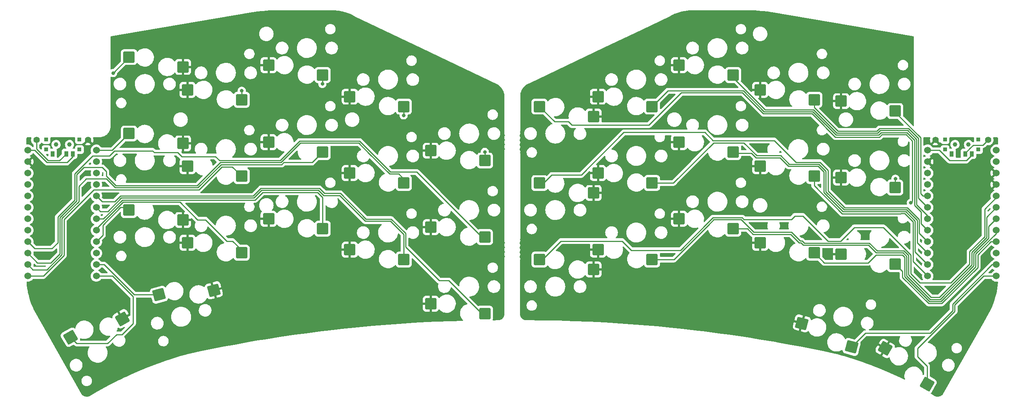
<source format=gbl>
%TF.GenerationSoftware,KiCad,Pcbnew,(6.0.7-1)-1*%
%TF.CreationDate,2022-10-21T08:25:24+02:00*%
%TF.ProjectId,sweepbling-lp__pcb,73776565-7062-46c6-996e-672d6c705f5f,rev?*%
%TF.SameCoordinates,Original*%
%TF.FileFunction,Copper,L2,Bot*%
%TF.FilePolarity,Positive*%
%FSLAX46Y46*%
G04 Gerber Fmt 4.6, Leading zero omitted, Abs format (unit mm)*
G04 Created by KiCad (PCBNEW (6.0.7-1)-1) date 2022-10-21 08:25:24*
%MOMM*%
%LPD*%
G01*
G04 APERTURE LIST*
G04 Aperture macros list*
%AMRoundRect*
0 Rectangle with rounded corners*
0 $1 Rounding radius*
0 $2 $3 $4 $5 $6 $7 $8 $9 X,Y pos of 4 corners*
0 Add a 4 corners polygon primitive as box body*
4,1,4,$2,$3,$4,$5,$6,$7,$8,$9,$2,$3,0*
0 Add four circle primitives for the rounded corners*
1,1,$1+$1,$2,$3*
1,1,$1+$1,$4,$5*
1,1,$1+$1,$6,$7*
1,1,$1+$1,$8,$9*
0 Add four rect primitives between the rounded corners*
20,1,$1+$1,$2,$3,$4,$5,0*
20,1,$1+$1,$4,$5,$6,$7,0*
20,1,$1+$1,$6,$7,$8,$9,0*
20,1,$1+$1,$8,$9,$2,$3,0*%
G04 Aperture macros list end*
%TA.AperFunction,ComponentPad*%
%ADD10C,1.524000*%
%TD*%
%TA.AperFunction,SMDPad,CuDef*%
%ADD11RoundRect,0.250000X1.025000X1.000000X-1.025000X1.000000X-1.025000X-1.000000X1.025000X-1.000000X0*%
%TD*%
%TA.AperFunction,SMDPad,CuDef*%
%ADD12RoundRect,0.250000X1.387676X0.353525X-0.387676X1.378525X-1.387676X-0.353525X0.387676X-1.378525X0*%
%TD*%
%TA.AperFunction,SMDPad,CuDef*%
%ADD13RoundRect,0.250000X1.248893X0.700636X-0.731255X1.231215X-1.248893X-0.700636X0.731255X-1.231215X0*%
%TD*%
%TA.AperFunction,SMDPad,CuDef*%
%ADD14RoundRect,0.250000X-1.025000X-1.000000X1.025000X-1.000000X1.025000X1.000000X-1.025000X1.000000X0*%
%TD*%
%TA.AperFunction,ComponentPad*%
%ADD15C,1.397000*%
%TD*%
%TA.AperFunction,SMDPad,CuDef*%
%ADD16RoundRect,0.250000X-0.731255X-1.231215X1.248893X-0.700636X0.731255X1.231215X-1.248893X0.700636X0*%
%TD*%
%TA.AperFunction,SMDPad,CuDef*%
%ADD17RoundRect,0.250000X-0.387676X-1.378525X1.387676X-0.353525X0.387676X1.378525X-1.387676X0.353525X0*%
%TD*%
%TA.AperFunction,WasherPad*%
%ADD18C,1.000000*%
%TD*%
%TA.AperFunction,SMDPad,CuDef*%
%ADD19R,0.900000X0.900000*%
%TD*%
%TA.AperFunction,SMDPad,CuDef*%
%ADD20R,0.900000X1.250000*%
%TD*%
%TA.AperFunction,ViaPad*%
%ADD21C,0.800000*%
%TD*%
%TA.AperFunction,Conductor*%
%ADD22C,0.250000*%
%TD*%
G04 APERTURE END LIST*
D10*
%TO.P,U1,1,TX*%
%TO.N,Switch10*%
X237789400Y-53086000D03*
%TO.P,U1,2,RX*%
%TO.N,Switch18*%
X237789400Y-55626000D03*
%TO.P,U1,3,GND*%
%TO.N,gnd*%
X237789400Y-58166000D03*
%TO.P,U1,4,GND*%
X237789400Y-60706000D03*
%TO.P,U1,5,SDA*%
%TO.N,Switch11*%
X237789400Y-63246000D03*
%TO.P,U1,6,SCL*%
%TO.N,Switch12*%
X237789400Y-65786000D03*
%TO.P,U1,7,D4*%
%TO.N,Switch13*%
X237789400Y-68326000D03*
%TO.P,U1,8,C6*%
%TO.N,Switch14*%
X237789400Y-70866000D03*
%TO.P,U1,9,D7*%
%TO.N,Switch15*%
X237789400Y-73406000D03*
%TO.P,U1,10,E6*%
%TO.N,Switch1*%
X237789400Y-75946000D03*
%TO.P,U1,11,B4*%
%TO.N,Switch16*%
X237789400Y-78486000D03*
%TO.P,U1,12,B5*%
%TO.N,Switch17*%
X237789400Y-81026000D03*
%TO.P,U1,13,B6*%
%TO.N,Switch9*%
X222569400Y-81026000D03*
%TO.P,U1,14,B2*%
%TO.N,Switch8*%
X222569400Y-78486000D03*
%TO.P,U1,15,B3*%
%TO.N,Switch7*%
X222569400Y-75946000D03*
%TO.P,U1,16,B1*%
%TO.N,Switch6*%
X222569400Y-73406000D03*
%TO.P,U1,17,F7*%
%TO.N,Switch2*%
X222569400Y-70866000D03*
%TO.P,U1,18,F6*%
%TO.N,Switch3*%
X222569400Y-68326000D03*
%TO.P,U1,19,F5*%
%TO.N,Switch4*%
X222569400Y-65786000D03*
%TO.P,U1,20,F4*%
%TO.N,Switch5*%
X222569400Y-63246000D03*
%TO.P,U1,21,VCC*%
%TO.N,vcc*%
X222569400Y-60706000D03*
%TO.P,U1,22,RST*%
%TO.N,reset*%
X222569400Y-58166000D03*
%TO.P,U1,23,GND*%
%TO.N,gnd*%
X222569400Y-55626000D03*
%TO.P,U1,24,RAW*%
%TO.N,raw*%
X222569400Y-53086000D03*
%TD*%
D11*
%TO.P,SW13,1,1*%
%TO.N,Switch13*%
X179356000Y-70516000D03*
%TO.P,SW13,2,2*%
%TO.N,gnd*%
X167356000Y-68316000D03*
%TD*%
D12*
%TO.P,SW17,1,1*%
%TO.N,Switch17*%
X222417089Y-105028152D03*
%TO.P,SW17,2,2*%
%TO.N,gnd*%
X213124784Y-97122897D03*
%TD*%
D11*
%TO.P,SW12,1,1*%
%TO.N,Switch12*%
X161356000Y-77374000D03*
%TO.P,SW12,2,2*%
%TO.N,gnd*%
X149356000Y-75174000D03*
%TD*%
D13*
%TO.P,SW16,1,1*%
%TO.N,Switch16*%
X205653826Y-96783422D03*
%TO.P,SW16,2,2*%
%TO.N,gnd*%
X194632118Y-91552556D03*
%TD*%
D11*
%TO.P,SW14,1,1*%
%TO.N,Switch14*%
X197356000Y-75850000D03*
%TO.P,SW14,2,2*%
%TO.N,gnd*%
X185356000Y-73650000D03*
%TD*%
%TO.P,SW15,1,1*%
%TO.N,Switch15*%
X215336000Y-78390000D03*
%TO.P,SW15,2,2*%
%TO.N,gnd*%
X203336000Y-76190000D03*
%TD*%
%TO.P,SW3,1,1*%
%TO.N,Switch3*%
X179356000Y-36382000D03*
%TO.P,SW3,2,2*%
%TO.N,gnd*%
X167356000Y-34182000D03*
%TD*%
%TO.P,SW2,1,1*%
%TO.N,Switch2*%
X161356000Y-43382000D03*
%TO.P,SW2,2,2*%
%TO.N,gnd*%
X149356000Y-41182000D03*
%TD*%
%TO.P,SW7,1,1*%
%TO.N,Switch7*%
X161356000Y-60356000D03*
%TO.P,SW7,2,2*%
%TO.N,gnd*%
X149356000Y-58156000D03*
%TD*%
D14*
%TO.P,SW11,1,1*%
%TO.N,Switch11*%
X136356000Y-77382000D03*
%TO.P,SW11,2,2*%
%TO.N,gnd*%
X148356000Y-79582000D03*
%TD*%
D11*
%TO.P,SW10,1,1*%
%TO.N,Switch10*%
X215336000Y-61372000D03*
%TO.P,SW10,2,2*%
%TO.N,gnd*%
X203336000Y-59172000D03*
%TD*%
%TO.P,SW9,1,1*%
%TO.N,Switch9*%
X197356000Y-58832000D03*
%TO.P,SW9,2,2*%
%TO.N,gnd*%
X185356000Y-56632000D03*
%TD*%
D14*
%TO.P,SW6,1,1*%
%TO.N,Switch6*%
X136356000Y-60382000D03*
%TO.P,SW6,2,2*%
%TO.N,gnd*%
X148356000Y-62582000D03*
%TD*%
D11*
%TO.P,SW5,1,1*%
%TO.N,Switch5*%
X215356000Y-44382000D03*
%TO.P,SW5,2,2*%
%TO.N,gnd*%
X203356000Y-42182000D03*
%TD*%
%TO.P,SW4,1,1*%
%TO.N,Switch4*%
X197356000Y-41882000D03*
%TO.P,SW4,2,2*%
%TO.N,gnd*%
X185356000Y-39682000D03*
%TD*%
D14*
%TO.P,SW1,1,1*%
%TO.N,Switch1*%
X136356000Y-43382000D03*
%TO.P,SW1,2,2*%
%TO.N,gnd*%
X148356000Y-45582000D03*
%TD*%
D11*
%TO.P,SW8,1,1*%
%TO.N,Switch8*%
X179356000Y-53498000D03*
%TO.P,SW8,2,2*%
%TO.N,gnd*%
X167356000Y-51298000D03*
%TD*%
D15*
%TO.P,Bat+1,1,1*%
%TO.N,BT+*%
X235966000Y-50800000D03*
%TD*%
%TO.P,BatGND1,1,1*%
%TO.N,gnd*%
X224282000Y-50800000D03*
%TD*%
D10*
%TO.P,U2,1,TX*%
%TO.N,Switch10_r*%
X37937400Y-53086000D03*
%TO.P,U2,2,RX*%
%TO.N,Switch18_r*%
X37937400Y-55626000D03*
%TO.P,U2,3,GND*%
%TO.N,gnd_r*%
X37937400Y-58166000D03*
%TO.P,U2,4,GND*%
X37937400Y-60706000D03*
%TO.P,U2,5,SDA*%
%TO.N,Switch11_r*%
X37937400Y-63246000D03*
%TO.P,U2,6,SCL*%
%TO.N,Switch12_r*%
X37937400Y-65786000D03*
%TO.P,U2,7,D4*%
%TO.N,Switch13_r*%
X37937400Y-68326000D03*
%TO.P,U2,8,C6*%
%TO.N,Switch14_r*%
X37937400Y-70866000D03*
%TO.P,U2,9,D7*%
%TO.N,Switch15_r*%
X37937400Y-73406000D03*
%TO.P,U2,10,E6*%
%TO.N,Switch1_r*%
X37937400Y-75946000D03*
%TO.P,U2,11,B4*%
%TO.N,Switch16_r*%
X37937400Y-78486000D03*
%TO.P,U2,12,B5*%
%TO.N,Switch17_r*%
X37937400Y-81026000D03*
%TO.P,U2,13,B6*%
%TO.N,Switch9_r*%
X22717400Y-81026000D03*
%TO.P,U2,14,B2*%
%TO.N,Switch8_r*%
X22717400Y-78486000D03*
%TO.P,U2,15,B3*%
%TO.N,Switch7_r*%
X22717400Y-75946000D03*
%TO.P,U2,16,B1*%
%TO.N,Switch6_r*%
X22717400Y-73406000D03*
%TO.P,U2,17,F7*%
%TO.N,Switch2_r*%
X22717400Y-70866000D03*
%TO.P,U2,18,F6*%
%TO.N,Switch3_r*%
X22717400Y-68326000D03*
%TO.P,U2,19,F5*%
%TO.N,Switch4_r*%
X22717400Y-65786000D03*
%TO.P,U2,20,F4*%
%TO.N,Switch5_r*%
X22717400Y-63246000D03*
%TO.P,U2,21,VCC*%
%TO.N,vcc_r*%
X22717400Y-60706000D03*
%TO.P,U2,22,RST*%
%TO.N,reset_r*%
X22717400Y-58166000D03*
%TO.P,U2,23,GND*%
%TO.N,gnd_r*%
X22717400Y-55626000D03*
%TO.P,U2,24,RAW*%
%TO.N,raw_r*%
X22717400Y-53086000D03*
%TD*%
D14*
%TO.P,SW15_r1,1,1*%
%TO.N,Switch15_r*%
X45186000Y-66390000D03*
%TO.P,SW15_r1,2,2*%
%TO.N,gnd_r*%
X57186000Y-68590000D03*
%TD*%
D11*
%TO.P,SW9_r1,1,1*%
%TO.N,Switch9_r*%
X70200000Y-58832000D03*
%TO.P,SW9_r1,2,2*%
%TO.N,gnd_r*%
X58200000Y-56632000D03*
%TD*%
%TO.P,SW13_r1,1,1*%
%TO.N,Switch13_r*%
X88188000Y-70516000D03*
%TO.P,SW13_r1,2,2*%
%TO.N,gnd_r*%
X76188000Y-68316000D03*
%TD*%
%TO.P,SW12_r1,1,1*%
%TO.N,Switch12_r*%
X106214000Y-77374000D03*
%TO.P,SW12_r1,2,2*%
%TO.N,gnd_r*%
X94214000Y-75174000D03*
%TD*%
D14*
%TO.P,SW5_r1,1,1*%
%TO.N,Switch5_r*%
X45186000Y-32382000D03*
%TO.P,SW5_r1,2,2*%
%TO.N,gnd_r*%
X57186000Y-34582000D03*
%TD*%
D11*
%TO.P,SW4_r1,1,1*%
%TO.N,Switch4_r*%
X70200000Y-41882000D03*
%TO.P,SW4_r1,2,2*%
%TO.N,gnd_r*%
X58200000Y-39682000D03*
%TD*%
%TO.P,SW1_r1,1,1*%
%TO.N,Switch1_r*%
X124232000Y-55382000D03*
%TO.P,SW1_r1,2,2*%
%TO.N,gnd_r*%
X112232000Y-53182000D03*
%TD*%
%TO.P,SW14_r1,1,1*%
%TO.N,Switch14_r*%
X70200000Y-75850000D03*
%TO.P,SW14_r1,2,2*%
%TO.N,gnd_r*%
X58200000Y-73650000D03*
%TD*%
%TO.P,SW3_r1,1,1*%
%TO.N,Switch3_r*%
X88188000Y-36382000D03*
%TO.P,SW3_r1,2,2*%
%TO.N,gnd_r*%
X76188000Y-34182000D03*
%TD*%
%TO.P,SW11_r1,1,1*%
%TO.N,Switch11_r*%
X124232000Y-89382000D03*
%TO.P,SW11_r1,2,2*%
%TO.N,gnd_r*%
X112232000Y-87182000D03*
%TD*%
D14*
%TO.P,SW10_r1,1,1*%
%TO.N,Switch10_r*%
X45186000Y-49372000D03*
%TO.P,SW10_r1,2,2*%
%TO.N,gnd_r*%
X57186000Y-51572000D03*
%TD*%
D11*
%TO.P,SW2_r1,1,1*%
%TO.N,Switch2_r*%
X106214000Y-43382000D03*
%TO.P,SW2_r1,2,2*%
%TO.N,gnd_r*%
X94214000Y-41182000D03*
%TD*%
%TO.P,SW7_r1,1,1*%
%TO.N,Switch7_r*%
X106214000Y-60356000D03*
%TO.P,SW7_r1,2,2*%
%TO.N,gnd_r*%
X94214000Y-58156000D03*
%TD*%
D16*
%TO.P,SW16_r1,1,1*%
%TO.N,Switch16_r*%
X51844345Y-85192312D03*
%TO.P,SW16_r1,2,2*%
%TO.N,gnd_r*%
X64004857Y-84211520D03*
%TD*%
D11*
%TO.P,SW8_r1,1,1*%
%TO.N,Switch8_r*%
X88188000Y-53498000D03*
%TO.P,SW8_r1,2,2*%
%TO.N,gnd_r*%
X76188000Y-51298000D03*
%TD*%
D17*
%TO.P,SW17_r1,1,1*%
%TO.N,Switch17_r*%
X32186911Y-94635848D03*
%TO.P,SW17_r1,2,2*%
%TO.N,gnd_r*%
X43679216Y-90541103D03*
%TD*%
D11*
%TO.P,SW6_r1,1,1*%
%TO.N,Switch6_r*%
X124232000Y-72382000D03*
%TO.P,SW6_r1,2,2*%
%TO.N,gnd_r*%
X112232000Y-70182000D03*
%TD*%
D15*
%TO.P,BatGNDr1,1,1*%
%TO.N,gnd_r*%
X36068000Y-50800000D03*
%TD*%
%TO.P,Bat+r1,1,1*%
%TO.N,BT+_r*%
X24638000Y-50800000D03*
%TD*%
D18*
%TO.P,SW_POWER1,*%
%TO.N,*%
X231624000Y-51816000D03*
X228624000Y-51816000D03*
D19*
%TO.P,SW_POWER1,0*%
%TO.N,N/C*%
X233824000Y-52916000D03*
X226424000Y-52916000D03*
X226424000Y-50716000D03*
X233824000Y-50716000D03*
D20*
%TO.P,SW_POWER1,1,A*%
%TO.N,unconnected-(SW_POWER1-Pad1)*%
X227874000Y-53891000D03*
%TO.P,SW_POWER1,2,B*%
%TO.N,BT+*%
X230874000Y-53891000D03*
%TO.P,SW_POWER1,3,C*%
%TO.N,raw*%
X232374000Y-53891000D03*
%TD*%
D18*
%TO.P,SW_POWERR1,*%
%TO.N,*%
X28980000Y-51816000D03*
X31980000Y-51816000D03*
D19*
%TO.P,SW_POWERR1,0*%
%TO.N,N/C*%
X26780000Y-52916000D03*
X26780000Y-50716000D03*
X34180000Y-50716000D03*
X34180000Y-52916000D03*
D20*
%TO.P,SW_POWERR1,1,A*%
%TO.N,unconnected-(SW_POWERR1-Pad1)*%
X28230000Y-53891000D03*
%TO.P,SW_POWERR1,2,B*%
%TO.N,BT+_r*%
X31230000Y-53891000D03*
%TO.P,SW_POWERR1,3,C*%
%TO.N,raw_r*%
X32730000Y-53891000D03*
%TD*%
D21*
%TO.N,gnd*%
X200279000Y-76073000D03*
X175895000Y-42799000D03*
X233426000Y-58166000D03*
%TO.N,Switch1*%
X218821000Y-64770000D03*
%TO.N,Switch10*%
X215392000Y-59436000D03*
%TO.N,Switch1_r*%
X124206000Y-53467000D03*
%TO.N,Switch2_r*%
X106172000Y-45339000D03*
%TO.N,Switch3_r*%
X88138000Y-38354000D03*
%TO.N,Switch4_r*%
X70231000Y-39878000D03*
%TO.N,Switch5_r*%
X41656000Y-35941000D03*
%TO.N,gnd_r*%
X42316400Y-87325200D03*
X75742800Y-23977600D03*
X58166000Y-59436000D03*
%TD*%
D22*
%TO.N,Switch1*%
X212394594Y-49608560D02*
X217753688Y-49608560D01*
X139710000Y-46736000D02*
X142748000Y-46736000D01*
X219181920Y-51036792D02*
X219181920Y-58166000D01*
X219181920Y-64409080D02*
X218821000Y-64770000D01*
X200100521Y-48208521D02*
X202047071Y-50155071D01*
X142748000Y-46736000D02*
X143510000Y-47498000D01*
X143510000Y-47498000D02*
X160655000Y-47498000D01*
X219181920Y-58166000D02*
X219181920Y-64409080D01*
X211848083Y-50155071D02*
X212394594Y-49608560D01*
X167825480Y-40327520D02*
X181423085Y-40327520D01*
X200100521Y-48207628D02*
X200100521Y-48208521D01*
X199499479Y-47607479D02*
X199500372Y-47607479D01*
X217753688Y-49608560D02*
X219181920Y-51036792D01*
X186063606Y-44968040D02*
X196860040Y-44968040D01*
X196860040Y-44968040D02*
X199499479Y-47607479D01*
X199500372Y-47607479D02*
X200100521Y-48207628D01*
X181423085Y-40327520D02*
X186063606Y-44968040D01*
X136356000Y-43382000D02*
X139710000Y-46736000D01*
X202047071Y-50155071D02*
X211848083Y-50155071D01*
X160655000Y-47498000D02*
X167825480Y-40327520D01*
%TO.N,Switch2*%
X199685677Y-47157959D02*
X199686570Y-47157959D01*
X219631440Y-65327157D02*
X221127080Y-66822798D01*
X202234164Y-49705551D02*
X211661885Y-49705551D01*
X186249803Y-44518520D02*
X197046238Y-44518520D01*
X221127080Y-66822798D02*
X221127080Y-69423680D01*
X211661885Y-49705551D02*
X212208396Y-49159040D01*
X197046238Y-44518520D02*
X199685677Y-47157959D01*
X217939886Y-49159040D02*
X219631440Y-50850594D01*
X164860000Y-39878000D02*
X181609283Y-39878000D01*
X212208396Y-49159040D02*
X217939886Y-49159040D01*
X221127080Y-69423680D02*
X222569400Y-70866000D01*
X219631440Y-50850594D02*
X219631440Y-65327157D01*
X199686570Y-47157959D02*
X202234164Y-49705551D01*
X181609283Y-39878000D02*
X186249803Y-44518520D01*
X161356000Y-43382000D02*
X164860000Y-39878000D01*
%TO.N,Switch3*%
X179356000Y-36989000D02*
X186436000Y-44069000D01*
X220080960Y-65140960D02*
X222569400Y-67629400D01*
X211475687Y-49256031D02*
X212022198Y-48709520D01*
X179356000Y-36382000D02*
X179356000Y-36989000D01*
X220080960Y-50664396D02*
X220080960Y-65140960D01*
X222569400Y-67629400D02*
X222569400Y-68326000D01*
X218126084Y-48709520D02*
X220080960Y-50664396D01*
X186436000Y-44069000D02*
X197233329Y-44069000D01*
X197233329Y-44069000D02*
X202420361Y-49256031D01*
X202420361Y-49256031D02*
X211475687Y-49256031D01*
X212022198Y-48709520D02*
X218126084Y-48709520D01*
%TO.N,Switch4*%
X220530480Y-50478199D02*
X220530480Y-63747080D01*
X197356000Y-41882000D02*
X197356000Y-43555953D01*
X202606558Y-48806511D02*
X211289489Y-48806511D01*
X211836000Y-48260000D02*
X218312281Y-48260000D01*
X218312281Y-48260000D02*
X220530480Y-50478199D01*
X211289489Y-48806511D02*
X211836000Y-48260000D01*
X220530480Y-63747080D02*
X222569400Y-65786000D01*
X197356000Y-43555953D02*
X202606558Y-48806511D01*
%TO.N,Switch5*%
X220980000Y-62738000D02*
X221488000Y-63246000D01*
X215356000Y-44382000D02*
X215356000Y-44668000D01*
X220980000Y-50292000D02*
X220980000Y-62738000D01*
X221488000Y-63246000D02*
X222569400Y-63246000D01*
X215356000Y-44668000D02*
X220980000Y-50292000D01*
%TO.N,Switch6*%
X204139594Y-65834440D02*
X215977842Y-65834440D01*
X137269671Y-60382000D02*
X139069192Y-58582479D01*
X200416040Y-57539605D02*
X200416040Y-62110886D01*
X215977842Y-65834440D02*
X215995364Y-65816919D01*
X145633521Y-58582479D02*
X155084521Y-49131479D01*
X139069192Y-58582479D02*
X145633521Y-58582479D01*
X188468000Y-50927000D02*
X193283960Y-55742960D01*
X220677560Y-68455513D02*
X220677560Y-71514160D01*
X174879000Y-50927000D02*
X188468000Y-50927000D01*
X200416040Y-62110886D02*
X204139594Y-65834440D01*
X220677560Y-71514160D02*
X222569400Y-73406000D01*
X136356000Y-60382000D02*
X137269671Y-60382000D01*
X218038966Y-65816919D02*
X220677560Y-68455513D01*
X198619395Y-55742960D02*
X200416040Y-57539605D01*
X193283960Y-55742960D02*
X198619395Y-55742960D01*
X173083479Y-49131479D02*
X174879000Y-50927000D01*
X155084521Y-49131479D02*
X173083479Y-49131479D01*
X215995364Y-65816919D02*
X218038966Y-65816919D01*
%TO.N,Switch7*%
X199966520Y-57725802D02*
X198433198Y-56192480D01*
X217852768Y-66266439D02*
X216181561Y-66266439D01*
X189919677Y-54282959D02*
X184584959Y-54282959D01*
X216181561Y-66266439D02*
X216164040Y-66283960D01*
X191829198Y-56192480D02*
X189919677Y-54282959D01*
X220228040Y-68641711D02*
X217852768Y-66266439D01*
X203953396Y-66283960D02*
X199966520Y-62297084D01*
X198433198Y-56192480D02*
X191829198Y-56192480D01*
X184584959Y-54282959D02*
X181737000Y-51435000D01*
X175006000Y-51435000D02*
X166085000Y-60356000D01*
X166085000Y-60356000D02*
X161356000Y-60356000D01*
X199966520Y-62297084D02*
X199966520Y-57725802D01*
X222569400Y-75946000D02*
X220228040Y-73604640D01*
X220228040Y-73604640D02*
X220228040Y-68641711D01*
X216164040Y-66283960D02*
X203953396Y-66283960D01*
X181737000Y-51435000D02*
X175006000Y-51435000D01*
%TO.N,Switch8*%
X216445431Y-66715959D02*
X217666570Y-66715959D01*
X179356000Y-53498000D02*
X179579000Y-53721000D01*
X184398761Y-54732479D02*
X189733479Y-54732479D01*
X179579000Y-53721000D02*
X183387282Y-53721000D01*
X189733479Y-54732479D02*
X191643000Y-56642000D01*
X203767198Y-66733480D02*
X216427909Y-66733480D01*
X199517000Y-57912000D02*
X199517000Y-62483282D01*
X216427909Y-66733480D02*
X216445431Y-66715959D01*
X199517000Y-62483282D02*
X203767198Y-66733480D01*
X191643000Y-56642000D02*
X198247000Y-56642000D01*
X198247000Y-56642000D02*
X199517000Y-57912000D01*
X217666570Y-66715959D02*
X219778520Y-68827909D01*
X183387282Y-53721000D02*
X184398761Y-54732479D01*
X219778520Y-75695120D02*
X222569400Y-78486000D01*
X219778520Y-68827909D02*
X219778520Y-75695120D01*
%TO.N,Switch9*%
X197356000Y-58832000D02*
X197356000Y-60958000D01*
X197356000Y-60958000D02*
X203581000Y-67183000D01*
X219329000Y-69014107D02*
X219329000Y-77785600D01*
X217480372Y-67165479D02*
X219329000Y-69014107D01*
X203581000Y-67183000D02*
X216614107Y-67183000D01*
X219329000Y-77785600D02*
X222569400Y-81026000D01*
X216614107Y-67183000D02*
X216631628Y-67165479D01*
X216631628Y-67165479D02*
X217480372Y-67165479D01*
%TO.N,Switch10*%
X215336000Y-61372000D02*
X215336000Y-59492000D01*
X215336000Y-59492000D02*
X215392000Y-59436000D01*
%TO.N,Switch11*%
X173506959Y-69442994D02*
X174882995Y-68066959D01*
X141097000Y-73279000D02*
X152064671Y-73279000D01*
X206248000Y-70231000D02*
X212725000Y-70231000D01*
X237789400Y-63581600D02*
X237789400Y-63246000D01*
X220853000Y-82550000D02*
X227710282Y-82550000D01*
X212725000Y-70231000D02*
X218821000Y-76327000D01*
X193040000Y-67691000D02*
X194818000Y-67691000D01*
X136356000Y-77382000D02*
X136994000Y-77382000D01*
X235193960Y-67745723D02*
X235204000Y-67735683D01*
X174882995Y-68066959D02*
X181352394Y-68066959D01*
X136994000Y-77382000D02*
X141097000Y-73279000D01*
X192278000Y-68453000D02*
X193040000Y-67691000D01*
X235193960Y-72270169D02*
X235193960Y-67745723D01*
X218821000Y-80518000D02*
X220853000Y-82550000D01*
X194818000Y-67691000D02*
X200395960Y-73268960D01*
X203210040Y-73268960D02*
X206248000Y-70231000D01*
X154681479Y-73274479D02*
X156718000Y-75311000D01*
X235204000Y-67735683D02*
X235204000Y-66167000D01*
X152069192Y-73274479D02*
X154681479Y-73274479D01*
X181738435Y-68453000D02*
X192278000Y-68453000D01*
X173506959Y-69443323D02*
X173506959Y-69442994D01*
X231881920Y-78378362D02*
X231881920Y-75582209D01*
X235204000Y-66167000D02*
X237789400Y-63581600D01*
X200395960Y-73268960D02*
X203210040Y-73268960D01*
X152064671Y-73279000D02*
X152069192Y-73274479D01*
X167639282Y-75311000D02*
X173506959Y-69443323D01*
X227710282Y-82550000D02*
X231881920Y-78378362D01*
X231881920Y-75582209D02*
X235193960Y-72270169D01*
X181352394Y-68066959D02*
X181738435Y-68453000D01*
X156718000Y-75311000D02*
X167639282Y-75311000D01*
X218821000Y-76327000D02*
X218821000Y-80518000D01*
%TO.N,Switch12*%
X235643480Y-72456367D02*
X235643480Y-67931920D01*
X187882995Y-71300959D02*
X192315834Y-71300959D01*
X192315834Y-71300959D02*
X194225355Y-73210480D01*
X181166197Y-68516479D02*
X183955198Y-71305480D01*
X218323040Y-76464758D02*
X218323040Y-80782040D01*
X209609198Y-73718480D02*
X211318678Y-75427960D01*
X223314440Y-85773440D02*
X225122560Y-85773440D01*
X232331440Y-75768407D02*
X235643480Y-72456367D01*
X166212000Y-77374000D02*
X173956479Y-69629521D01*
X232331440Y-78564560D02*
X232331440Y-75768407D01*
X195146527Y-73718480D02*
X209609198Y-73718480D01*
X187878473Y-71305480D02*
X187882995Y-71300959D01*
X217286242Y-75427960D02*
X218323040Y-76464758D01*
X173956479Y-69629192D02*
X175069192Y-68516479D01*
X218323040Y-80782040D02*
X223314440Y-85773440D01*
X183955198Y-71305480D02*
X187878473Y-71305480D01*
X194225355Y-73210480D02*
X194638527Y-73210480D01*
X173956479Y-69629521D02*
X173956479Y-69629192D01*
X211318678Y-75427960D02*
X217286242Y-75427960D01*
X175069192Y-68516479D02*
X181166197Y-68516479D01*
X225122560Y-85773440D02*
X232331440Y-78564560D01*
X235643480Y-67931920D02*
X237789400Y-65786000D01*
X161356000Y-77374000D02*
X166212000Y-77374000D01*
X194638527Y-73210480D02*
X195146527Y-73718480D01*
%TO.N,Switch13*%
X188069192Y-71750479D02*
X192129637Y-71750479D01*
X179356000Y-70516000D02*
X182530000Y-70516000D01*
X183769000Y-71755000D02*
X188064671Y-71755000D01*
X192129637Y-71750479D02*
X194039158Y-73660000D01*
X217100044Y-75877480D02*
X217873520Y-76650956D01*
X211132480Y-75877480D02*
X217100044Y-75877480D01*
X225308758Y-86222960D02*
X232780960Y-78750758D01*
X194452329Y-73660000D02*
X194960329Y-74168000D01*
X232780960Y-78750758D02*
X232780960Y-75954605D01*
X236093000Y-72642565D02*
X236093000Y-69977000D01*
X232780960Y-75954605D02*
X236093000Y-72642565D01*
X209423000Y-74168000D02*
X211132480Y-75877480D01*
X194960329Y-74168000D02*
X209423000Y-74168000D01*
X217873520Y-76650956D02*
X217873520Y-80968238D01*
X217873520Y-80968238D02*
X223128242Y-86222960D01*
X194039158Y-73660000D02*
X194452329Y-73660000D01*
X223128242Y-86222960D02*
X225308758Y-86222960D01*
X237744000Y-68326000D02*
X237789400Y-68326000D01*
X236093000Y-69977000D02*
X237744000Y-68326000D01*
X188064671Y-71755000D02*
X188069192Y-71750479D01*
X182530000Y-70516000D02*
X183769000Y-71755000D01*
%TO.N,Switch14*%
X199595521Y-78089521D02*
X209350150Y-78089521D01*
X233230480Y-78936956D02*
X233230480Y-76140802D01*
X197356000Y-75850000D02*
X199595521Y-78089521D01*
X216913846Y-76327000D02*
X217424000Y-76837154D01*
X222942044Y-86672480D02*
X225494956Y-86672480D01*
X225494956Y-86672480D02*
X233230480Y-78936956D01*
X209350150Y-78089521D02*
X211112671Y-76327000D01*
X237789400Y-71581882D02*
X237789400Y-70866000D01*
X217424000Y-81154436D02*
X222942044Y-86672480D01*
X233230480Y-76140802D02*
X237789400Y-71581882D01*
X211112671Y-76327000D02*
X216913846Y-76327000D01*
X217424000Y-76837154D02*
X217424000Y-81154436D01*
%TO.N,Switch15*%
X225681154Y-87122000D02*
X233680000Y-79123154D01*
X216974480Y-81340634D02*
X222755846Y-87122000D01*
X216974480Y-80028480D02*
X216974480Y-81340634D01*
X233680000Y-76327000D02*
X236601000Y-73406000D01*
X215336000Y-78390000D02*
X216974480Y-80028480D01*
X233680000Y-79123154D02*
X233680000Y-76327000D01*
X222755846Y-87122000D02*
X225681154Y-87122000D01*
X236601000Y-73406000D02*
X237789400Y-73406000D01*
%TO.N,Switch16*%
X228117400Y-87249000D02*
X236880400Y-78486000D01*
X223088200Y-93726000D02*
X228117400Y-88696800D01*
X205653826Y-96783422D02*
X208711248Y-93726000D01*
X236880400Y-78486000D02*
X237789400Y-78486000D01*
X228117400Y-88696800D02*
X228117400Y-87249000D01*
X208711248Y-93726000D02*
X223088200Y-93726000D01*
%TO.N,Switch17*%
X222417089Y-101046906D02*
X220311479Y-98941296D01*
X228566920Y-88882998D02*
X228566920Y-87435198D01*
X228566920Y-87435198D02*
X234976118Y-81026000D01*
X220311479Y-98941296D02*
X220311479Y-97138439D01*
X222417089Y-105028152D02*
X222417089Y-101046906D01*
X220311479Y-97138439D02*
X228566920Y-88882998D01*
X234976118Y-81026000D02*
X237789400Y-81026000D01*
%TO.N,raw*%
X227457000Y-55372000D02*
X225171000Y-53086000D01*
X231140000Y-55372000D02*
X227457000Y-55372000D01*
X232374000Y-53891000D02*
X232374000Y-54138000D01*
X232374000Y-54138000D02*
X231140000Y-55372000D01*
X225171000Y-53086000D02*
X222569400Y-53086000D01*
%TO.N,BT+_r*%
X29749000Y-55372000D02*
X31230000Y-53891000D01*
X24638000Y-50800000D02*
X24638000Y-52832000D01*
X24638000Y-52832000D02*
X27178000Y-55372000D01*
X27178000Y-55372000D02*
X29749000Y-55372000D01*
%TO.N,Switch9_r*%
X26162000Y-81026000D02*
X30734000Y-76454000D01*
X68137000Y-56769000D02*
X70200000Y-58832000D01*
X65787436Y-56769000D02*
X68137000Y-56769000D01*
X30734000Y-76454000D02*
X30734000Y-68453001D01*
X22717400Y-81026000D02*
X26162000Y-81026000D01*
X30734000Y-68453001D02*
X37338001Y-61849000D01*
X37338001Y-61849000D02*
X60707436Y-61849000D01*
X60707436Y-61849000D02*
X65787436Y-56769000D01*
%TO.N,Switch10_r*%
X45186000Y-49372000D02*
X41472000Y-53086000D01*
X41472000Y-53086000D02*
X37937400Y-53086000D01*
%TO.N,Switch11_r*%
X42034847Y-64516000D02*
X39207400Y-64516000D01*
X124232000Y-89382000D02*
X123518329Y-89382000D01*
X43314887Y-63235960D02*
X42034847Y-64516000D01*
X74473844Y-61542439D02*
X72780323Y-63235960D01*
X116193808Y-82057479D02*
X114061479Y-82057479D01*
X114061479Y-82057479D02*
X106621520Y-74617520D01*
X103437197Y-68384480D02*
X97849198Y-68384480D01*
X106621520Y-74617520D02*
X106621520Y-71568802D01*
X72780323Y-63235960D02*
X43314887Y-63235960D01*
X87450439Y-61542439D02*
X74473844Y-61542439D01*
X97849198Y-68384480D02*
X92134198Y-62669480D01*
X106358197Y-71305480D02*
X103437197Y-68384480D01*
X92134198Y-62669480D02*
X88577480Y-62669480D01*
X123518329Y-89382000D02*
X116193808Y-82057479D01*
X88577480Y-62669480D02*
X87450439Y-61542439D01*
X39207400Y-64516000D02*
X37937400Y-63246000D01*
X106621520Y-71568802D02*
X106358197Y-71305480D01*
%TO.N,Switch12_r*%
X72966520Y-63685480D02*
X43501085Y-63685480D01*
X91948000Y-63119000D02*
X88391282Y-63119000D01*
X103251000Y-68834000D02*
X97663000Y-68834000D01*
X87264241Y-61991959D02*
X74660042Y-61991959D01*
X43501085Y-63685480D02*
X40511564Y-66675000D01*
X97663000Y-68834000D02*
X91948000Y-63119000D01*
X106214000Y-77374000D02*
X106172000Y-77332000D01*
X106172000Y-71755000D02*
X103251000Y-68834000D01*
X88391282Y-63119000D02*
X87264241Y-61991959D01*
X38826400Y-66675000D02*
X37937400Y-65786000D01*
X74660042Y-61991959D02*
X72966520Y-63685480D01*
X40511564Y-66675000D02*
X38826400Y-66675000D01*
X106172000Y-77332000D02*
X106172000Y-71755000D01*
%TO.N,Switch13_r*%
X87078043Y-62441479D02*
X88188000Y-63551436D01*
X88188000Y-63551436D02*
X88188000Y-70516000D01*
X39496282Y-68326000D02*
X43687282Y-64135000D01*
X43687282Y-64135000D02*
X73152718Y-64135000D01*
X73152718Y-64135000D02*
X74846239Y-62441479D01*
X74846239Y-62441479D02*
X87078043Y-62441479D01*
X37937400Y-68326000D02*
X39496282Y-68326000D01*
%TO.N,Switch14_r*%
X70200000Y-75850000D02*
X70200000Y-75280000D01*
X62175479Y-68525479D02*
X60397479Y-68525479D01*
X70200000Y-75280000D02*
X68199000Y-73279000D01*
X60397479Y-68525479D02*
X56462479Y-64590479D01*
X68199000Y-73279000D02*
X66929000Y-73279000D01*
X56462479Y-64590479D02*
X43867521Y-64590479D01*
X37937400Y-70520600D02*
X37937400Y-70866000D01*
X43867521Y-64590479D02*
X37937400Y-70520600D01*
X66929000Y-73279000D02*
X62175479Y-68525479D01*
%TO.N,Switch15_r*%
X45186000Y-66390000D02*
X44582000Y-65786000D01*
X39370000Y-69723718D02*
X39370000Y-71973400D01*
X44582000Y-65786000D02*
X43307718Y-65786000D01*
X43307718Y-65786000D02*
X39370000Y-69723718D01*
X39370000Y-71973400D02*
X37937400Y-73406000D01*
%TO.N,Switch16_r*%
X51844345Y-85192312D02*
X46330312Y-85192312D01*
X46330312Y-85192312D02*
X39624000Y-78486000D01*
X39624000Y-78486000D02*
X37937400Y-78486000D01*
%TO.N,Switch17_r*%
X46101000Y-91567000D02*
X46101000Y-85598718D01*
X39077296Y-96007479D02*
X39081817Y-96012000D01*
X37354183Y-96012000D02*
X37358704Y-96007479D01*
X42432504Y-94007479D02*
X43660521Y-94007479D01*
X46101000Y-85598718D02*
X41528282Y-81026000D01*
X43660521Y-94007479D02*
X46101000Y-91567000D01*
X39081817Y-96012000D02*
X40427983Y-96012000D01*
X32186911Y-94635848D02*
X33563063Y-96012000D01*
X37358704Y-96007479D02*
X39077296Y-96007479D01*
X33563063Y-96012000D02*
X37354183Y-96012000D01*
X41528282Y-81026000D02*
X37937400Y-81026000D01*
X40427983Y-96012000D02*
X42432504Y-94007479D01*
%TO.N,Switch1_r*%
X124232000Y-55382000D02*
X124232000Y-53493000D01*
X124232000Y-53493000D02*
X124206000Y-53467000D01*
%TO.N,Switch2_r*%
X106214000Y-43382000D02*
X106214000Y-45297000D01*
X106214000Y-45297000D02*
X106172000Y-45339000D01*
%TO.N,Switch3_r*%
X88188000Y-38304000D02*
X88138000Y-38354000D01*
X88188000Y-36382000D02*
X88188000Y-38304000D01*
%TO.N,Switch4_r*%
X70200000Y-41882000D02*
X70200000Y-39909000D01*
X70200000Y-39909000D02*
X70231000Y-39878000D01*
%TO.N,Switch5_r*%
X45186000Y-32411000D02*
X45186000Y-32382000D01*
X41656000Y-35941000D02*
X45186000Y-32411000D01*
%TO.N,Switch6_r*%
X56007000Y-53594000D02*
X50800000Y-53594000D01*
X123518329Y-72382000D02*
X109043288Y-57906959D01*
X37084000Y-54356000D02*
X33147000Y-58293000D01*
X29385440Y-73611560D02*
X28067000Y-74930000D01*
X83060170Y-51048959D02*
X78747170Y-55361960D01*
X50419000Y-53213000D02*
X41980718Y-53213000D01*
X98988041Y-53648323D02*
X98988041Y-53621166D01*
X64408363Y-54483000D02*
X56896000Y-54483000D01*
X96415833Y-51048959D02*
X83060170Y-51048959D01*
X40837718Y-54356000D02*
X37084000Y-54356000D01*
X124232000Y-72382000D02*
X123518329Y-72382000D01*
X65287323Y-55361960D02*
X64408363Y-54483000D01*
X103246677Y-57906959D02*
X98988041Y-53648323D01*
X24241400Y-74930000D02*
X22717400Y-73406000D01*
X41980718Y-53213000D02*
X40837718Y-54356000D01*
X50800000Y-53594000D02*
X50419000Y-53213000D01*
X56896000Y-54483000D02*
X56007000Y-53594000D01*
X98988041Y-53621166D02*
X96415833Y-51048959D01*
X33147000Y-64132849D02*
X29385440Y-67894409D01*
X28067000Y-74930000D02*
X24241400Y-74930000D01*
X109043288Y-57906959D02*
X103246677Y-57906959D01*
X78747170Y-55361960D02*
X65287323Y-55361960D01*
X33147000Y-58293000D02*
X33147000Y-64132849D01*
X29385440Y-67894409D02*
X29385440Y-73611560D01*
%TO.N,Switch7_r*%
X60335040Y-60949960D02*
X42280960Y-60949960D01*
X42280960Y-60949960D02*
X40132000Y-58801000D01*
X96229636Y-51498479D02*
X83246368Y-51498479D01*
X65473520Y-55811480D02*
X60335040Y-60949960D01*
X33596520Y-58479198D02*
X33596520Y-64319046D01*
X29834960Y-76081604D02*
X27811564Y-78105000D01*
X35179718Y-56896000D02*
X33596520Y-58479198D01*
X27811564Y-78105000D02*
X24876400Y-78105000D01*
X39243000Y-56896000D02*
X35179718Y-56896000D01*
X105092479Y-58356479D02*
X103060479Y-58356479D01*
X106214000Y-60356000D02*
X106214000Y-59478000D01*
X33596520Y-64319046D02*
X29834960Y-68080606D01*
X24876400Y-78105000D02*
X22717400Y-75946000D01*
X98538521Y-53834521D02*
X98538521Y-53807364D01*
X98538521Y-53807364D02*
X96229636Y-51498479D01*
X83246368Y-51498479D02*
X78933368Y-55811480D01*
X106214000Y-59478000D02*
X105092479Y-58356479D01*
X40132000Y-58801000D02*
X40132000Y-57785000D01*
X40132000Y-57785000D02*
X39243000Y-56896000D01*
X29834960Y-68080606D02*
X29834960Y-76081604D01*
X78933368Y-55811480D02*
X65473520Y-55811480D01*
X103060479Y-58356479D02*
X98538521Y-53834521D01*
%TO.N,Switch8_r*%
X34046040Y-64505243D02*
X30284480Y-68266803D01*
X85868561Y-55817439D02*
X79563126Y-55817439D01*
X30284480Y-76267802D02*
X26923282Y-79629000D01*
X60521237Y-61399480D02*
X42094762Y-61399480D01*
X35687000Y-59436000D02*
X34046040Y-61076960D01*
X40131282Y-59436000D02*
X35687000Y-59436000D01*
X79563126Y-55817439D02*
X79119565Y-56261000D01*
X65659718Y-56261000D02*
X60521237Y-61399480D01*
X88188000Y-53498000D02*
X85868561Y-55817439D01*
X34046040Y-61076960D02*
X34046040Y-64505243D01*
X42094762Y-61399480D02*
X40131282Y-59436000D01*
X30284480Y-68266803D02*
X30284480Y-76267802D01*
X23860400Y-79629000D02*
X22717400Y-78486000D01*
X79119565Y-56261000D02*
X65659718Y-56261000D01*
X26923282Y-79629000D02*
X23860400Y-79629000D01*
%TO.N,raw_r*%
X26991803Y-55821520D02*
X31427480Y-55821520D01*
X24256282Y-53086000D02*
X26991803Y-55821520D01*
X31427480Y-55821520D02*
X32730000Y-54519000D01*
X32730000Y-54519000D02*
X32730000Y-53891000D01*
X22717400Y-53086000D02*
X24256282Y-53086000D01*
%TO.N,BT+*%
X232663050Y-51943000D02*
X234823000Y-51943000D01*
X230874000Y-53716000D02*
X231949479Y-52640521D01*
X234823000Y-51943000D02*
X235966000Y-50800000D01*
X230874000Y-53891000D02*
X230874000Y-53716000D01*
X231965529Y-52640521D02*
X232663050Y-51943000D01*
X231949479Y-52640521D02*
X231965529Y-52640521D01*
%TD*%
%TA.AperFunction,Conductor*%
%TO.N,gnd*%
G36*
X182850648Y-22012650D02*
G01*
X182875040Y-22016384D01*
X182887545Y-22014716D01*
X182901992Y-22012790D01*
X182920315Y-22011695D01*
X183899261Y-22024654D01*
X183903240Y-22024770D01*
X184215345Y-22038773D01*
X184918267Y-22070310D01*
X184922190Y-22070547D01*
X185630301Y-22124776D01*
X185935311Y-22148135D01*
X185939275Y-22148502D01*
X186949360Y-22258049D01*
X186953311Y-22258540D01*
X187915202Y-22393729D01*
X187936083Y-22398503D01*
X187954457Y-22404386D01*
X187967051Y-22404706D01*
X187982097Y-22405089D01*
X188000020Y-22406832D01*
X205954242Y-25460577D01*
X219352609Y-27739439D01*
X219416411Y-27770580D01*
X219426987Y-27781468D01*
X219439785Y-27796340D01*
X219458997Y-27826413D01*
X219472395Y-27855906D01*
X219482405Y-27890162D01*
X219484480Y-27904655D01*
X219485743Y-27924031D01*
X219485732Y-27924926D01*
X219484353Y-27933792D01*
X219485518Y-27942692D01*
X219488479Y-27965310D01*
X219489545Y-27981665D01*
X219489501Y-47601406D01*
X219469499Y-47669527D01*
X219415843Y-47716020D01*
X219345569Y-47726123D01*
X219280988Y-47696630D01*
X219274406Y-47690501D01*
X217170405Y-45586500D01*
X217136379Y-45524188D01*
X217134156Y-45484564D01*
X217139172Y-45435603D01*
X217139172Y-45435600D01*
X217139500Y-45432400D01*
X217139500Y-43331600D01*
X217137430Y-43311648D01*
X217129238Y-43232692D01*
X217129237Y-43232688D01*
X217128526Y-43225834D01*
X217125079Y-43215500D01*
X217074868Y-43065002D01*
X217072550Y-43058054D01*
X216979478Y-42907652D01*
X216854303Y-42782695D01*
X216848072Y-42778854D01*
X216709968Y-42693725D01*
X216709966Y-42693724D01*
X216703738Y-42689885D01*
X216589756Y-42652079D01*
X216542389Y-42636368D01*
X216542387Y-42636368D01*
X216535861Y-42634203D01*
X216529025Y-42633503D01*
X216529022Y-42633502D01*
X216485969Y-42629091D01*
X216431400Y-42623500D01*
X214280600Y-42623500D01*
X214277354Y-42623837D01*
X214277350Y-42623837D01*
X214181692Y-42633762D01*
X214181688Y-42633763D01*
X214174834Y-42634474D01*
X214168298Y-42636655D01*
X214168296Y-42636655D01*
X214036194Y-42680728D01*
X214007054Y-42690450D01*
X213856652Y-42783522D01*
X213731695Y-42908697D01*
X213727855Y-42914927D01*
X213727854Y-42914928D01*
X213667008Y-43013638D01*
X213614235Y-43061132D01*
X213544164Y-43072555D01*
X213479040Y-43044281D01*
X213462411Y-43027110D01*
X213462333Y-43026995D01*
X213272037Y-42815650D01*
X213054180Y-42632846D01*
X212813002Y-42482141D01*
X212553196Y-42366469D01*
X212279821Y-42288079D01*
X212275467Y-42287467D01*
X212275462Y-42287466D01*
X212101833Y-42263065D01*
X211998196Y-42248500D01*
X211784982Y-42248500D01*
X211782796Y-42248653D01*
X211782792Y-42248653D01*
X211576685Y-42263065D01*
X211576680Y-42263066D01*
X211572300Y-42263372D01*
X211294123Y-42322501D01*
X211289994Y-42324004D01*
X211289990Y-42324005D01*
X211031026Y-42418260D01*
X211031022Y-42418262D01*
X211026881Y-42419769D01*
X211022991Y-42421837D01*
X211022985Y-42421840D01*
X210779670Y-42551213D01*
X210779664Y-42551217D01*
X210775778Y-42553283D01*
X210772218Y-42555870D01*
X210772214Y-42555872D01*
X210549262Y-42717855D01*
X210545699Y-42720444D01*
X210542535Y-42723500D01*
X210542532Y-42723502D01*
X210344290Y-42914943D01*
X210344286Y-42914947D01*
X210341125Y-42918000D01*
X210338418Y-42921465D01*
X210338416Y-42921467D01*
X210275056Y-43002564D01*
X210166035Y-43142104D01*
X210163832Y-43145920D01*
X210026664Y-43383502D01*
X210023839Y-43388395D01*
X210022189Y-43392479D01*
X210022186Y-43392485D01*
X209959091Y-43548653D01*
X209917304Y-43652079D01*
X209916240Y-43656348D01*
X209916239Y-43656350D01*
X209913716Y-43666469D01*
X209848503Y-43928024D01*
X209848044Y-43932392D01*
X209848043Y-43932397D01*
X209819947Y-44199715D01*
X209818776Y-44210859D01*
X209818929Y-44215247D01*
X209818929Y-44215253D01*
X209827354Y-44456500D01*
X209828701Y-44495078D01*
X209829463Y-44499401D01*
X209829464Y-44499408D01*
X209860161Y-44673500D01*
X209878085Y-44775150D01*
X209879440Y-44779321D01*
X209879442Y-44779328D01*
X209943389Y-44976134D01*
X209965967Y-45045623D01*
X209967895Y-45049576D01*
X209967897Y-45049581D01*
X210010971Y-45137894D01*
X210090637Y-45301233D01*
X210093092Y-45304872D01*
X210093095Y-45304878D01*
X210191180Y-45450295D01*
X210249667Y-45537005D01*
X210252611Y-45540274D01*
X210252612Y-45540276D01*
X210257116Y-45545278D01*
X210439963Y-45748350D01*
X210657820Y-45931154D01*
X210898998Y-46081859D01*
X211158804Y-46197531D01*
X211432179Y-46275921D01*
X211436533Y-46276533D01*
X211436538Y-46276534D01*
X211606770Y-46300458D01*
X211713804Y-46315500D01*
X211927018Y-46315500D01*
X211929204Y-46315347D01*
X211929208Y-46315347D01*
X212135315Y-46300935D01*
X212135320Y-46300934D01*
X212139700Y-46300628D01*
X212417877Y-46241499D01*
X212422006Y-46239996D01*
X212422010Y-46239995D01*
X212680974Y-46145740D01*
X212680978Y-46145738D01*
X212685119Y-46144231D01*
X212689009Y-46142163D01*
X212689015Y-46142160D01*
X212932330Y-46012787D01*
X212932336Y-46012783D01*
X212936222Y-46010717D01*
X212939782Y-46008130D01*
X212939786Y-46008128D01*
X213162738Y-45846145D01*
X213162741Y-45846142D01*
X213166301Y-45843556D01*
X213169468Y-45840498D01*
X213367710Y-45649057D01*
X213367714Y-45649053D01*
X213370875Y-45646000D01*
X213373583Y-45642534D01*
X213373592Y-45642524D01*
X213400546Y-45608025D01*
X213458247Y-45566660D01*
X213529152Y-45563057D01*
X213590749Y-45598361D01*
X213619358Y-45645723D01*
X213639450Y-45705946D01*
X213732522Y-45856348D01*
X213857697Y-45981305D01*
X213863927Y-45985145D01*
X213863928Y-45985146D01*
X213936041Y-46029597D01*
X214008262Y-46074115D01*
X214058210Y-46090682D01*
X214169611Y-46127632D01*
X214169613Y-46127632D01*
X214176139Y-46129797D01*
X214182975Y-46130497D01*
X214182978Y-46130498D01*
X214226031Y-46134909D01*
X214280600Y-46140500D01*
X215880406Y-46140500D01*
X215948527Y-46160502D01*
X215969501Y-46177405D01*
X217203501Y-47411405D01*
X217237527Y-47473717D01*
X217232462Y-47544532D01*
X217189915Y-47601368D01*
X217123395Y-47626179D01*
X217114406Y-47626500D01*
X211914767Y-47626500D01*
X211903584Y-47625973D01*
X211896091Y-47624298D01*
X211888165Y-47624547D01*
X211888164Y-47624547D01*
X211828014Y-47626438D01*
X211824055Y-47626500D01*
X211796144Y-47626500D01*
X211792210Y-47626997D01*
X211792209Y-47626997D01*
X211792144Y-47627005D01*
X211780307Y-47627938D01*
X211748490Y-47628938D01*
X211744029Y-47629078D01*
X211736110Y-47629327D01*
X211718454Y-47634456D01*
X211716658Y-47634978D01*
X211697306Y-47638986D01*
X211690235Y-47639880D01*
X211677203Y-47641526D01*
X211669834Y-47644443D01*
X211669832Y-47644444D01*
X211636097Y-47657800D01*
X211624869Y-47661645D01*
X211582407Y-47673982D01*
X211575585Y-47678016D01*
X211575579Y-47678019D01*
X211564968Y-47684294D01*
X211547218Y-47692990D01*
X211535756Y-47697528D01*
X211535751Y-47697531D01*
X211528383Y-47700448D01*
X211521968Y-47705109D01*
X211492625Y-47726427D01*
X211482707Y-47732943D01*
X211464019Y-47743995D01*
X211444637Y-47755458D01*
X211430313Y-47769782D01*
X211415281Y-47782621D01*
X211398893Y-47794528D01*
X211382279Y-47814611D01*
X211370712Y-47828593D01*
X211362722Y-47837373D01*
X211063989Y-48136106D01*
X211001677Y-48170132D01*
X210974894Y-48173011D01*
X202921153Y-48173011D01*
X202853032Y-48153009D01*
X202832058Y-48136106D01*
X200977952Y-46282000D01*
X202792526Y-46282000D01*
X202812391Y-46534403D01*
X202813545Y-46539210D01*
X202813546Y-46539216D01*
X202836676Y-46635560D01*
X202871495Y-46780591D01*
X202873388Y-46785162D01*
X202873389Y-46785164D01*
X202950479Y-46971275D01*
X202968384Y-47014502D01*
X203100672Y-47230376D01*
X203265102Y-47422898D01*
X203457624Y-47587328D01*
X203673498Y-47719616D01*
X203678068Y-47721509D01*
X203678072Y-47721511D01*
X203883619Y-47806651D01*
X203907409Y-47816505D01*
X203976812Y-47833167D01*
X204148784Y-47874454D01*
X204148790Y-47874455D01*
X204153597Y-47875609D01*
X204253416Y-47883465D01*
X204340345Y-47890307D01*
X204340352Y-47890307D01*
X204342801Y-47890500D01*
X204469199Y-47890500D01*
X204471648Y-47890307D01*
X204471655Y-47890307D01*
X204558584Y-47883465D01*
X204658403Y-47875609D01*
X204663210Y-47874455D01*
X204663216Y-47874454D01*
X204835188Y-47833167D01*
X204904591Y-47816505D01*
X204928381Y-47806651D01*
X205133928Y-47721511D01*
X205133932Y-47721509D01*
X205138502Y-47719616D01*
X205354376Y-47587328D01*
X205546898Y-47422898D01*
X205711328Y-47230376D01*
X205843616Y-47014502D01*
X205861522Y-46971275D01*
X205938611Y-46785164D01*
X205938612Y-46785162D01*
X205940505Y-46780591D01*
X205975324Y-46635560D01*
X205998454Y-46539216D01*
X205998455Y-46539210D01*
X205999609Y-46534403D01*
X206019474Y-46282000D01*
X205999609Y-46029597D01*
X205995574Y-46012787D01*
X205941660Y-45788221D01*
X205940505Y-45783409D01*
X205917586Y-45728077D01*
X205845511Y-45554072D01*
X205845509Y-45554068D01*
X205843616Y-45549498D01*
X205711328Y-45333624D01*
X205546898Y-45141102D01*
X205354376Y-44976672D01*
X205138502Y-44844384D01*
X205133932Y-44842491D01*
X205133928Y-44842489D01*
X204909164Y-44749389D01*
X204909162Y-44749388D01*
X204904591Y-44747495D01*
X204757476Y-44712176D01*
X204663216Y-44689546D01*
X204663210Y-44689545D01*
X204658403Y-44688391D01*
X204558584Y-44680535D01*
X204471655Y-44673693D01*
X204471648Y-44673693D01*
X204469199Y-44673500D01*
X204342801Y-44673500D01*
X204340352Y-44673693D01*
X204340345Y-44673693D01*
X204253416Y-44680535D01*
X204153597Y-44688391D01*
X204148790Y-44689545D01*
X204148784Y-44689546D01*
X204054524Y-44712176D01*
X203907409Y-44747495D01*
X203902838Y-44749388D01*
X203902836Y-44749389D01*
X203678072Y-44842489D01*
X203678068Y-44842491D01*
X203673498Y-44844384D01*
X203457624Y-44976672D01*
X203265102Y-45141102D01*
X203100672Y-45333624D01*
X202968384Y-45549498D01*
X202966491Y-45554068D01*
X202966489Y-45554072D01*
X202894414Y-45728077D01*
X202871495Y-45783409D01*
X202870340Y-45788221D01*
X202816427Y-46012787D01*
X202812391Y-46029597D01*
X202792526Y-46282000D01*
X200977952Y-46282000D01*
X198522552Y-43826600D01*
X198488526Y-43764288D01*
X198493591Y-43693473D01*
X198536138Y-43636637D01*
X198571771Y-43617981D01*
X198697998Y-43575868D01*
X198704946Y-43573550D01*
X198855348Y-43480478D01*
X198980305Y-43355303D01*
X198984146Y-43349072D01*
X199058101Y-43229095D01*
X201573001Y-43229095D01*
X201573338Y-43235614D01*
X201583257Y-43331206D01*
X201586149Y-43344600D01*
X201637588Y-43498784D01*
X201643761Y-43511962D01*
X201729063Y-43649807D01*
X201738099Y-43661208D01*
X201852829Y-43775739D01*
X201864240Y-43784751D01*
X202002243Y-43869816D01*
X202015424Y-43875963D01*
X202169710Y-43927138D01*
X202183086Y-43930005D01*
X202277438Y-43939672D01*
X202283854Y-43940000D01*
X203083885Y-43940000D01*
X203099124Y-43935525D01*
X203100329Y-43934135D01*
X203102000Y-43926452D01*
X203102000Y-43921884D01*
X203610000Y-43921884D01*
X203614475Y-43937123D01*
X203615865Y-43938328D01*
X203623548Y-43939999D01*
X204428095Y-43939999D01*
X204434614Y-43939662D01*
X204530206Y-43929743D01*
X204543600Y-43926851D01*
X204697784Y-43875412D01*
X204710962Y-43869239D01*
X204848807Y-43783937D01*
X204860208Y-43774901D01*
X204974739Y-43660171D01*
X204983751Y-43648760D01*
X205068817Y-43510756D01*
X205072725Y-43502375D01*
X205119641Y-43449089D01*
X205187917Y-43429626D01*
X205255878Y-43450166D01*
X205280554Y-43471308D01*
X205439963Y-43648350D01*
X205657820Y-43831154D01*
X205898998Y-43981859D01*
X206158804Y-44097531D01*
X206432179Y-44175921D01*
X206436533Y-44176533D01*
X206436538Y-44176534D01*
X206606770Y-44200458D01*
X206713804Y-44215500D01*
X206927018Y-44215500D01*
X206929204Y-44215347D01*
X206929208Y-44215347D01*
X207135315Y-44200935D01*
X207135320Y-44200934D01*
X207139700Y-44200628D01*
X207417877Y-44141499D01*
X207422006Y-44139996D01*
X207422010Y-44139995D01*
X207680974Y-44045740D01*
X207680978Y-44045738D01*
X207685119Y-44044231D01*
X207689009Y-44042163D01*
X207689015Y-44042160D01*
X207932330Y-43912787D01*
X207932336Y-43912783D01*
X207936222Y-43910717D01*
X207939782Y-43908130D01*
X207939786Y-43908128D01*
X208162738Y-43746145D01*
X208162741Y-43746142D01*
X208166301Y-43743556D01*
X208169468Y-43740498D01*
X208367710Y-43549057D01*
X208367714Y-43549053D01*
X208370875Y-43546000D01*
X208407765Y-43498784D01*
X208538691Y-43331206D01*
X208545965Y-43321896D01*
X208605201Y-43219296D01*
X208685956Y-43079425D01*
X208685959Y-43079420D01*
X208688161Y-43075605D01*
X208689811Y-43071521D01*
X208689814Y-43071515D01*
X208793047Y-42816002D01*
X208794696Y-42811921D01*
X208863497Y-42535976D01*
X208867867Y-42494404D01*
X208892765Y-42257510D01*
X208892765Y-42257507D01*
X208893224Y-42253141D01*
X208893071Y-42248747D01*
X208883453Y-41973319D01*
X208883452Y-41973313D01*
X208883299Y-41968922D01*
X208876084Y-41928000D01*
X208838587Y-41715347D01*
X208833915Y-41688850D01*
X208832560Y-41684679D01*
X208832558Y-41684672D01*
X208752949Y-41439662D01*
X208746033Y-41418377D01*
X208741035Y-41408128D01*
X208670877Y-41264285D01*
X208621363Y-41162767D01*
X208618908Y-41159128D01*
X208618905Y-41159122D01*
X208477962Y-40950166D01*
X208462333Y-40926995D01*
X208272037Y-40715650D01*
X208054180Y-40532846D01*
X207813002Y-40382141D01*
X207553196Y-40266469D01*
X207279821Y-40188079D01*
X207275467Y-40187467D01*
X207275462Y-40187466D01*
X207099713Y-40162767D01*
X206998196Y-40148500D01*
X206784982Y-40148500D01*
X206782796Y-40148653D01*
X206782792Y-40148653D01*
X206576685Y-40163065D01*
X206576680Y-40163066D01*
X206572300Y-40163372D01*
X206294123Y-40222501D01*
X206289994Y-40224004D01*
X206289990Y-40224005D01*
X206031026Y-40318260D01*
X206031022Y-40318262D01*
X206026881Y-40319769D01*
X206022991Y-40321837D01*
X206022985Y-40321840D01*
X205779670Y-40451213D01*
X205779664Y-40451217D01*
X205775778Y-40453283D01*
X205772218Y-40455870D01*
X205772214Y-40455872D01*
X205549262Y-40617855D01*
X205545699Y-40620444D01*
X205542535Y-40623500D01*
X205542532Y-40623502D01*
X205344290Y-40814943D01*
X205344286Y-40814947D01*
X205341125Y-40818000D01*
X205338418Y-40821465D01*
X205338416Y-40821467D01*
X205286898Y-40887407D01*
X205229197Y-40928772D01*
X205158292Y-40932375D01*
X205096695Y-40897072D01*
X205073510Y-40863287D01*
X205068244Y-40852046D01*
X204982937Y-40714193D01*
X204973901Y-40702792D01*
X204859171Y-40588261D01*
X204847760Y-40579249D01*
X204709757Y-40494184D01*
X204696576Y-40488037D01*
X204542290Y-40436862D01*
X204528914Y-40433995D01*
X204434562Y-40424328D01*
X204428145Y-40424000D01*
X203628115Y-40424000D01*
X203612876Y-40428475D01*
X203611671Y-40429865D01*
X203610000Y-40437548D01*
X203610000Y-43921884D01*
X203102000Y-43921884D01*
X203102000Y-42454115D01*
X203097525Y-42438876D01*
X203096135Y-42437671D01*
X203088452Y-42436000D01*
X201591116Y-42436000D01*
X201575877Y-42440475D01*
X201574672Y-42441865D01*
X201573001Y-42449548D01*
X201573001Y-43229095D01*
X199058101Y-43229095D01*
X199069275Y-43210968D01*
X199069276Y-43210966D01*
X199073115Y-43204738D01*
X199105193Y-43108025D01*
X199126632Y-43043389D01*
X199126632Y-43043387D01*
X199128797Y-43036861D01*
X199131177Y-43013638D01*
X199138756Y-42939662D01*
X199139500Y-42932400D01*
X199139500Y-41909885D01*
X201573000Y-41909885D01*
X201577475Y-41925124D01*
X201578865Y-41926329D01*
X201586548Y-41928000D01*
X203083885Y-41928000D01*
X203099124Y-41923525D01*
X203100329Y-41922135D01*
X203102000Y-41914452D01*
X203102000Y-40442116D01*
X203097525Y-40426877D01*
X203096135Y-40425672D01*
X203088452Y-40424001D01*
X202283905Y-40424001D01*
X202277386Y-40424338D01*
X202181794Y-40434257D01*
X202168400Y-40437149D01*
X202014216Y-40488588D01*
X202001038Y-40494761D01*
X201863193Y-40580063D01*
X201851792Y-40589099D01*
X201737261Y-40703829D01*
X201728249Y-40715240D01*
X201643184Y-40853243D01*
X201637037Y-40866424D01*
X201585862Y-41020710D01*
X201582995Y-41034086D01*
X201573328Y-41128438D01*
X201573000Y-41134855D01*
X201573000Y-41909885D01*
X199139500Y-41909885D01*
X199139500Y-40831600D01*
X199128526Y-40725834D01*
X199125129Y-40715650D01*
X199074868Y-40565002D01*
X199072550Y-40558054D01*
X198979478Y-40407652D01*
X198955067Y-40383283D01*
X198859483Y-40287866D01*
X198854303Y-40282695D01*
X198749114Y-40217855D01*
X198709968Y-40193725D01*
X198709966Y-40193724D01*
X198703738Y-40189885D01*
X198579427Y-40148653D01*
X198542389Y-40136368D01*
X198542387Y-40136368D01*
X198535861Y-40134203D01*
X198529025Y-40133503D01*
X198529022Y-40133502D01*
X198485969Y-40129091D01*
X198431400Y-40123500D01*
X196280600Y-40123500D01*
X196277354Y-40123837D01*
X196277350Y-40123837D01*
X196181692Y-40133762D01*
X196181688Y-40133763D01*
X196174834Y-40134474D01*
X196168298Y-40136655D01*
X196168296Y-40136655D01*
X196041065Y-40179103D01*
X196007054Y-40190450D01*
X195856652Y-40283522D01*
X195851479Y-40288704D01*
X195832566Y-40307650D01*
X195731695Y-40408697D01*
X195727855Y-40414927D01*
X195727854Y-40414928D01*
X195667008Y-40513638D01*
X195614235Y-40561132D01*
X195544164Y-40572555D01*
X195479040Y-40544281D01*
X195462411Y-40527110D01*
X195462333Y-40526995D01*
X195450974Y-40514379D01*
X195398967Y-40456620D01*
X195272037Y-40315650D01*
X195054180Y-40132846D01*
X194813002Y-39982141D01*
X194553196Y-39866469D01*
X194279821Y-39788079D01*
X194275467Y-39787467D01*
X194275462Y-39787466D01*
X194077434Y-39759636D01*
X193998196Y-39748500D01*
X193784982Y-39748500D01*
X193782796Y-39748653D01*
X193782792Y-39748653D01*
X193576685Y-39763065D01*
X193576680Y-39763066D01*
X193572300Y-39763372D01*
X193294123Y-39822501D01*
X193289994Y-39824004D01*
X193289990Y-39824005D01*
X193031026Y-39918260D01*
X193031022Y-39918262D01*
X193026881Y-39919769D01*
X193022991Y-39921837D01*
X193022985Y-39921840D01*
X192779670Y-40051213D01*
X192779664Y-40051217D01*
X192775778Y-40053283D01*
X192772218Y-40055870D01*
X192772214Y-40055872D01*
X192581675Y-40194306D01*
X192545699Y-40220444D01*
X192542535Y-40223500D01*
X192542532Y-40223502D01*
X192344290Y-40414943D01*
X192344286Y-40414947D01*
X192341125Y-40418000D01*
X192338418Y-40421465D01*
X192338416Y-40421467D01*
X192242463Y-40544281D01*
X192166035Y-40642104D01*
X192163832Y-40645920D01*
X192056630Y-40831600D01*
X192023839Y-40888395D01*
X192022189Y-40892479D01*
X192022186Y-40892485D01*
X191958927Y-41049057D01*
X191917304Y-41152079D01*
X191848503Y-41428024D01*
X191848044Y-41432392D01*
X191848043Y-41432397D01*
X191821089Y-41688850D01*
X191818776Y-41710859D01*
X191818929Y-41715247D01*
X191818929Y-41715253D01*
X191827788Y-41968922D01*
X191828701Y-41995078D01*
X191829463Y-41999401D01*
X191829464Y-41999408D01*
X191855298Y-42145920D01*
X191878085Y-42275150D01*
X191879440Y-42279321D01*
X191879442Y-42279328D01*
X191944149Y-42478473D01*
X191965967Y-42545623D01*
X191967895Y-42549576D01*
X191967897Y-42549581D01*
X192016781Y-42649807D01*
X192090637Y-42801233D01*
X192093092Y-42804872D01*
X192093095Y-42804878D01*
X192141043Y-42875963D01*
X192249667Y-43037005D01*
X192419111Y-43225192D01*
X192449827Y-43289197D01*
X192441063Y-43359651D01*
X192395601Y-43414182D01*
X192325474Y-43435500D01*
X186750594Y-43435500D01*
X186682473Y-43415498D01*
X186661499Y-43398595D01*
X184917999Y-41655095D01*
X184883973Y-41592783D01*
X184889038Y-41521968D01*
X184931585Y-41465132D01*
X184998105Y-41440321D01*
X185007094Y-41440000D01*
X185083885Y-41440000D01*
X185099124Y-41435525D01*
X185100329Y-41434135D01*
X185102000Y-41426452D01*
X185102000Y-41421884D01*
X185610000Y-41421884D01*
X185614475Y-41437123D01*
X185615865Y-41438328D01*
X185623548Y-41439999D01*
X186428095Y-41439999D01*
X186434614Y-41439662D01*
X186530206Y-41429743D01*
X186543600Y-41426851D01*
X186697784Y-41375412D01*
X186710962Y-41369239D01*
X186848807Y-41283937D01*
X186860208Y-41274901D01*
X186974739Y-41160171D01*
X186983751Y-41148760D01*
X187068817Y-41010756D01*
X187072725Y-41002375D01*
X187119641Y-40949089D01*
X187187917Y-40929626D01*
X187255878Y-40950166D01*
X187280554Y-40971308D01*
X187439963Y-41148350D01*
X187657820Y-41331154D01*
X187898998Y-41481859D01*
X188158804Y-41597531D01*
X188432179Y-41675921D01*
X188436533Y-41676533D01*
X188436538Y-41676534D01*
X188606770Y-41700458D01*
X188713804Y-41715500D01*
X188927018Y-41715500D01*
X188929204Y-41715347D01*
X188929208Y-41715347D01*
X189135315Y-41700935D01*
X189135320Y-41700934D01*
X189139700Y-41700628D01*
X189417877Y-41641499D01*
X189422006Y-41639996D01*
X189422010Y-41639995D01*
X189680974Y-41545740D01*
X189680978Y-41545738D01*
X189685119Y-41544231D01*
X189689009Y-41542163D01*
X189689015Y-41542160D01*
X189932330Y-41412787D01*
X189932336Y-41412783D01*
X189936222Y-41410717D01*
X189939782Y-41408130D01*
X189939786Y-41408128D01*
X190162738Y-41246145D01*
X190162741Y-41246142D01*
X190166301Y-41243556D01*
X190249960Y-41162767D01*
X190367710Y-41049057D01*
X190367714Y-41049053D01*
X190370875Y-41046000D01*
X190380184Y-41034086D01*
X190538383Y-40831600D01*
X190545965Y-40821896D01*
X190608780Y-40713097D01*
X190685956Y-40579425D01*
X190685959Y-40579420D01*
X190688161Y-40575605D01*
X190689811Y-40571521D01*
X190689814Y-40571515D01*
X190793047Y-40316002D01*
X190794696Y-40311921D01*
X190806029Y-40266469D01*
X190839181Y-40133502D01*
X190863497Y-40035976D01*
X190866658Y-40005906D01*
X190892765Y-39757510D01*
X190892765Y-39757507D01*
X190893224Y-39753141D01*
X190893071Y-39748747D01*
X190883453Y-39473319D01*
X190883452Y-39473313D01*
X190883299Y-39468922D01*
X190882053Y-39461850D01*
X190847387Y-39265256D01*
X190833915Y-39188850D01*
X190832560Y-39184679D01*
X190832558Y-39184672D01*
X190747394Y-38922566D01*
X190746033Y-38918377D01*
X190743815Y-38913828D01*
X190688207Y-38799816D01*
X190621363Y-38662767D01*
X190618908Y-38659128D01*
X190618905Y-38659122D01*
X190464792Y-38430641D01*
X190462333Y-38426995D01*
X190436952Y-38398806D01*
X190395926Y-38353243D01*
X190361862Y-38315411D01*
X204943977Y-38315411D01*
X204952945Y-38554274D01*
X204954040Y-38559492D01*
X204992956Y-38744963D01*
X205002030Y-38788211D01*
X205089829Y-39010533D01*
X205213832Y-39214883D01*
X205217329Y-39218913D01*
X205360994Y-39384472D01*
X205370493Y-39395419D01*
X205374619Y-39398802D01*
X205374623Y-39398806D01*
X205473584Y-39479948D01*
X205555333Y-39546978D01*
X205559969Y-39549617D01*
X205559972Y-39549619D01*
X205682467Y-39619347D01*
X205763066Y-39665227D01*
X205987753Y-39746784D01*
X205993002Y-39747733D01*
X205993005Y-39747734D01*
X206218885Y-39788580D01*
X206218893Y-39788581D01*
X206222969Y-39789318D01*
X206241359Y-39790185D01*
X206246544Y-39790430D01*
X206246551Y-39790430D01*
X206248032Y-39790500D01*
X206416012Y-39790500D01*
X206594175Y-39775383D01*
X206599339Y-39774043D01*
X206599343Y-39774042D01*
X206820375Y-39716673D01*
X206820380Y-39716671D01*
X206825540Y-39715332D01*
X207029395Y-39623502D01*
X207038619Y-39619347D01*
X207038622Y-39619346D01*
X207043480Y-39617157D01*
X207241762Y-39483666D01*
X207245660Y-39479948D01*
X207345744Y-39384472D01*
X207414718Y-39318674D01*
X207557402Y-39126900D01*
X207571970Y-39098248D01*
X207663314Y-38918586D01*
X207663314Y-38918585D01*
X207665733Y-38913828D01*
X207703195Y-38793181D01*
X207735032Y-38690651D01*
X207735033Y-38690645D01*
X207736616Y-38685548D01*
X207757493Y-38528038D01*
X207767323Y-38453873D01*
X207767323Y-38453869D01*
X207768023Y-38448589D01*
X207767264Y-38428355D01*
X209643042Y-38428355D01*
X209643405Y-38432503D01*
X209643405Y-38432507D01*
X209654059Y-38554274D01*
X209668613Y-38720625D01*
X209669523Y-38724697D01*
X209669524Y-38724702D01*
X209713752Y-38922566D01*
X209732613Y-39006947D01*
X209833919Y-39282288D01*
X209835866Y-39285981D01*
X209835867Y-39285983D01*
X209958636Y-39518835D01*
X209970751Y-39541813D01*
X210140705Y-39780961D01*
X210340794Y-39995531D01*
X210567504Y-40181752D01*
X210816851Y-40336354D01*
X210820668Y-40338070D01*
X210820671Y-40338071D01*
X210894709Y-40371345D01*
X211084456Y-40456620D01*
X211172406Y-40482839D01*
X211361618Y-40539247D01*
X211361626Y-40539249D01*
X211365615Y-40540438D01*
X211369731Y-40541090D01*
X211369736Y-40541091D01*
X211651922Y-40585784D01*
X211651927Y-40585784D01*
X211655390Y-40586333D01*
X211704486Y-40588563D01*
X211745732Y-40590436D01*
X211745751Y-40590436D01*
X211747151Y-40590500D01*
X211930420Y-40590500D01*
X212148742Y-40575999D01*
X212436341Y-40518009D01*
X212646566Y-40445623D01*
X212709780Y-40423857D01*
X212709781Y-40423856D01*
X212713744Y-40422492D01*
X212717486Y-40420618D01*
X212717491Y-40420616D01*
X212972333Y-40293000D01*
X212972335Y-40292999D01*
X212976077Y-40291125D01*
X213164512Y-40163065D01*
X213215273Y-40128568D01*
X213215276Y-40128566D01*
X213218732Y-40126217D01*
X213416326Y-39949548D01*
X213434328Y-39933452D01*
X213434329Y-39933451D01*
X213437445Y-39930665D01*
X213628373Y-39707905D01*
X213734019Y-39545225D01*
X213785884Y-39465360D01*
X213785887Y-39465355D01*
X213788163Y-39461850D01*
X213790080Y-39457814D01*
X213856255Y-39318448D01*
X213914007Y-39196823D01*
X213916815Y-39188079D01*
X213978635Y-38995531D01*
X214003694Y-38917480D01*
X214055649Y-38628730D01*
X214064071Y-38443259D01*
X214068769Y-38339815D01*
X214068769Y-38339810D01*
X214068958Y-38335645D01*
X214067196Y-38315500D01*
X214067188Y-38315411D01*
X215943977Y-38315411D01*
X215952945Y-38554274D01*
X215954040Y-38559492D01*
X215992956Y-38744963D01*
X216002030Y-38788211D01*
X216089829Y-39010533D01*
X216213832Y-39214883D01*
X216217329Y-39218913D01*
X216360994Y-39384472D01*
X216370493Y-39395419D01*
X216374619Y-39398802D01*
X216374623Y-39398806D01*
X216473584Y-39479948D01*
X216555333Y-39546978D01*
X216559969Y-39549617D01*
X216559972Y-39549619D01*
X216682467Y-39619347D01*
X216763066Y-39665227D01*
X216987753Y-39746784D01*
X216993002Y-39747733D01*
X216993005Y-39747734D01*
X217218885Y-39788580D01*
X217218893Y-39788581D01*
X217222969Y-39789318D01*
X217241359Y-39790185D01*
X217246544Y-39790430D01*
X217246551Y-39790430D01*
X217248032Y-39790500D01*
X217416012Y-39790500D01*
X217594175Y-39775383D01*
X217599339Y-39774043D01*
X217599343Y-39774042D01*
X217820375Y-39716673D01*
X217820380Y-39716671D01*
X217825540Y-39715332D01*
X218029395Y-39623502D01*
X218038619Y-39619347D01*
X218038622Y-39619346D01*
X218043480Y-39617157D01*
X218241762Y-39483666D01*
X218245660Y-39479948D01*
X218345744Y-39384472D01*
X218414718Y-39318674D01*
X218557402Y-39126900D01*
X218571970Y-39098248D01*
X218663314Y-38918586D01*
X218663314Y-38918585D01*
X218665733Y-38913828D01*
X218703195Y-38793181D01*
X218735032Y-38690651D01*
X218735033Y-38690645D01*
X218736616Y-38685548D01*
X218757493Y-38528038D01*
X218767323Y-38453873D01*
X218767323Y-38453869D01*
X218768023Y-38448589D01*
X218767090Y-38423724D01*
X218762985Y-38314396D01*
X218759055Y-38209726D01*
X218740322Y-38120444D01*
X218711067Y-37981016D01*
X218711066Y-37981013D01*
X218709970Y-37975789D01*
X218622171Y-37753467D01*
X218498168Y-37549117D01*
X218494671Y-37545087D01*
X218345007Y-37372614D01*
X218345005Y-37372612D01*
X218341507Y-37368581D01*
X218337381Y-37365198D01*
X218337377Y-37365194D01*
X218192964Y-37246784D01*
X218156667Y-37217022D01*
X218152031Y-37214383D01*
X218152028Y-37214381D01*
X217953577Y-37101416D01*
X217948934Y-37098773D01*
X217724247Y-37017216D01*
X217718998Y-37016267D01*
X217718995Y-37016266D01*
X217493115Y-36975420D01*
X217493107Y-36975419D01*
X217489031Y-36974682D01*
X217470641Y-36973815D01*
X217465456Y-36973570D01*
X217465449Y-36973570D01*
X217463968Y-36973500D01*
X217295988Y-36973500D01*
X217117825Y-36988617D01*
X217112661Y-36989957D01*
X217112657Y-36989958D01*
X216891625Y-37047327D01*
X216891620Y-37047329D01*
X216886460Y-37048668D01*
X216881594Y-37050860D01*
X216673381Y-37144653D01*
X216673378Y-37144654D01*
X216668520Y-37146843D01*
X216470238Y-37280334D01*
X216466381Y-37284013D01*
X216466379Y-37284015D01*
X216416610Y-37331493D01*
X216297282Y-37445326D01*
X216154598Y-37637100D01*
X216152182Y-37641851D01*
X216152180Y-37641855D01*
X216053292Y-37836354D01*
X216046267Y-37850172D01*
X216020397Y-37933486D01*
X215976968Y-38073349D01*
X215976967Y-38073355D01*
X215975384Y-38078452D01*
X215968395Y-38131182D01*
X215945896Y-38300935D01*
X215943977Y-38315411D01*
X214067188Y-38315411D01*
X214046919Y-38083744D01*
X214043387Y-38043375D01*
X214042476Y-38039298D01*
X213980299Y-37761131D01*
X213980297Y-37761124D01*
X213979387Y-37757053D01*
X213962876Y-37712176D01*
X213930638Y-37624558D01*
X213878081Y-37481712D01*
X213861153Y-37449604D01*
X213743202Y-37225891D01*
X213743201Y-37225890D01*
X213741249Y-37222187D01*
X213571295Y-36983039D01*
X213371206Y-36768469D01*
X213144496Y-36582248D01*
X212895149Y-36427646D01*
X212891332Y-36425930D01*
X212891329Y-36425929D01*
X212817291Y-36392655D01*
X212627544Y-36307380D01*
X212526825Y-36277354D01*
X212350382Y-36224753D01*
X212350374Y-36224751D01*
X212346385Y-36223562D01*
X212342269Y-36222910D01*
X212342264Y-36222909D01*
X212060078Y-36178216D01*
X212060073Y-36178216D01*
X212056610Y-36177667D01*
X212007514Y-36175437D01*
X211966268Y-36173564D01*
X211966249Y-36173564D01*
X211964849Y-36173500D01*
X211781580Y-36173500D01*
X211563258Y-36188001D01*
X211275659Y-36245991D01*
X210998256Y-36341508D01*
X210994514Y-36343382D01*
X210994509Y-36343384D01*
X210790937Y-36445326D01*
X210735923Y-36472875D01*
X210732458Y-36475230D01*
X210500574Y-36632818D01*
X210493268Y-36637783D01*
X210490152Y-36640569D01*
X210334959Y-36779328D01*
X210274555Y-36833335D01*
X210083627Y-37056095D01*
X210043973Y-37117157D01*
X209931403Y-37290500D01*
X209923837Y-37302150D01*
X209922043Y-37305929D01*
X209922042Y-37305930D01*
X209892293Y-37368581D01*
X209797993Y-37567177D01*
X209796714Y-37571160D01*
X209796713Y-37571163D01*
X209759176Y-37688079D01*
X209708306Y-37846520D01*
X209656351Y-38135270D01*
X209651527Y-38241499D01*
X209644463Y-38397072D01*
X209643042Y-38428355D01*
X207767264Y-38428355D01*
X207767090Y-38423724D01*
X207762985Y-38314396D01*
X207759055Y-38209726D01*
X207740322Y-38120444D01*
X207711067Y-37981016D01*
X207711066Y-37981013D01*
X207709970Y-37975789D01*
X207622171Y-37753467D01*
X207498168Y-37549117D01*
X207494671Y-37545087D01*
X207345007Y-37372614D01*
X207345005Y-37372612D01*
X207341507Y-37368581D01*
X207337381Y-37365198D01*
X207337377Y-37365194D01*
X207192964Y-37246784D01*
X207156667Y-37217022D01*
X207152031Y-37214383D01*
X207152028Y-37214381D01*
X206953577Y-37101416D01*
X206948934Y-37098773D01*
X206724247Y-37017216D01*
X206718998Y-37016267D01*
X206718995Y-37016266D01*
X206493115Y-36975420D01*
X206493107Y-36975419D01*
X206489031Y-36974682D01*
X206470641Y-36973815D01*
X206465456Y-36973570D01*
X206465449Y-36973570D01*
X206463968Y-36973500D01*
X206295988Y-36973500D01*
X206117825Y-36988617D01*
X206112661Y-36989957D01*
X206112657Y-36989958D01*
X205891625Y-37047327D01*
X205891620Y-37047329D01*
X205886460Y-37048668D01*
X205881594Y-37050860D01*
X205673381Y-37144653D01*
X205673378Y-37144654D01*
X205668520Y-37146843D01*
X205470238Y-37280334D01*
X205466381Y-37284013D01*
X205466379Y-37284015D01*
X205416610Y-37331493D01*
X205297282Y-37445326D01*
X205154598Y-37637100D01*
X205152182Y-37641851D01*
X205152180Y-37641855D01*
X205053292Y-37836354D01*
X205046267Y-37850172D01*
X205020397Y-37933486D01*
X204976968Y-38073349D01*
X204976967Y-38073355D01*
X204975384Y-38078452D01*
X204968395Y-38131182D01*
X204945896Y-38300935D01*
X204943977Y-38315411D01*
X190361862Y-38315411D01*
X190272037Y-38215650D01*
X190054180Y-38032846D01*
X189813002Y-37882141D01*
X189553196Y-37766469D01*
X189279821Y-37688079D01*
X189275467Y-37687467D01*
X189275462Y-37687466D01*
X189101833Y-37663065D01*
X188998196Y-37648500D01*
X188784982Y-37648500D01*
X188782796Y-37648653D01*
X188782792Y-37648653D01*
X188576685Y-37663065D01*
X188576680Y-37663066D01*
X188572300Y-37663372D01*
X188294123Y-37722501D01*
X188289994Y-37724004D01*
X188289990Y-37724005D01*
X188031026Y-37818260D01*
X188031022Y-37818262D01*
X188026881Y-37819769D01*
X188022991Y-37821837D01*
X188022985Y-37821840D01*
X187779670Y-37951213D01*
X187779664Y-37951217D01*
X187775778Y-37953283D01*
X187772218Y-37955870D01*
X187772214Y-37955872D01*
X187549262Y-38117855D01*
X187545699Y-38120444D01*
X187542535Y-38123500D01*
X187542532Y-38123502D01*
X187344290Y-38314943D01*
X187344286Y-38314947D01*
X187341125Y-38318000D01*
X187338418Y-38321465D01*
X187338416Y-38321467D01*
X187286898Y-38387407D01*
X187229197Y-38428772D01*
X187158292Y-38432375D01*
X187096695Y-38397072D01*
X187073510Y-38363287D01*
X187068244Y-38352046D01*
X186982937Y-38214193D01*
X186973901Y-38202792D01*
X186859171Y-38088261D01*
X186847760Y-38079249D01*
X186709757Y-37994184D01*
X186696576Y-37988037D01*
X186542290Y-37936862D01*
X186528914Y-37933995D01*
X186434562Y-37924328D01*
X186428145Y-37924000D01*
X185628115Y-37924000D01*
X185612876Y-37928475D01*
X185611671Y-37929865D01*
X185610000Y-37937548D01*
X185610000Y-41421884D01*
X185102000Y-41421884D01*
X185102000Y-39954115D01*
X185097525Y-39938876D01*
X185096135Y-39937671D01*
X185088452Y-39936000D01*
X183591116Y-39936000D01*
X183575877Y-39940475D01*
X183574672Y-39941865D01*
X183573001Y-39949548D01*
X183573001Y-40005906D01*
X183552999Y-40074027D01*
X183499343Y-40120520D01*
X183429069Y-40130624D01*
X183364489Y-40101130D01*
X183357906Y-40095001D01*
X182672790Y-39409885D01*
X183573000Y-39409885D01*
X183577475Y-39425124D01*
X183578865Y-39426329D01*
X183586548Y-39428000D01*
X185083885Y-39428000D01*
X185099124Y-39423525D01*
X185100329Y-39422135D01*
X185102000Y-39414452D01*
X185102000Y-37942116D01*
X185097525Y-37926877D01*
X185096135Y-37925672D01*
X185088452Y-37924001D01*
X184283905Y-37924001D01*
X184277386Y-37924338D01*
X184181794Y-37934257D01*
X184168400Y-37937149D01*
X184014216Y-37988588D01*
X184001038Y-37994761D01*
X183863193Y-38080063D01*
X183851792Y-38089099D01*
X183737261Y-38203829D01*
X183728249Y-38215240D01*
X183643184Y-38353243D01*
X183637037Y-38366424D01*
X183585862Y-38520710D01*
X183582995Y-38534086D01*
X183573328Y-38628438D01*
X183573000Y-38634855D01*
X183573000Y-39409885D01*
X182672790Y-39409885D01*
X181101321Y-37838416D01*
X181067295Y-37776104D01*
X181072305Y-37706051D01*
X181073115Y-37704738D01*
X181077788Y-37690651D01*
X181126632Y-37543389D01*
X181126632Y-37543387D01*
X181128797Y-37536861D01*
X181139500Y-37432400D01*
X181139500Y-35815411D01*
X186943977Y-35815411D01*
X186952945Y-36054274D01*
X186961900Y-36096951D01*
X186986742Y-36215347D01*
X187002030Y-36288211D01*
X187089829Y-36510533D01*
X187213832Y-36714883D01*
X187217329Y-36718913D01*
X187331230Y-36850172D01*
X187370493Y-36895419D01*
X187374619Y-36898802D01*
X187374623Y-36898806D01*
X187478118Y-36983666D01*
X187555333Y-37046978D01*
X187559969Y-37049617D01*
X187559972Y-37049619D01*
X187673386Y-37114178D01*
X187763066Y-37165227D01*
X187987753Y-37246784D01*
X187993002Y-37247733D01*
X187993005Y-37247734D01*
X188218885Y-37288580D01*
X188218893Y-37288581D01*
X188222969Y-37289318D01*
X188241359Y-37290185D01*
X188246544Y-37290430D01*
X188246551Y-37290430D01*
X188248032Y-37290500D01*
X188416012Y-37290500D01*
X188594175Y-37275383D01*
X188599339Y-37274043D01*
X188599343Y-37274042D01*
X188820375Y-37216673D01*
X188820380Y-37216671D01*
X188825540Y-37215332D01*
X188977580Y-37146843D01*
X189038619Y-37119347D01*
X189038622Y-37119346D01*
X189043480Y-37117157D01*
X189241762Y-36983666D01*
X189250020Y-36975789D01*
X189376350Y-36855275D01*
X189414718Y-36818674D01*
X189557402Y-36626900D01*
X189578758Y-36584897D01*
X189663314Y-36418586D01*
X189663314Y-36418585D01*
X189665733Y-36413828D01*
X189707184Y-36280334D01*
X189735032Y-36190651D01*
X189735033Y-36190645D01*
X189736616Y-36185548D01*
X189762718Y-35988617D01*
X189767323Y-35953873D01*
X189767323Y-35953869D01*
X189768023Y-35948589D01*
X189767701Y-35939999D01*
X189767264Y-35928355D01*
X191643042Y-35928355D01*
X191643405Y-35932503D01*
X191643405Y-35932507D01*
X191657952Y-36098773D01*
X191668613Y-36220625D01*
X191669523Y-36224697D01*
X191669524Y-36224702D01*
X191730928Y-36499408D01*
X191732613Y-36506947D01*
X191833919Y-36782288D01*
X191835866Y-36785981D01*
X191835867Y-36785983D01*
X191968798Y-37038109D01*
X191970751Y-37041813D01*
X192140705Y-37280961D01*
X192340794Y-37495531D01*
X192567504Y-37681752D01*
X192816851Y-37836354D01*
X192820668Y-37838070D01*
X192820671Y-37838071D01*
X192848614Y-37850629D01*
X193084456Y-37956620D01*
X193149914Y-37976134D01*
X193361618Y-38039247D01*
X193361626Y-38039249D01*
X193365615Y-38040438D01*
X193369731Y-38041090D01*
X193369736Y-38041091D01*
X193651922Y-38085784D01*
X193651927Y-38085784D01*
X193655390Y-38086333D01*
X193704486Y-38088563D01*
X193745732Y-38090436D01*
X193745751Y-38090436D01*
X193747151Y-38090500D01*
X193930420Y-38090500D01*
X194148742Y-38075999D01*
X194436341Y-38018009D01*
X194630332Y-37951213D01*
X194709780Y-37923857D01*
X194709781Y-37923856D01*
X194713744Y-37922492D01*
X194717486Y-37920618D01*
X194717491Y-37920616D01*
X194972333Y-37793000D01*
X194972335Y-37792999D01*
X194976077Y-37791125D01*
X195137015Y-37681752D01*
X195215273Y-37628568D01*
X195215276Y-37628566D01*
X195218732Y-37626217D01*
X195437445Y-37430665D01*
X195628373Y-37207905D01*
X195715755Y-37073349D01*
X195785884Y-36965360D01*
X195785887Y-36965355D01*
X195788163Y-36961850D01*
X195818099Y-36898806D01*
X195912211Y-36700605D01*
X195914007Y-36696823D01*
X195933718Y-36635432D01*
X195984258Y-36478017D01*
X196003694Y-36417480D01*
X196055649Y-36128730D01*
X196064350Y-35937123D01*
X196068769Y-35839815D01*
X196068769Y-35839810D01*
X196068958Y-35835645D01*
X196067188Y-35815411D01*
X197943977Y-35815411D01*
X197952945Y-36054274D01*
X197961900Y-36096951D01*
X197986742Y-36215347D01*
X198002030Y-36288211D01*
X198089829Y-36510533D01*
X198213832Y-36714883D01*
X198217329Y-36718913D01*
X198331230Y-36850172D01*
X198370493Y-36895419D01*
X198374619Y-36898802D01*
X198374623Y-36898806D01*
X198478118Y-36983666D01*
X198555333Y-37046978D01*
X198559969Y-37049617D01*
X198559972Y-37049619D01*
X198673386Y-37114178D01*
X198763066Y-37165227D01*
X198987753Y-37246784D01*
X198993002Y-37247733D01*
X198993005Y-37247734D01*
X199218885Y-37288580D01*
X199218893Y-37288581D01*
X199222969Y-37289318D01*
X199241359Y-37290185D01*
X199246544Y-37290430D01*
X199246551Y-37290430D01*
X199248032Y-37290500D01*
X199416012Y-37290500D01*
X199594175Y-37275383D01*
X199599339Y-37274043D01*
X199599343Y-37274042D01*
X199820375Y-37216673D01*
X199820380Y-37216671D01*
X199825540Y-37215332D01*
X199977580Y-37146843D01*
X200038619Y-37119347D01*
X200038622Y-37119346D01*
X200043480Y-37117157D01*
X200241762Y-36983666D01*
X200250020Y-36975789D01*
X200376350Y-36855275D01*
X200414718Y-36818674D01*
X200557402Y-36626900D01*
X200578758Y-36584897D01*
X200663314Y-36418586D01*
X200663314Y-36418585D01*
X200665733Y-36413828D01*
X200707184Y-36280334D01*
X200735032Y-36190651D01*
X200735033Y-36190645D01*
X200736616Y-36185548D01*
X200762718Y-35988617D01*
X200767323Y-35953873D01*
X200767323Y-35953869D01*
X200768023Y-35948589D01*
X200767701Y-35939999D01*
X200763783Y-35835645D01*
X200759055Y-35709726D01*
X200717307Y-35510756D01*
X200711067Y-35481016D01*
X200711066Y-35481013D01*
X200709970Y-35475789D01*
X200622171Y-35253467D01*
X200498168Y-35049117D01*
X200408103Y-34945326D01*
X200345007Y-34872614D01*
X200345005Y-34872612D01*
X200341507Y-34868581D01*
X200337381Y-34865198D01*
X200337377Y-34865194D01*
X200212867Y-34763103D01*
X200156667Y-34717022D01*
X200152031Y-34714383D01*
X200152028Y-34714381D01*
X199953577Y-34601416D01*
X199948934Y-34598773D01*
X199724247Y-34517216D01*
X199718998Y-34516267D01*
X199718995Y-34516266D01*
X199493115Y-34475420D01*
X199493107Y-34475419D01*
X199489031Y-34474682D01*
X199470641Y-34473815D01*
X199465456Y-34473570D01*
X199465449Y-34473570D01*
X199463968Y-34473500D01*
X199295988Y-34473500D01*
X199117825Y-34488617D01*
X199112661Y-34489957D01*
X199112657Y-34489958D01*
X198891625Y-34547327D01*
X198891620Y-34547329D01*
X198886460Y-34548668D01*
X198881594Y-34550860D01*
X198673381Y-34644653D01*
X198673378Y-34644654D01*
X198668520Y-34646843D01*
X198470238Y-34780334D01*
X198466381Y-34784013D01*
X198466379Y-34784015D01*
X198441603Y-34807650D01*
X198297282Y-34945326D01*
X198154598Y-35137100D01*
X198152182Y-35141851D01*
X198152180Y-35141855D01*
X198058878Y-35325367D01*
X198046267Y-35350172D01*
X198022744Y-35425929D01*
X197976968Y-35573349D01*
X197976967Y-35573355D01*
X197975384Y-35578452D01*
X197958676Y-35704508D01*
X197948041Y-35784751D01*
X197943977Y-35815411D01*
X196067188Y-35815411D01*
X196066726Y-35810127D01*
X196043751Y-35547537D01*
X196043387Y-35543375D01*
X196042476Y-35539298D01*
X195980299Y-35261131D01*
X195980297Y-35261124D01*
X195979387Y-35257053D01*
X195969101Y-35229095D01*
X195911122Y-35071515D01*
X195878081Y-34981712D01*
X195861153Y-34949604D01*
X195743202Y-34725891D01*
X195743201Y-34725890D01*
X195741249Y-34722187D01*
X195571295Y-34483039D01*
X195375696Y-34273284D01*
X215916124Y-34273284D01*
X215917103Y-34278981D01*
X215917103Y-34278982D01*
X215950697Y-34474487D01*
X215952181Y-34483126D01*
X216025875Y-34682884D01*
X216134739Y-34865866D01*
X216275125Y-35025946D01*
X216442333Y-35157762D01*
X216447444Y-35160451D01*
X216447447Y-35160453D01*
X216481209Y-35178216D01*
X216630762Y-35256900D01*
X216636283Y-35258614D01*
X216636287Y-35258616D01*
X216798860Y-35309096D01*
X216834102Y-35320039D01*
X217006982Y-35340500D01*
X217130013Y-35340500D01*
X217215645Y-35332632D01*
X217282270Y-35326510D01*
X217282273Y-35326509D01*
X217288024Y-35325981D01*
X217293584Y-35324413D01*
X217487389Y-35269754D01*
X217487391Y-35269753D01*
X217492948Y-35268186D01*
X217498123Y-35265634D01*
X217498128Y-35265632D01*
X217678727Y-35176570D01*
X217683908Y-35174015D01*
X217733344Y-35137100D01*
X217832047Y-35063395D01*
X217854509Y-35046622D01*
X217999037Y-34890271D01*
X218106190Y-34720444D01*
X218109574Y-34715081D01*
X218112653Y-34710201D01*
X218191551Y-34512441D01*
X218196305Y-34488544D01*
X218231962Y-34309282D01*
X218231962Y-34309280D01*
X218233089Y-34303615D01*
X218233277Y-34289292D01*
X218235260Y-34137783D01*
X218235876Y-34090716D01*
X218230664Y-34060385D01*
X218200797Y-33886564D01*
X218200796Y-33886561D01*
X218199819Y-33880874D01*
X218126125Y-33681116D01*
X218017261Y-33498134D01*
X217876875Y-33338054D01*
X217709667Y-33206238D01*
X217704556Y-33203549D01*
X217704553Y-33203547D01*
X217573991Y-33134855D01*
X217521238Y-33107100D01*
X217515717Y-33105386D01*
X217515713Y-33105384D01*
X217323421Y-33045676D01*
X217323422Y-33045676D01*
X217317898Y-33043961D01*
X217145018Y-33023500D01*
X217021987Y-33023500D01*
X216936355Y-33031368D01*
X216869730Y-33037490D01*
X216869727Y-33037491D01*
X216863976Y-33038019D01*
X216858417Y-33039587D01*
X216858416Y-33039587D01*
X216664611Y-33094246D01*
X216664609Y-33094247D01*
X216659052Y-33095814D01*
X216653877Y-33098366D01*
X216653872Y-33098368D01*
X216515271Y-33166719D01*
X216468092Y-33189985D01*
X216297491Y-33317378D01*
X216152963Y-33473729D01*
X216039347Y-33653799D01*
X215960449Y-33851559D01*
X215959323Y-33857219D01*
X215959322Y-33857223D01*
X215920962Y-34050074D01*
X215918911Y-34060385D01*
X215918835Y-34066160D01*
X215918835Y-34066164D01*
X215917898Y-34137783D01*
X215916124Y-34273284D01*
X195375696Y-34273284D01*
X195371206Y-34268469D01*
X195144496Y-34082248D01*
X194895149Y-33927646D01*
X194891332Y-33925930D01*
X194891329Y-33925929D01*
X194791076Y-33880874D01*
X194627544Y-33807380D01*
X194539594Y-33781161D01*
X194350382Y-33724753D01*
X194350374Y-33724751D01*
X194346385Y-33723562D01*
X194342269Y-33722910D01*
X194342264Y-33722909D01*
X194060078Y-33678216D01*
X194060073Y-33678216D01*
X194056610Y-33677667D01*
X194007514Y-33675437D01*
X193966268Y-33673564D01*
X193966249Y-33673564D01*
X193964849Y-33673500D01*
X193781580Y-33673500D01*
X193563258Y-33688001D01*
X193275659Y-33745991D01*
X193100839Y-33806186D01*
X193037417Y-33828024D01*
X192998256Y-33841508D01*
X192994514Y-33843382D01*
X192994509Y-33843384D01*
X192743817Y-33968922D01*
X192735923Y-33972875D01*
X192732458Y-33975230D01*
X192532886Y-34110859D01*
X192493268Y-34137783D01*
X192490152Y-34140569D01*
X192335346Y-34278982D01*
X192274555Y-34333335D01*
X192083627Y-34556095D01*
X192081353Y-34559597D01*
X191938966Y-34778854D01*
X191923837Y-34802150D01*
X191922043Y-34805929D01*
X191922042Y-34805930D01*
X191893582Y-34865866D01*
X191797993Y-35067177D01*
X191796714Y-35071160D01*
X191796713Y-35071163D01*
X191763836Y-35173564D01*
X191708306Y-35346520D01*
X191656351Y-35635270D01*
X191650164Y-35771521D01*
X191643336Y-35921884D01*
X191643042Y-35928355D01*
X189767264Y-35928355D01*
X189763783Y-35835645D01*
X189759055Y-35709726D01*
X189717307Y-35510756D01*
X189711067Y-35481016D01*
X189711066Y-35481013D01*
X189709970Y-35475789D01*
X189622171Y-35253467D01*
X189498168Y-35049117D01*
X189408103Y-34945326D01*
X189345007Y-34872614D01*
X189345005Y-34872612D01*
X189341507Y-34868581D01*
X189337381Y-34865198D01*
X189337377Y-34865194D01*
X189212867Y-34763103D01*
X189156667Y-34717022D01*
X189152031Y-34714383D01*
X189152028Y-34714381D01*
X188953577Y-34601416D01*
X188948934Y-34598773D01*
X188724247Y-34517216D01*
X188718998Y-34516267D01*
X188718995Y-34516266D01*
X188493115Y-34475420D01*
X188493107Y-34475419D01*
X188489031Y-34474682D01*
X188470641Y-34473815D01*
X188465456Y-34473570D01*
X188465449Y-34473570D01*
X188463968Y-34473500D01*
X188295988Y-34473500D01*
X188117825Y-34488617D01*
X188112661Y-34489957D01*
X188112657Y-34489958D01*
X187891625Y-34547327D01*
X187891620Y-34547329D01*
X187886460Y-34548668D01*
X187881594Y-34550860D01*
X187673381Y-34644653D01*
X187673378Y-34644654D01*
X187668520Y-34646843D01*
X187470238Y-34780334D01*
X187466381Y-34784013D01*
X187466379Y-34784015D01*
X187441603Y-34807650D01*
X187297282Y-34945326D01*
X187154598Y-35137100D01*
X187152182Y-35141851D01*
X187152180Y-35141855D01*
X187058878Y-35325367D01*
X187046267Y-35350172D01*
X187022744Y-35425929D01*
X186976968Y-35573349D01*
X186976967Y-35573355D01*
X186975384Y-35578452D01*
X186958676Y-35704508D01*
X186948041Y-35784751D01*
X186943977Y-35815411D01*
X181139500Y-35815411D01*
X181139500Y-35331600D01*
X181138853Y-35325367D01*
X181129238Y-35232692D01*
X181129237Y-35232688D01*
X181128526Y-35225834D01*
X181120319Y-35201233D01*
X181077041Y-35071515D01*
X181072550Y-35058054D01*
X180979478Y-34907652D01*
X180854303Y-34782695D01*
X180848072Y-34778854D01*
X180709968Y-34693725D01*
X180709966Y-34693724D01*
X180703738Y-34689885D01*
X180543254Y-34636655D01*
X180542389Y-34636368D01*
X180542387Y-34636368D01*
X180535861Y-34634203D01*
X180529025Y-34633503D01*
X180529022Y-34633502D01*
X180485969Y-34629091D01*
X180431400Y-34623500D01*
X178280600Y-34623500D01*
X178277354Y-34623837D01*
X178277350Y-34623837D01*
X178181692Y-34633762D01*
X178181688Y-34633763D01*
X178174834Y-34634474D01*
X178168298Y-34636655D01*
X178168296Y-34636655D01*
X178045975Y-34677465D01*
X178007054Y-34690450D01*
X177856652Y-34783522D01*
X177731695Y-34908697D01*
X177727855Y-34914927D01*
X177727854Y-34914928D01*
X177667008Y-35013638D01*
X177614235Y-35061132D01*
X177544164Y-35072555D01*
X177479040Y-35044281D01*
X177462411Y-35027110D01*
X177462333Y-35026995D01*
X177272037Y-34815650D01*
X177054180Y-34632846D01*
X176813002Y-34482141D01*
X176553196Y-34366469D01*
X176279821Y-34288079D01*
X176275467Y-34287467D01*
X176275462Y-34287466D01*
X176101833Y-34263065D01*
X175998196Y-34248500D01*
X175784982Y-34248500D01*
X175782796Y-34248653D01*
X175782792Y-34248653D01*
X175576685Y-34263065D01*
X175576680Y-34263066D01*
X175572300Y-34263372D01*
X175294123Y-34322501D01*
X175289994Y-34324004D01*
X175289990Y-34324005D01*
X175031026Y-34418260D01*
X175031022Y-34418262D01*
X175026881Y-34419769D01*
X175022991Y-34421837D01*
X175022985Y-34421840D01*
X174779670Y-34551213D01*
X174779664Y-34551217D01*
X174775778Y-34553283D01*
X174772218Y-34555870D01*
X174772214Y-34555872D01*
X174550409Y-34717022D01*
X174545699Y-34720444D01*
X174542535Y-34723500D01*
X174542532Y-34723502D01*
X174344290Y-34914943D01*
X174344286Y-34914947D01*
X174341125Y-34918000D01*
X174338418Y-34921465D01*
X174338416Y-34921467D01*
X174288285Y-34985632D01*
X174166035Y-35142104D01*
X174163832Y-35145920D01*
X174042961Y-35355275D01*
X174023839Y-35388395D01*
X174022189Y-35392479D01*
X174022186Y-35392485D01*
X173959542Y-35547537D01*
X173917304Y-35652079D01*
X173848503Y-35928024D01*
X173848044Y-35932392D01*
X173848043Y-35932397D01*
X173820900Y-36190651D01*
X173818776Y-36210859D01*
X173818929Y-36215247D01*
X173818929Y-36215253D01*
X173828008Y-36475230D01*
X173828701Y-36495078D01*
X173829463Y-36499401D01*
X173829464Y-36499408D01*
X173843683Y-36580047D01*
X173878085Y-36775150D01*
X173879440Y-36779321D01*
X173879442Y-36779328D01*
X173944639Y-36979983D01*
X173965967Y-37045623D01*
X174090637Y-37301233D01*
X174093092Y-37304872D01*
X174093095Y-37304878D01*
X174172025Y-37421896D01*
X174249667Y-37537005D01*
X174252611Y-37540274D01*
X174252612Y-37540276D01*
X174265216Y-37554274D01*
X174439963Y-37748350D01*
X174657820Y-37931154D01*
X174898998Y-38081859D01*
X175158804Y-38197531D01*
X175432179Y-38275921D01*
X175436533Y-38276533D01*
X175436538Y-38276534D01*
X175606770Y-38300458D01*
X175713804Y-38315500D01*
X175927018Y-38315500D01*
X175929204Y-38315347D01*
X175929208Y-38315347D01*
X176135315Y-38300935D01*
X176135320Y-38300934D01*
X176139700Y-38300628D01*
X176417877Y-38241499D01*
X176422006Y-38239996D01*
X176422010Y-38239995D01*
X176680974Y-38145740D01*
X176680978Y-38145738D01*
X176685119Y-38144231D01*
X176689009Y-38142163D01*
X176689015Y-38142160D01*
X176932330Y-38012787D01*
X176932336Y-38012783D01*
X176936222Y-38010717D01*
X176939782Y-38008130D01*
X176939786Y-38008128D01*
X177162738Y-37846145D01*
X177162741Y-37846142D01*
X177166301Y-37843556D01*
X177173759Y-37836354D01*
X177367710Y-37649057D01*
X177367714Y-37649053D01*
X177370875Y-37646000D01*
X177373583Y-37642534D01*
X177373592Y-37642524D01*
X177400546Y-37608025D01*
X177458247Y-37566660D01*
X177529152Y-37563057D01*
X177590749Y-37598361D01*
X177619358Y-37645723D01*
X177639450Y-37705946D01*
X177732522Y-37856348D01*
X177857697Y-37981305D01*
X177863927Y-37985145D01*
X177863928Y-37985146D01*
X177965145Y-38047537D01*
X178008262Y-38074115D01*
X178057469Y-38090436D01*
X178169611Y-38127632D01*
X178169613Y-38127632D01*
X178176139Y-38129797D01*
X178182975Y-38130497D01*
X178182978Y-38130498D01*
X178226031Y-38134909D01*
X178280600Y-38140500D01*
X179559406Y-38140500D01*
X179627527Y-38160502D01*
X179648501Y-38177405D01*
X180500501Y-39029405D01*
X180534527Y-39091717D01*
X180529462Y-39162532D01*
X180486915Y-39219368D01*
X180420395Y-39244179D01*
X180411406Y-39244500D01*
X164938763Y-39244500D01*
X164927579Y-39243973D01*
X164920091Y-39242299D01*
X164912168Y-39242548D01*
X164852033Y-39244438D01*
X164848075Y-39244500D01*
X164820144Y-39244500D01*
X164816229Y-39244995D01*
X164816225Y-39244995D01*
X164816167Y-39245003D01*
X164816138Y-39245006D01*
X164804296Y-39245939D01*
X164760110Y-39247327D01*
X164742744Y-39252372D01*
X164740658Y-39252978D01*
X164721306Y-39256986D01*
X164714235Y-39257880D01*
X164701203Y-39259526D01*
X164693834Y-39262443D01*
X164693832Y-39262444D01*
X164660097Y-39275800D01*
X164648869Y-39279645D01*
X164606407Y-39291982D01*
X164599585Y-39296016D01*
X164599579Y-39296019D01*
X164588968Y-39302294D01*
X164571218Y-39310990D01*
X164559756Y-39315528D01*
X164559751Y-39315531D01*
X164552383Y-39318448D01*
X164545968Y-39323109D01*
X164516625Y-39344427D01*
X164506707Y-39350943D01*
X164488019Y-39361995D01*
X164468637Y-39373458D01*
X164454313Y-39387782D01*
X164439281Y-39400621D01*
X164422893Y-39412528D01*
X164402762Y-39436862D01*
X164394712Y-39446593D01*
X164386722Y-39455373D01*
X162255500Y-41586595D01*
X162193188Y-41620621D01*
X162166405Y-41623500D01*
X160280600Y-41623500D01*
X160277354Y-41623837D01*
X160277350Y-41623837D01*
X160181692Y-41633762D01*
X160181688Y-41633763D01*
X160174834Y-41634474D01*
X160168298Y-41636655D01*
X160168296Y-41636655D01*
X160050603Y-41675921D01*
X160007054Y-41690450D01*
X159856652Y-41783522D01*
X159851479Y-41788704D01*
X159809742Y-41830514D01*
X159731695Y-41908697D01*
X159727855Y-41914927D01*
X159727854Y-41914928D01*
X159667008Y-42013638D01*
X159614235Y-42061132D01*
X159544164Y-42072555D01*
X159479040Y-42044281D01*
X159462411Y-42027110D01*
X159462333Y-42026995D01*
X159272037Y-41815650D01*
X159054180Y-41632846D01*
X158813002Y-41482141D01*
X158553196Y-41366469D01*
X158279821Y-41288079D01*
X158275467Y-41287467D01*
X158275462Y-41287466D01*
X158101833Y-41263065D01*
X157998196Y-41248500D01*
X157784982Y-41248500D01*
X157782796Y-41248653D01*
X157782792Y-41248653D01*
X157576685Y-41263065D01*
X157576680Y-41263066D01*
X157572300Y-41263372D01*
X157294123Y-41322501D01*
X157289994Y-41324004D01*
X157289990Y-41324005D01*
X157031026Y-41418260D01*
X157031022Y-41418262D01*
X157026881Y-41419769D01*
X157022991Y-41421837D01*
X157022985Y-41421840D01*
X156779670Y-41551213D01*
X156779664Y-41551217D01*
X156775778Y-41553283D01*
X156772218Y-41555870D01*
X156772214Y-41555872D01*
X156549262Y-41717855D01*
X156545699Y-41720444D01*
X156542535Y-41723500D01*
X156542532Y-41723502D01*
X156344290Y-41914943D01*
X156344286Y-41914947D01*
X156341125Y-41918000D01*
X156338418Y-41921465D01*
X156338416Y-41921467D01*
X156333312Y-41928000D01*
X156166035Y-42142104D01*
X156163832Y-42145920D01*
X156056630Y-42331600D01*
X156023839Y-42388395D01*
X156022189Y-42392479D01*
X156022186Y-42392485D01*
X155958927Y-42549057D01*
X155917304Y-42652079D01*
X155848503Y-42928024D01*
X155848044Y-42932392D01*
X155848043Y-42932397D01*
X155819947Y-43199715D01*
X155818776Y-43210859D01*
X155818929Y-43215247D01*
X155818929Y-43215253D01*
X155828326Y-43484332D01*
X155828701Y-43495078D01*
X155829463Y-43499401D01*
X155829464Y-43499408D01*
X155860872Y-43677531D01*
X155878085Y-43775150D01*
X155879440Y-43779321D01*
X155879442Y-43779328D01*
X155929742Y-43934135D01*
X155965967Y-44045623D01*
X155967895Y-44049576D01*
X155967897Y-44049581D01*
X156012729Y-44141499D01*
X156090637Y-44301233D01*
X156093092Y-44304872D01*
X156093095Y-44304878D01*
X156185929Y-44442510D01*
X156249667Y-44537005D01*
X156439963Y-44748350D01*
X156657820Y-44931154D01*
X156898998Y-45081859D01*
X157158804Y-45197531D01*
X157432179Y-45275921D01*
X157436533Y-45276533D01*
X157436538Y-45276534D01*
X157606770Y-45300458D01*
X157713804Y-45315500D01*
X157927018Y-45315500D01*
X157929204Y-45315347D01*
X157929208Y-45315347D01*
X158135315Y-45300935D01*
X158135320Y-45300934D01*
X158139700Y-45300628D01*
X158417877Y-45241499D01*
X158422006Y-45239996D01*
X158422010Y-45239995D01*
X158680974Y-45145740D01*
X158680978Y-45145738D01*
X158685119Y-45144231D01*
X158689009Y-45142163D01*
X158689015Y-45142160D01*
X158932330Y-45012787D01*
X158932336Y-45012783D01*
X158936222Y-45010717D01*
X158939782Y-45008130D01*
X158939786Y-45008128D01*
X159162738Y-44846145D01*
X159162741Y-44846142D01*
X159166301Y-44843556D01*
X159169468Y-44840498D01*
X159367710Y-44649057D01*
X159367714Y-44649053D01*
X159370875Y-44646000D01*
X159373583Y-44642534D01*
X159373592Y-44642524D01*
X159400546Y-44608025D01*
X159458247Y-44566660D01*
X159529152Y-44563057D01*
X159590749Y-44598361D01*
X159619358Y-44645723D01*
X159639450Y-44705946D01*
X159732522Y-44856348D01*
X159857697Y-44981305D01*
X159863927Y-44985145D01*
X159863928Y-44985146D01*
X159968461Y-45049581D01*
X160008262Y-45074115D01*
X160052687Y-45088850D01*
X160169611Y-45127632D01*
X160169613Y-45127632D01*
X160176139Y-45129797D01*
X160182975Y-45130497D01*
X160182978Y-45130498D01*
X160226031Y-45134909D01*
X160280600Y-45140500D01*
X161812405Y-45140500D01*
X161880526Y-45160502D01*
X161927019Y-45214158D01*
X161937123Y-45284432D01*
X161907629Y-45349012D01*
X161901500Y-45355595D01*
X160429500Y-46827595D01*
X160367188Y-46861621D01*
X160340405Y-46864500D01*
X150254785Y-46864500D01*
X150186664Y-46844498D01*
X150140171Y-46790842D01*
X150129441Y-46725657D01*
X150138672Y-46635560D01*
X150139000Y-46629146D01*
X150139000Y-45854115D01*
X150134525Y-45838876D01*
X150133135Y-45837671D01*
X150125452Y-45836000D01*
X148228000Y-45836000D01*
X148159879Y-45815998D01*
X148113386Y-45762342D01*
X148102000Y-45710000D01*
X148102000Y-45309885D01*
X148610000Y-45309885D01*
X148614475Y-45325124D01*
X148615865Y-45326329D01*
X148623548Y-45328000D01*
X150120884Y-45328000D01*
X150136123Y-45323525D01*
X150137328Y-45322135D01*
X150138999Y-45314452D01*
X150138999Y-44534905D01*
X150138662Y-44528386D01*
X150128743Y-44432794D01*
X150125851Y-44419400D01*
X150074412Y-44265216D01*
X150068239Y-44252038D01*
X149982937Y-44114193D01*
X149973901Y-44102792D01*
X149859171Y-43988261D01*
X149847760Y-43979249D01*
X149709757Y-43894184D01*
X149696576Y-43888037D01*
X149542290Y-43836862D01*
X149528914Y-43833995D01*
X149434562Y-43824328D01*
X149428145Y-43824000D01*
X148628115Y-43824000D01*
X148612876Y-43828475D01*
X148611671Y-43829865D01*
X148610000Y-43837548D01*
X148610000Y-45309885D01*
X148102000Y-45309885D01*
X148102000Y-43842116D01*
X148097525Y-43826877D01*
X148096135Y-43825672D01*
X148088452Y-43824001D01*
X147283905Y-43824001D01*
X147277386Y-43824338D01*
X147181794Y-43834257D01*
X147168400Y-43837149D01*
X147014216Y-43888588D01*
X147001038Y-43894761D01*
X146863193Y-43980063D01*
X146851792Y-43989099D01*
X146737261Y-44103829D01*
X146728249Y-44115240D01*
X146643183Y-44253244D01*
X146639275Y-44261625D01*
X146592359Y-44314911D01*
X146524083Y-44334374D01*
X146456122Y-44313834D01*
X146431446Y-44292692D01*
X146272037Y-44115650D01*
X146054180Y-43932846D01*
X145813002Y-43782141D01*
X145553196Y-43666469D01*
X145279821Y-43588079D01*
X145275467Y-43587467D01*
X145275462Y-43587466D01*
X145101833Y-43563065D01*
X144998196Y-43548500D01*
X144784982Y-43548500D01*
X144782796Y-43548653D01*
X144782792Y-43548653D01*
X144576685Y-43563065D01*
X144576680Y-43563066D01*
X144572300Y-43563372D01*
X144294123Y-43622501D01*
X144289994Y-43624004D01*
X144289990Y-43624005D01*
X144031026Y-43718260D01*
X144031022Y-43718262D01*
X144026881Y-43719769D01*
X144022991Y-43721837D01*
X144022985Y-43721840D01*
X143779670Y-43851213D01*
X143779664Y-43851217D01*
X143775778Y-43853283D01*
X143772218Y-43855870D01*
X143772214Y-43855872D01*
X143559362Y-44010517D01*
X143545699Y-44020444D01*
X143542535Y-44023500D01*
X143542532Y-44023502D01*
X143344290Y-44214943D01*
X143344286Y-44214947D01*
X143341125Y-44218000D01*
X143338418Y-44221465D01*
X143338416Y-44221467D01*
X143276096Y-44301233D01*
X143166035Y-44442104D01*
X143132951Y-44499408D01*
X143032439Y-44673500D01*
X143023839Y-44688395D01*
X143022189Y-44692479D01*
X143022186Y-44692485D01*
X142960104Y-44846145D01*
X142917304Y-44952079D01*
X142848503Y-45228024D01*
X142848044Y-45232392D01*
X142848043Y-45232397D01*
X142819235Y-45506490D01*
X142818776Y-45510859D01*
X142818929Y-45515247D01*
X142818929Y-45515253D01*
X142828462Y-45788221D01*
X142828701Y-45795078D01*
X142829465Y-45799410D01*
X142856495Y-45952709D01*
X142848626Y-46023268D01*
X142803858Y-46078371D01*
X142744266Y-46100029D01*
X142732645Y-46101127D01*
X142724038Y-46101941D01*
X142712181Y-46102500D01*
X140024595Y-46102500D01*
X139956474Y-46082498D01*
X139935500Y-46065595D01*
X139597982Y-45728077D01*
X139563956Y-45665765D01*
X139569021Y-45594950D01*
X139611568Y-45538114D01*
X139678088Y-45513303D01*
X139704615Y-45514209D01*
X139709444Y-45514888D01*
X139709455Y-45514889D01*
X139713804Y-45515500D01*
X139927018Y-45515500D01*
X139929204Y-45515347D01*
X139929208Y-45515347D01*
X140135315Y-45500935D01*
X140135320Y-45500934D01*
X140139700Y-45500628D01*
X140417877Y-45441499D01*
X140422006Y-45439996D01*
X140422010Y-45439995D01*
X140680974Y-45345740D01*
X140680978Y-45345738D01*
X140685119Y-45344231D01*
X140689009Y-45342163D01*
X140689015Y-45342160D01*
X140932330Y-45212787D01*
X140932336Y-45212783D01*
X140936222Y-45210717D01*
X140939782Y-45208130D01*
X140939786Y-45208128D01*
X141162738Y-45046145D01*
X141162741Y-45046142D01*
X141166301Y-45043556D01*
X141226786Y-44985146D01*
X141367710Y-44849057D01*
X141367714Y-44849053D01*
X141370875Y-44846000D01*
X141545965Y-44621896D01*
X141593088Y-44540276D01*
X141685956Y-44379425D01*
X141685959Y-44379420D01*
X141688161Y-44375605D01*
X141689811Y-44371521D01*
X141689814Y-44371515D01*
X141772817Y-44166074D01*
X141794696Y-44111921D01*
X141797982Y-44098744D01*
X141839023Y-43934135D01*
X141863497Y-43835976D01*
X141864012Y-43831081D01*
X141892765Y-43557510D01*
X141892765Y-43557507D01*
X141893224Y-43553141D01*
X141893071Y-43548747D01*
X141883453Y-43273319D01*
X141883452Y-43273313D01*
X141883299Y-43268922D01*
X141876277Y-43229095D01*
X141843315Y-43042160D01*
X141833915Y-42988850D01*
X141832560Y-42984679D01*
X141832558Y-42984672D01*
X141747394Y-42722566D01*
X141746033Y-42718377D01*
X141734010Y-42693725D01*
X141681216Y-42585483D01*
X141621363Y-42462767D01*
X141618908Y-42459128D01*
X141618905Y-42459122D01*
X141487485Y-42264285D01*
X141463749Y-42229095D01*
X147573001Y-42229095D01*
X147573338Y-42235614D01*
X147583257Y-42331206D01*
X147586149Y-42344600D01*
X147637588Y-42498784D01*
X147643761Y-42511962D01*
X147729063Y-42649807D01*
X147738099Y-42661208D01*
X147852829Y-42775739D01*
X147864240Y-42784751D01*
X148002243Y-42869816D01*
X148015424Y-42875963D01*
X148169710Y-42927138D01*
X148183086Y-42930005D01*
X148277438Y-42939672D01*
X148283854Y-42940000D01*
X149083885Y-42940000D01*
X149099124Y-42935525D01*
X149100329Y-42934135D01*
X149102000Y-42926452D01*
X149102000Y-42921884D01*
X149610000Y-42921884D01*
X149614475Y-42937123D01*
X149615865Y-42938328D01*
X149623548Y-42939999D01*
X150428095Y-42939999D01*
X150434614Y-42939662D01*
X150530206Y-42929743D01*
X150543600Y-42926851D01*
X150697784Y-42875412D01*
X150710962Y-42869239D01*
X150848807Y-42783937D01*
X150860208Y-42774901D01*
X150974739Y-42660171D01*
X150983751Y-42648760D01*
X151068817Y-42510756D01*
X151072725Y-42502375D01*
X151119641Y-42449089D01*
X151187917Y-42429626D01*
X151255878Y-42450166D01*
X151280554Y-42471308D01*
X151439963Y-42648350D01*
X151657820Y-42831154D01*
X151898998Y-42981859D01*
X152158804Y-43097531D01*
X152432179Y-43175921D01*
X152436533Y-43176533D01*
X152436538Y-43176534D01*
X152606770Y-43200458D01*
X152713804Y-43215500D01*
X152927018Y-43215500D01*
X152929204Y-43215347D01*
X152929208Y-43215347D01*
X153135315Y-43200935D01*
X153135320Y-43200934D01*
X153139700Y-43200628D01*
X153417877Y-43141499D01*
X153422006Y-43139996D01*
X153422010Y-43139995D01*
X153680974Y-43045740D01*
X153680978Y-43045738D01*
X153685119Y-43044231D01*
X153689009Y-43042163D01*
X153689015Y-43042160D01*
X153932330Y-42912787D01*
X153932336Y-42912783D01*
X153936222Y-42910717D01*
X153939782Y-42908130D01*
X153939786Y-42908128D01*
X154162738Y-42746145D01*
X154162741Y-42746142D01*
X154166301Y-42743556D01*
X154169468Y-42740498D01*
X154367710Y-42549057D01*
X154367714Y-42549053D01*
X154370875Y-42546000D01*
X154374443Y-42541434D01*
X154543253Y-42325367D01*
X154545965Y-42321896D01*
X154615797Y-42200943D01*
X154685956Y-42079425D01*
X154685959Y-42079420D01*
X154688161Y-42075605D01*
X154689811Y-42071521D01*
X154689814Y-42071515D01*
X154793047Y-41816002D01*
X154794696Y-41811921D01*
X154863497Y-41535976D01*
X154864756Y-41524005D01*
X154892765Y-41257510D01*
X154892765Y-41257507D01*
X154893224Y-41253141D01*
X154893071Y-41248747D01*
X154883453Y-40973319D01*
X154883452Y-40973313D01*
X154883299Y-40968922D01*
X154882414Y-40963899D01*
X154840436Y-40725834D01*
X154833915Y-40688850D01*
X154832560Y-40684679D01*
X154832558Y-40684672D01*
X154747860Y-40424000D01*
X154746033Y-40418377D01*
X154738786Y-40403517D01*
X154651231Y-40224005D01*
X154621363Y-40162767D01*
X154618908Y-40159128D01*
X154618905Y-40159122D01*
X154498323Y-39980352D01*
X154462333Y-39926995D01*
X154457692Y-39921840D01*
X154395926Y-39853243D01*
X154272037Y-39715650D01*
X154054180Y-39532846D01*
X153813002Y-39382141D01*
X153553196Y-39266469D01*
X153279821Y-39188079D01*
X153275467Y-39187467D01*
X153275462Y-39187466D01*
X153098041Y-39162532D01*
X152998196Y-39148500D01*
X152784982Y-39148500D01*
X152782796Y-39148653D01*
X152782792Y-39148653D01*
X152576685Y-39163065D01*
X152576680Y-39163066D01*
X152572300Y-39163372D01*
X152294123Y-39222501D01*
X152289994Y-39224004D01*
X152289990Y-39224005D01*
X152031026Y-39318260D01*
X152031022Y-39318262D01*
X152026881Y-39319769D01*
X152022991Y-39321837D01*
X152022985Y-39321840D01*
X151779670Y-39451213D01*
X151779664Y-39451217D01*
X151775778Y-39453283D01*
X151772218Y-39455870D01*
X151772214Y-39455872D01*
X151554323Y-39614178D01*
X151545699Y-39620444D01*
X151542535Y-39623500D01*
X151542532Y-39623502D01*
X151344290Y-39814943D01*
X151344286Y-39814947D01*
X151341125Y-39818000D01*
X151338418Y-39821465D01*
X151338416Y-39821467D01*
X151286898Y-39887407D01*
X151229197Y-39928772D01*
X151158292Y-39932375D01*
X151096695Y-39897072D01*
X151073510Y-39863287D01*
X151068244Y-39852046D01*
X150982937Y-39714193D01*
X150973901Y-39702792D01*
X150859171Y-39588261D01*
X150847760Y-39579249D01*
X150709757Y-39494184D01*
X150696576Y-39488037D01*
X150542290Y-39436862D01*
X150528914Y-39433995D01*
X150434562Y-39424328D01*
X150428145Y-39424000D01*
X149628115Y-39424000D01*
X149612876Y-39428475D01*
X149611671Y-39429865D01*
X149610000Y-39437548D01*
X149610000Y-42921884D01*
X149102000Y-42921884D01*
X149102000Y-41454115D01*
X149097525Y-41438876D01*
X149096135Y-41437671D01*
X149088452Y-41436000D01*
X147591116Y-41436000D01*
X147575877Y-41440475D01*
X147574672Y-41441865D01*
X147573001Y-41449548D01*
X147573001Y-42229095D01*
X141463749Y-42229095D01*
X141462333Y-42226995D01*
X141272037Y-42015650D01*
X141054180Y-41832846D01*
X140813002Y-41682141D01*
X140553196Y-41566469D01*
X140279821Y-41488079D01*
X140275467Y-41487467D01*
X140275462Y-41487466D01*
X140101833Y-41463065D01*
X139998196Y-41448500D01*
X139784982Y-41448500D01*
X139782796Y-41448653D01*
X139782792Y-41448653D01*
X139576685Y-41463065D01*
X139576680Y-41463066D01*
X139572300Y-41463372D01*
X139294123Y-41522501D01*
X139289994Y-41524004D01*
X139289990Y-41524005D01*
X139031026Y-41618260D01*
X139031022Y-41618262D01*
X139026881Y-41619769D01*
X139022991Y-41621837D01*
X139022985Y-41621840D01*
X138779670Y-41751213D01*
X138779664Y-41751217D01*
X138775778Y-41753283D01*
X138772218Y-41755870D01*
X138772214Y-41755872D01*
X138549262Y-41917855D01*
X138545699Y-41920444D01*
X138542535Y-41923500D01*
X138542532Y-41923502D01*
X138344290Y-42114943D01*
X138344286Y-42114947D01*
X138341125Y-42118000D01*
X138338417Y-42121466D01*
X138338408Y-42121476D01*
X138311454Y-42155975D01*
X138253753Y-42197340D01*
X138182848Y-42200943D01*
X138121251Y-42165639D01*
X138092642Y-42118277D01*
X138074868Y-42065002D01*
X138072550Y-42058054D01*
X137979478Y-41907652D01*
X137854303Y-41782695D01*
X137848072Y-41778854D01*
X137709968Y-41693725D01*
X137709966Y-41693724D01*
X137703738Y-41689885D01*
X137557858Y-41641499D01*
X137542389Y-41636368D01*
X137542387Y-41636368D01*
X137535861Y-41634203D01*
X137529025Y-41633503D01*
X137529022Y-41633502D01*
X137485969Y-41629091D01*
X137431400Y-41623500D01*
X135280600Y-41623500D01*
X135277354Y-41623837D01*
X135277350Y-41623837D01*
X135181692Y-41633762D01*
X135181688Y-41633763D01*
X135174834Y-41634474D01*
X135168298Y-41636655D01*
X135168296Y-41636655D01*
X135050603Y-41675921D01*
X135007054Y-41690450D01*
X134856652Y-41783522D01*
X134851479Y-41788704D01*
X134809742Y-41830514D01*
X134731695Y-41908697D01*
X134727855Y-41914927D01*
X134727854Y-41914928D01*
X134659947Y-42025094D01*
X134638885Y-42059262D01*
X134636581Y-42066209D01*
X134591796Y-42201233D01*
X134583203Y-42227139D01*
X134582503Y-42233975D01*
X134582502Y-42233978D01*
X134580539Y-42253141D01*
X134572500Y-42331600D01*
X134572500Y-44432400D01*
X134572837Y-44435646D01*
X134572837Y-44435650D01*
X134579453Y-44499408D01*
X134583474Y-44538166D01*
X134585655Y-44544702D01*
X134585655Y-44544704D01*
X134591778Y-44563057D01*
X134639450Y-44705946D01*
X134732522Y-44856348D01*
X134857697Y-44981305D01*
X134863927Y-44985145D01*
X134863928Y-44985146D01*
X134968461Y-45049581D01*
X135008262Y-45074115D01*
X135052687Y-45088850D01*
X135169611Y-45127632D01*
X135169613Y-45127632D01*
X135176139Y-45129797D01*
X135182975Y-45130497D01*
X135182978Y-45130498D01*
X135226031Y-45134909D01*
X135280600Y-45140500D01*
X137166406Y-45140500D01*
X137234527Y-45160502D01*
X137255501Y-45177405D01*
X139169101Y-47091005D01*
X139203127Y-47153317D01*
X139198062Y-47224132D01*
X139155515Y-47280968D01*
X139121028Y-47299234D01*
X138998256Y-47341508D01*
X138994514Y-47343382D01*
X138994509Y-47343384D01*
X138739667Y-47471000D01*
X138735923Y-47472875D01*
X138732458Y-47475230D01*
X138505711Y-47629327D01*
X138493268Y-47637783D01*
X138490152Y-47640569D01*
X138292087Y-47817660D01*
X138274555Y-47833335D01*
X138083627Y-48056095D01*
X138041960Y-48120256D01*
X137927333Y-48296767D01*
X137923837Y-48302150D01*
X137922043Y-48305929D01*
X137922042Y-48305930D01*
X137882400Y-48389417D01*
X137797993Y-48567177D01*
X137796714Y-48571160D01*
X137796713Y-48571163D01*
X137767758Y-48661349D01*
X137708306Y-48846520D01*
X137656351Y-49135270D01*
X137650378Y-49266809D01*
X137643820Y-49411233D01*
X137643042Y-49428355D01*
X137643405Y-49432503D01*
X137643405Y-49432507D01*
X137658974Y-49610453D01*
X137668613Y-49720625D01*
X137669523Y-49724697D01*
X137669524Y-49724702D01*
X137728264Y-49987490D01*
X137732613Y-50006947D01*
X137734057Y-50010870D01*
X137734057Y-50010872D01*
X137745876Y-50042995D01*
X137833919Y-50282288D01*
X137835866Y-50285981D01*
X137835867Y-50285983D01*
X137968798Y-50538109D01*
X137970751Y-50541813D01*
X138140705Y-50780961D01*
X138340794Y-50995531D01*
X138567504Y-51181752D01*
X138816851Y-51336354D01*
X138820668Y-51338070D01*
X138820671Y-51338071D01*
X138889806Y-51369141D01*
X139084456Y-51456620D01*
X139126108Y-51469037D01*
X139361618Y-51539247D01*
X139361626Y-51539249D01*
X139365615Y-51540438D01*
X139369731Y-51541090D01*
X139369736Y-51541091D01*
X139651922Y-51585784D01*
X139651927Y-51585784D01*
X139655390Y-51586333D01*
X139704486Y-51588563D01*
X139745732Y-51590436D01*
X139745751Y-51590436D01*
X139747151Y-51590500D01*
X139930420Y-51590500D01*
X140148742Y-51575999D01*
X140436341Y-51518009D01*
X140633160Y-51450239D01*
X140709780Y-51423857D01*
X140709781Y-51423856D01*
X140713744Y-51422492D01*
X140717486Y-51420618D01*
X140717491Y-51420616D01*
X140972333Y-51293000D01*
X140972335Y-51292999D01*
X140976077Y-51291125D01*
X141096795Y-51209085D01*
X141215273Y-51128568D01*
X141215276Y-51128566D01*
X141218732Y-51126217D01*
X141297082Y-51056164D01*
X141434328Y-50933452D01*
X141434329Y-50933451D01*
X141437445Y-50930665D01*
X141628373Y-50707905D01*
X141705265Y-50589502D01*
X141785884Y-50465360D01*
X141785887Y-50465355D01*
X141788163Y-50461850D01*
X141797589Y-50442000D01*
X141849204Y-50333298D01*
X141914007Y-50196823D01*
X141921745Y-50172724D01*
X142002416Y-49921460D01*
X142003694Y-49917480D01*
X142055649Y-49628730D01*
X142063658Y-49452354D01*
X142068769Y-49339815D01*
X142068769Y-49339810D01*
X142068958Y-49335645D01*
X142066726Y-49310127D01*
X142043751Y-49047537D01*
X142043387Y-49043375D01*
X142042476Y-49039298D01*
X141980299Y-48761131D01*
X141980297Y-48761124D01*
X141979387Y-48757053D01*
X141967396Y-48724461D01*
X141933576Y-48632543D01*
X141878081Y-48481712D01*
X141861153Y-48449604D01*
X141743202Y-48225891D01*
X141743201Y-48225890D01*
X141741249Y-48222187D01*
X141571295Y-47983039D01*
X141371206Y-47768469D01*
X141157420Y-47592864D01*
X141117478Y-47534170D01*
X141115608Y-47463198D01*
X141152405Y-47402482D01*
X141216187Y-47371298D01*
X141237397Y-47369500D01*
X142433405Y-47369500D01*
X142501526Y-47389502D01*
X142522501Y-47406405D01*
X142771372Y-47655277D01*
X143006353Y-47890258D01*
X143013887Y-47898537D01*
X143018000Y-47905018D01*
X143039095Y-47924827D01*
X143067651Y-47951643D01*
X143070493Y-47954398D01*
X143090230Y-47974135D01*
X143093427Y-47976615D01*
X143102447Y-47984318D01*
X143134679Y-48014586D01*
X143141625Y-48018405D01*
X143141628Y-48018407D01*
X143152434Y-48024348D01*
X143168953Y-48035199D01*
X143184959Y-48047614D01*
X143192228Y-48050759D01*
X143192232Y-48050762D01*
X143225537Y-48065174D01*
X143236187Y-48070391D01*
X143274940Y-48091695D01*
X143282615Y-48093666D01*
X143282616Y-48093666D01*
X143294562Y-48096733D01*
X143313267Y-48103137D01*
X143331855Y-48111181D01*
X143339678Y-48112420D01*
X143339688Y-48112423D01*
X143375524Y-48118099D01*
X143387144Y-48120505D01*
X143411944Y-48126872D01*
X143429970Y-48131500D01*
X143450224Y-48131500D01*
X143469934Y-48133051D01*
X143489943Y-48136220D01*
X143497835Y-48135474D01*
X143516580Y-48133702D01*
X143533962Y-48132059D01*
X143545819Y-48131500D01*
X144311631Y-48131500D01*
X144379752Y-48151502D01*
X144426245Y-48205158D01*
X144436349Y-48275432D01*
X144406855Y-48340012D01*
X144398603Y-48348670D01*
X144355890Y-48389417D01*
X144297282Y-48445326D01*
X144294099Y-48449603D01*
X144294099Y-48449604D01*
X144249741Y-48509223D01*
X144154598Y-48637100D01*
X144152182Y-48641851D01*
X144152180Y-48641855D01*
X144048686Y-48845414D01*
X144046267Y-48850172D01*
X144022621Y-48926324D01*
X143976968Y-49073349D01*
X143976967Y-49073355D01*
X143975384Y-49078452D01*
X143967853Y-49135270D01*
X143946318Y-49297752D01*
X143943977Y-49315411D01*
X143952945Y-49554274D01*
X143957045Y-49573814D01*
X143999242Y-49774922D01*
X144002030Y-49788211D01*
X144089829Y-50010533D01*
X144213832Y-50214883D01*
X144217329Y-50218913D01*
X144366585Y-50390915D01*
X144370493Y-50395419D01*
X144374619Y-50398802D01*
X144374623Y-50398806D01*
X144492989Y-50495859D01*
X144555333Y-50546978D01*
X144559969Y-50549617D01*
X144559972Y-50549619D01*
X144728045Y-50645292D01*
X144763066Y-50665227D01*
X144987753Y-50746784D01*
X144993002Y-50747733D01*
X144993005Y-50747734D01*
X145218885Y-50788580D01*
X145218893Y-50788581D01*
X145222969Y-50789318D01*
X145241359Y-50790185D01*
X145246544Y-50790430D01*
X145246551Y-50790430D01*
X145248032Y-50790500D01*
X145416012Y-50790500D01*
X145594175Y-50775383D01*
X145599339Y-50774043D01*
X145599343Y-50774042D01*
X145820375Y-50716673D01*
X145820380Y-50716671D01*
X145825540Y-50715332D01*
X145899270Y-50682119D01*
X146038619Y-50619347D01*
X146038622Y-50619346D01*
X146043480Y-50617157D01*
X146051907Y-50611484D01*
X146102107Y-50577687D01*
X146241762Y-50483666D01*
X146253975Y-50472016D01*
X146344556Y-50385605D01*
X146414718Y-50318674D01*
X146423123Y-50307378D01*
X146495333Y-50210323D01*
X146557402Y-50126900D01*
X146586079Y-50070498D01*
X146663314Y-49918586D01*
X146663314Y-49918585D01*
X146665733Y-49913828D01*
X146703195Y-49793181D01*
X146735032Y-49690651D01*
X146735033Y-49690645D01*
X146736616Y-49685548D01*
X146761657Y-49496622D01*
X146767323Y-49453873D01*
X146767323Y-49453869D01*
X146768023Y-49448589D01*
X146766621Y-49411233D01*
X146763783Y-49335645D01*
X146759055Y-49209726D01*
X146709970Y-48975789D01*
X146622171Y-48753467D01*
X146498168Y-48549117D01*
X146469364Y-48515923D01*
X146345007Y-48372614D01*
X146345005Y-48372612D01*
X146341507Y-48368581D01*
X146324863Y-48354934D01*
X146284869Y-48296275D01*
X146282937Y-48225305D01*
X146319680Y-48164556D01*
X146383435Y-48133317D01*
X146404754Y-48131500D01*
X160576233Y-48131500D01*
X160587416Y-48132027D01*
X160594909Y-48133702D01*
X160602835Y-48133453D01*
X160602836Y-48133453D01*
X160662986Y-48131562D01*
X160666945Y-48131500D01*
X160694856Y-48131500D01*
X160698791Y-48131003D01*
X160698856Y-48130995D01*
X160710693Y-48130062D01*
X160742951Y-48129048D01*
X160746970Y-48128922D01*
X160754889Y-48128673D01*
X160774343Y-48123021D01*
X160793700Y-48119013D01*
X160805930Y-48117468D01*
X160805931Y-48117468D01*
X160813797Y-48116474D01*
X160821168Y-48113555D01*
X160821170Y-48113555D01*
X160854912Y-48100196D01*
X160866142Y-48096351D01*
X160900983Y-48086229D01*
X160900984Y-48086229D01*
X160908593Y-48084018D01*
X160915412Y-48079985D01*
X160915417Y-48079983D01*
X160926028Y-48073707D01*
X160943776Y-48065012D01*
X160962617Y-48057552D01*
X160994228Y-48034586D01*
X160998387Y-48031564D01*
X161008307Y-48025048D01*
X161039535Y-48006580D01*
X161039538Y-48006578D01*
X161046362Y-48002542D01*
X161060683Y-47988221D01*
X161075717Y-47975380D01*
X161078208Y-47973570D01*
X161092107Y-47963472D01*
X161120298Y-47929395D01*
X161128288Y-47920616D01*
X162766904Y-46282000D01*
X164692526Y-46282000D01*
X164712391Y-46534403D01*
X164713545Y-46539210D01*
X164713546Y-46539216D01*
X164736676Y-46635560D01*
X164771495Y-46780591D01*
X164773388Y-46785162D01*
X164773389Y-46785164D01*
X164850479Y-46971275D01*
X164868384Y-47014502D01*
X165000672Y-47230376D01*
X165165102Y-47422898D01*
X165357624Y-47587328D01*
X165573498Y-47719616D01*
X165578068Y-47721509D01*
X165578072Y-47721511D01*
X165783619Y-47806651D01*
X165807409Y-47816505D01*
X165876812Y-47833167D01*
X166048784Y-47874454D01*
X166048790Y-47874455D01*
X166053597Y-47875609D01*
X166153416Y-47883465D01*
X166240345Y-47890307D01*
X166240352Y-47890307D01*
X166242801Y-47890500D01*
X166369199Y-47890500D01*
X166371648Y-47890307D01*
X166371655Y-47890307D01*
X166458584Y-47883465D01*
X166558403Y-47875609D01*
X166563210Y-47874455D01*
X166563216Y-47874454D01*
X166735188Y-47833167D01*
X166804591Y-47816505D01*
X166828381Y-47806651D01*
X167033928Y-47721511D01*
X167033932Y-47721509D01*
X167038502Y-47719616D01*
X167254376Y-47587328D01*
X167446898Y-47422898D01*
X167611328Y-47230376D01*
X167743616Y-47014502D01*
X167761522Y-46971275D01*
X167838611Y-46785164D01*
X167838612Y-46785162D01*
X167840505Y-46780591D01*
X167875324Y-46635560D01*
X167898454Y-46539216D01*
X167898455Y-46539210D01*
X167899609Y-46534403D01*
X167919474Y-46282000D01*
X167899609Y-46029597D01*
X167895574Y-46012787D01*
X167841660Y-45788221D01*
X167840505Y-45783409D01*
X167817586Y-45728077D01*
X167745511Y-45554072D01*
X167745509Y-45554068D01*
X167743616Y-45549498D01*
X167611328Y-45333624D01*
X167446898Y-45141102D01*
X167254376Y-44976672D01*
X167038502Y-44844384D01*
X167033932Y-44842491D01*
X167033928Y-44842489D01*
X166809164Y-44749389D01*
X166809162Y-44749388D01*
X166804591Y-44747495D01*
X166657476Y-44712176D01*
X166563216Y-44689546D01*
X166563210Y-44689545D01*
X166558403Y-44688391D01*
X166458584Y-44680535D01*
X166371655Y-44673693D01*
X166371648Y-44673693D01*
X166369199Y-44673500D01*
X166242801Y-44673500D01*
X166240352Y-44673693D01*
X166240345Y-44673693D01*
X166153416Y-44680535D01*
X166053597Y-44688391D01*
X166048790Y-44689545D01*
X166048784Y-44689546D01*
X165954524Y-44712176D01*
X165807409Y-44747495D01*
X165802838Y-44749388D01*
X165802836Y-44749389D01*
X165578072Y-44842489D01*
X165578068Y-44842491D01*
X165573498Y-44844384D01*
X165357624Y-44976672D01*
X165165102Y-45141102D01*
X165000672Y-45333624D01*
X164868384Y-45549498D01*
X164866491Y-45554068D01*
X164866489Y-45554072D01*
X164794414Y-45728077D01*
X164771495Y-45783409D01*
X164770340Y-45788221D01*
X164716427Y-46012787D01*
X164712391Y-46029597D01*
X164692526Y-46282000D01*
X162766904Y-46282000D01*
X165659621Y-43389284D01*
X179916124Y-43389284D01*
X179917103Y-43394981D01*
X179917103Y-43394982D01*
X179948185Y-43575868D01*
X179952181Y-43599126D01*
X180025875Y-43798884D01*
X180134739Y-43981866D01*
X180275125Y-44141946D01*
X180442333Y-44273762D01*
X180447444Y-44276451D01*
X180447447Y-44276453D01*
X180478307Y-44292689D01*
X180630762Y-44372900D01*
X180636283Y-44374614D01*
X180636287Y-44374616D01*
X180780516Y-44419400D01*
X180834102Y-44436039D01*
X181006982Y-44456500D01*
X181130013Y-44456500D01*
X181215645Y-44448632D01*
X181282270Y-44442510D01*
X181282273Y-44442509D01*
X181288024Y-44441981D01*
X181310472Y-44435650D01*
X181487389Y-44385754D01*
X181487391Y-44385753D01*
X181492948Y-44384186D01*
X181498123Y-44381634D01*
X181498128Y-44381632D01*
X181678727Y-44292570D01*
X181683908Y-44290015D01*
X181854509Y-44162622D01*
X181999037Y-44006271D01*
X182107735Y-43833995D01*
X182109574Y-43831081D01*
X182112653Y-43826201D01*
X182191551Y-43628441D01*
X182192915Y-43621588D01*
X182231962Y-43425282D01*
X182231962Y-43425280D01*
X182233089Y-43419615D01*
X182233412Y-43394982D01*
X182235398Y-43243196D01*
X182235876Y-43206716D01*
X182234550Y-43198998D01*
X182200797Y-43002564D01*
X182200796Y-43002561D01*
X182199819Y-42996874D01*
X182126125Y-42797116D01*
X182017261Y-42614134D01*
X181876875Y-42454054D01*
X181709667Y-42322238D01*
X181704556Y-42319549D01*
X181704553Y-42319547D01*
X181570678Y-42249112D01*
X181521238Y-42223100D01*
X181515717Y-42221386D01*
X181515713Y-42221384D01*
X181323421Y-42161676D01*
X181323422Y-42161676D01*
X181317898Y-42159961D01*
X181145018Y-42139500D01*
X181021987Y-42139500D01*
X180936355Y-42147368D01*
X180869730Y-42153490D01*
X180869727Y-42153491D01*
X180863976Y-42154019D01*
X180858417Y-42155587D01*
X180858416Y-42155587D01*
X180664611Y-42210246D01*
X180664609Y-42210247D01*
X180659052Y-42211814D01*
X180653877Y-42214366D01*
X180653872Y-42214368D01*
X180552651Y-42264285D01*
X180468092Y-42305985D01*
X180297491Y-42433378D01*
X180152963Y-42589729D01*
X180039347Y-42769799D01*
X179960449Y-42967559D01*
X179959323Y-42973219D01*
X179959322Y-42973223D01*
X179925646Y-43142524D01*
X179918911Y-43176385D01*
X179918835Y-43182160D01*
X179918835Y-43182164D01*
X179918036Y-43243196D01*
X179916124Y-43389284D01*
X165659621Y-43389284D01*
X168050980Y-40997925D01*
X168113292Y-40963899D01*
X168140075Y-40961020D01*
X181108491Y-40961020D01*
X181176612Y-40981022D01*
X181197586Y-40997925D01*
X185559954Y-45360293D01*
X185567494Y-45368579D01*
X185571606Y-45375058D01*
X185577383Y-45380483D01*
X185621257Y-45421683D01*
X185624099Y-45424438D01*
X185643836Y-45444175D01*
X185647033Y-45446655D01*
X185656053Y-45454358D01*
X185688285Y-45484626D01*
X185695231Y-45488445D01*
X185695234Y-45488447D01*
X185706040Y-45494388D01*
X185722559Y-45505239D01*
X185738565Y-45517654D01*
X185745834Y-45520799D01*
X185745838Y-45520802D01*
X185779143Y-45535214D01*
X185789793Y-45540431D01*
X185828546Y-45561735D01*
X185836221Y-45563706D01*
X185836222Y-45563706D01*
X185848168Y-45566773D01*
X185866873Y-45573177D01*
X185885461Y-45581221D01*
X185893284Y-45582460D01*
X185893294Y-45582463D01*
X185929130Y-45588139D01*
X185940750Y-45590545D01*
X185971194Y-45598361D01*
X185983576Y-45601540D01*
X186003830Y-45601540D01*
X186023540Y-45603091D01*
X186043549Y-45606260D01*
X186051441Y-45605514D01*
X186087567Y-45602099D01*
X186099425Y-45601540D01*
X196545446Y-45601540D01*
X196613567Y-45621542D01*
X196634541Y-45638445D01*
X198461320Y-47465224D01*
X198495346Y-47527536D01*
X198490281Y-47598351D01*
X198447613Y-47655277D01*
X198302119Y-47763921D01*
X198302112Y-47763928D01*
X198297491Y-47767378D01*
X198152963Y-47923729D01*
X198039347Y-48103799D01*
X197960449Y-48301559D01*
X197959323Y-48307219D01*
X197959322Y-48307223D01*
X197921092Y-48499418D01*
X197918911Y-48510385D01*
X197918835Y-48516160D01*
X197918835Y-48516164D01*
X197917703Y-48602646D01*
X197916124Y-48723284D01*
X197917103Y-48728981D01*
X197917103Y-48728982D01*
X197943138Y-48880496D01*
X197952181Y-48933126D01*
X198025875Y-49132884D01*
X198134739Y-49315866D01*
X198275125Y-49475946D01*
X198442333Y-49607762D01*
X198447444Y-49610451D01*
X198447447Y-49610453D01*
X198492220Y-49634009D01*
X198630762Y-49706900D01*
X198636283Y-49708614D01*
X198636287Y-49708616D01*
X198716276Y-49733453D01*
X198834102Y-49770039D01*
X199006982Y-49790500D01*
X199130013Y-49790500D01*
X199228777Y-49781425D01*
X199282270Y-49776510D01*
X199282273Y-49776509D01*
X199288024Y-49775981D01*
X199309093Y-49770039D01*
X199487389Y-49719754D01*
X199487391Y-49719753D01*
X199492948Y-49718186D01*
X199498123Y-49715634D01*
X199498128Y-49715632D01*
X199678727Y-49626570D01*
X199683908Y-49624015D01*
X199854509Y-49496622D01*
X199999037Y-49340271D01*
X200002120Y-49335385D01*
X200002126Y-49335377D01*
X200045390Y-49266809D01*
X200098657Y-49219871D01*
X200168844Y-49209183D01*
X200233668Y-49238137D01*
X200241046Y-49244950D01*
X201543414Y-50547318D01*
X201550958Y-50555608D01*
X201555071Y-50562089D01*
X201560848Y-50567514D01*
X201604738Y-50608729D01*
X201607580Y-50611484D01*
X201627301Y-50631205D01*
X201630496Y-50633683D01*
X201639518Y-50641389D01*
X201671750Y-50671657D01*
X201678699Y-50675477D01*
X201689503Y-50681417D01*
X201706027Y-50692270D01*
X201722030Y-50704684D01*
X201762614Y-50722247D01*
X201773244Y-50727454D01*
X201812011Y-50748766D01*
X201819688Y-50750737D01*
X201819693Y-50750739D01*
X201831629Y-50753803D01*
X201850337Y-50760208D01*
X201868926Y-50768252D01*
X201876751Y-50769491D01*
X201876753Y-50769492D01*
X201912590Y-50775168D01*
X201924211Y-50777575D01*
X201956030Y-50785744D01*
X201967041Y-50788571D01*
X201987302Y-50788571D01*
X202007011Y-50790122D01*
X202027014Y-50793290D01*
X202034906Y-50792544D01*
X202040133Y-50792050D01*
X202071025Y-50789130D01*
X202082882Y-50788571D01*
X211769316Y-50788571D01*
X211780499Y-50789098D01*
X211787992Y-50790773D01*
X211795918Y-50790524D01*
X211795919Y-50790524D01*
X211856069Y-50788633D01*
X211860028Y-50788571D01*
X211887939Y-50788571D01*
X211891874Y-50788074D01*
X211891939Y-50788066D01*
X211903776Y-50787133D01*
X211936034Y-50786119D01*
X211940053Y-50785993D01*
X211947972Y-50785744D01*
X211967426Y-50780092D01*
X211986783Y-50776084D01*
X211999013Y-50774539D01*
X211999014Y-50774539D01*
X212006880Y-50773545D01*
X212014251Y-50770626D01*
X212014253Y-50770626D01*
X212047995Y-50757267D01*
X212059225Y-50753422D01*
X212094066Y-50743300D01*
X212094067Y-50743300D01*
X212101676Y-50741089D01*
X212108495Y-50737056D01*
X212108500Y-50737054D01*
X212119111Y-50730778D01*
X212136859Y-50722083D01*
X212155700Y-50714623D01*
X212176070Y-50699824D01*
X212191470Y-50688635D01*
X212201390Y-50682119D01*
X212232618Y-50663651D01*
X212232621Y-50663649D01*
X212239445Y-50659613D01*
X212253766Y-50645292D01*
X212268800Y-50632451D01*
X212270515Y-50631205D01*
X212285190Y-50620543D01*
X212313381Y-50586466D01*
X212321371Y-50577687D01*
X212620093Y-50278965D01*
X212682405Y-50244939D01*
X212709188Y-50242060D01*
X216049812Y-50242060D01*
X216117933Y-50262062D01*
X216164426Y-50315718D01*
X216174530Y-50385992D01*
X216142339Y-50453586D01*
X216132963Y-50463729D01*
X216039736Y-50611484D01*
X216022831Y-50638278D01*
X216019347Y-50643799D01*
X215940449Y-50841559D01*
X215939323Y-50847219D01*
X215939322Y-50847223D01*
X215901992Y-51034897D01*
X215898911Y-51050385D01*
X215898835Y-51056160D01*
X215898835Y-51056164D01*
X215897566Y-51153107D01*
X215896124Y-51263284D01*
X215897103Y-51268981D01*
X215897103Y-51268982D01*
X215928004Y-51448815D01*
X215932181Y-51473126D01*
X216005875Y-51672884D01*
X216042245Y-51734015D01*
X216109940Y-51847799D01*
X216114739Y-51855866D01*
X216255125Y-52015946D01*
X216422333Y-52147762D01*
X216427444Y-52150451D01*
X216427447Y-52150453D01*
X216519250Y-52198753D01*
X216610762Y-52246900D01*
X216616283Y-52248614D01*
X216616287Y-52248616D01*
X216749608Y-52290013D01*
X216814102Y-52310039D01*
X216986982Y-52330500D01*
X217110013Y-52330500D01*
X217195645Y-52322632D01*
X217262270Y-52316510D01*
X217262273Y-52316509D01*
X217268024Y-52315981D01*
X217289093Y-52310039D01*
X217467389Y-52259754D01*
X217467391Y-52259753D01*
X217472948Y-52258186D01*
X217478123Y-52255634D01*
X217478128Y-52255632D01*
X217658727Y-52166570D01*
X217663908Y-52164015D01*
X217686025Y-52147500D01*
X217772645Y-52082818D01*
X217834509Y-52036622D01*
X217979037Y-51880271D01*
X218092653Y-51700201D01*
X218171551Y-51502441D01*
X218176305Y-51478544D01*
X218211962Y-51299282D01*
X218211962Y-51299280D01*
X218213089Y-51293615D01*
X218213316Y-51276316D01*
X218213441Y-51266746D01*
X218234334Y-51198893D01*
X218288594Y-51153107D01*
X218358994Y-51143925D01*
X218423183Y-51174262D01*
X218428525Y-51179302D01*
X218511515Y-51262292D01*
X218545541Y-51324604D01*
X218548420Y-51351387D01*
X218548420Y-54282624D01*
X218528418Y-54350745D01*
X218474762Y-54397238D01*
X218404488Y-54407342D01*
X218339908Y-54377848D01*
X218327253Y-54365203D01*
X218325006Y-54362613D01*
X218325005Y-54362612D01*
X218321507Y-54358581D01*
X218317381Y-54355198D01*
X218317377Y-54355194D01*
X218152901Y-54220333D01*
X218136667Y-54207022D01*
X218132031Y-54204383D01*
X218132028Y-54204381D01*
X217933577Y-54091416D01*
X217928934Y-54088773D01*
X217704247Y-54007216D01*
X217698998Y-54006267D01*
X217698995Y-54006266D01*
X217473115Y-53965420D01*
X217473107Y-53965419D01*
X217469031Y-53964682D01*
X217450641Y-53963815D01*
X217445456Y-53963570D01*
X217445449Y-53963570D01*
X217443968Y-53963500D01*
X217275988Y-53963500D01*
X217097825Y-53978617D01*
X217092661Y-53979957D01*
X217092657Y-53979958D01*
X216871625Y-54037327D01*
X216871620Y-54037329D01*
X216866460Y-54038668D01*
X216861594Y-54040860D01*
X216653381Y-54134653D01*
X216653378Y-54134654D01*
X216648520Y-54136843D01*
X216450238Y-54270334D01*
X216446381Y-54274013D01*
X216446379Y-54274015D01*
X216422504Y-54296791D01*
X216277282Y-54435326D01*
X216274099Y-54439603D01*
X216274099Y-54439604D01*
X216266309Y-54450074D01*
X216134598Y-54627100D01*
X216132182Y-54631851D01*
X216132180Y-54631855D01*
X216032980Y-54826968D01*
X216026267Y-54840172D01*
X216009992Y-54892586D01*
X215956968Y-55063349D01*
X215956967Y-55063355D01*
X215955384Y-55068452D01*
X215942556Y-55165240D01*
X215925178Y-55296353D01*
X215923977Y-55305411D01*
X215924177Y-55310740D01*
X215924177Y-55310741D01*
X215924893Y-55329815D01*
X215932945Y-55544274D01*
X215934040Y-55549492D01*
X215977152Y-55754961D01*
X215982030Y-55778211D01*
X216069829Y-56000533D01*
X216193832Y-56204883D01*
X216197329Y-56208913D01*
X216328336Y-56359885D01*
X216350493Y-56385419D01*
X216354619Y-56388802D01*
X216354623Y-56388806D01*
X216451432Y-56468184D01*
X216535333Y-56536978D01*
X216539969Y-56539617D01*
X216539972Y-56539619D01*
X216706628Y-56634485D01*
X216743066Y-56655227D01*
X216967753Y-56736784D01*
X216973002Y-56737733D01*
X216973005Y-56737734D01*
X217198885Y-56778580D01*
X217198893Y-56778581D01*
X217202969Y-56779318D01*
X217221359Y-56780185D01*
X217226544Y-56780430D01*
X217226551Y-56780430D01*
X217228032Y-56780500D01*
X217396012Y-56780500D01*
X217574175Y-56765383D01*
X217579339Y-56764043D01*
X217579343Y-56764042D01*
X217800375Y-56706673D01*
X217800380Y-56706671D01*
X217805540Y-56705332D01*
X217868896Y-56676792D01*
X218018619Y-56609347D01*
X218018622Y-56609346D01*
X218023480Y-56607157D01*
X218221762Y-56473666D01*
X218233953Y-56462037D01*
X218335448Y-56365215D01*
X218398545Y-56332668D01*
X218469222Y-56339400D01*
X218525039Y-56383273D01*
X218548420Y-56456385D01*
X218548420Y-63815058D01*
X218528418Y-63883179D01*
X218473668Y-63930165D01*
X218370281Y-63976195D01*
X218370274Y-63976199D01*
X218364248Y-63978882D01*
X218209747Y-64091134D01*
X218205326Y-64096044D01*
X218205325Y-64096045D01*
X218105107Y-64207349D01*
X218081960Y-64233056D01*
X218078659Y-64238774D01*
X217997200Y-64379865D01*
X217986473Y-64398444D01*
X217970683Y-64447041D01*
X217931866Y-64566507D01*
X217927458Y-64580072D01*
X217926768Y-64586633D01*
X217926768Y-64586635D01*
X217916086Y-64688274D01*
X217907496Y-64770000D01*
X217927458Y-64959928D01*
X217946073Y-65017216D01*
X217946484Y-65018482D01*
X217948512Y-65089450D01*
X217911850Y-65150248D01*
X217848137Y-65181573D01*
X217826651Y-65183419D01*
X216074131Y-65183419D01*
X216062958Y-65182892D01*
X216055473Y-65181219D01*
X215992557Y-65183195D01*
X215987392Y-65183357D01*
X215983437Y-65183419D01*
X215955508Y-65183419D01*
X215951516Y-65183923D01*
X215951502Y-65183925D01*
X215939679Y-65184855D01*
X215903414Y-65185994D01*
X215903412Y-65185994D01*
X215895492Y-65186243D01*
X215876024Y-65191898D01*
X215856673Y-65195905D01*
X215849730Y-65196782D01*
X215836566Y-65198445D01*
X215836536Y-65198211D01*
X215814927Y-65200940D01*
X204454188Y-65200940D01*
X204386067Y-65180938D01*
X204365093Y-65164035D01*
X201086445Y-61885386D01*
X201052419Y-61823074D01*
X201049540Y-61796291D01*
X201049540Y-60219095D01*
X201553001Y-60219095D01*
X201553338Y-60225614D01*
X201563257Y-60321206D01*
X201566149Y-60334600D01*
X201617588Y-60488784D01*
X201623761Y-60501962D01*
X201709063Y-60639807D01*
X201718099Y-60651208D01*
X201832829Y-60765739D01*
X201844240Y-60774751D01*
X201982243Y-60859816D01*
X201995424Y-60865963D01*
X202149710Y-60917138D01*
X202163086Y-60920005D01*
X202257438Y-60929672D01*
X202263854Y-60930000D01*
X203063885Y-60930000D01*
X203079124Y-60925525D01*
X203080329Y-60924135D01*
X203082000Y-60916452D01*
X203082000Y-60911884D01*
X203590000Y-60911884D01*
X203594475Y-60927123D01*
X203595865Y-60928328D01*
X203603548Y-60929999D01*
X204408095Y-60929999D01*
X204414614Y-60929662D01*
X204510206Y-60919743D01*
X204523600Y-60916851D01*
X204677784Y-60865412D01*
X204690962Y-60859239D01*
X204828807Y-60773937D01*
X204840208Y-60764901D01*
X204954739Y-60650171D01*
X204963751Y-60638760D01*
X205048817Y-60500756D01*
X205052725Y-60492375D01*
X205099641Y-60439089D01*
X205167917Y-60419626D01*
X205235878Y-60440166D01*
X205260554Y-60461308D01*
X205419963Y-60638350D01*
X205637820Y-60821154D01*
X205878998Y-60971859D01*
X206138804Y-61087531D01*
X206412179Y-61165921D01*
X206416533Y-61166533D01*
X206416538Y-61166534D01*
X206586770Y-61190458D01*
X206693804Y-61205500D01*
X206907018Y-61205500D01*
X206909204Y-61205347D01*
X206909208Y-61205347D01*
X206973391Y-61200859D01*
X209798776Y-61200859D01*
X209798929Y-61205247D01*
X209798929Y-61205253D01*
X209808332Y-61474500D01*
X209808701Y-61485078D01*
X209809463Y-61489401D01*
X209809464Y-61489408D01*
X209840872Y-61667531D01*
X209858085Y-61765150D01*
X209859440Y-61769321D01*
X209859442Y-61769328D01*
X209904734Y-61908722D01*
X209945967Y-62035623D01*
X209947895Y-62039576D01*
X209947897Y-62039581D01*
X209991767Y-62129526D01*
X210070637Y-62291233D01*
X210073092Y-62294872D01*
X210073095Y-62294878D01*
X210159110Y-62422400D01*
X210229667Y-62527005D01*
X210419963Y-62738350D01*
X210637820Y-62921154D01*
X210878998Y-63071859D01*
X211138804Y-63187531D01*
X211412179Y-63265921D01*
X211416533Y-63266533D01*
X211416538Y-63266534D01*
X211586770Y-63290458D01*
X211693804Y-63305500D01*
X211907018Y-63305500D01*
X211909204Y-63305347D01*
X211909208Y-63305347D01*
X212115315Y-63290935D01*
X212115320Y-63290934D01*
X212119700Y-63290628D01*
X212397877Y-63231499D01*
X212402006Y-63229996D01*
X212402010Y-63229995D01*
X212660974Y-63135740D01*
X212660978Y-63135738D01*
X212665119Y-63134231D01*
X212669009Y-63132163D01*
X212669015Y-63132160D01*
X212912330Y-63002787D01*
X212912336Y-63002783D01*
X212916222Y-63000717D01*
X212919782Y-62998130D01*
X212919786Y-62998128D01*
X213142738Y-62836145D01*
X213142741Y-62836142D01*
X213146301Y-62833556D01*
X213149468Y-62830498D01*
X213347710Y-62639057D01*
X213347714Y-62639053D01*
X213350875Y-62636000D01*
X213353583Y-62632534D01*
X213353592Y-62632524D01*
X213380546Y-62598025D01*
X213438247Y-62556660D01*
X213509152Y-62553057D01*
X213570749Y-62588361D01*
X213599358Y-62635723D01*
X213619450Y-62695946D01*
X213712522Y-62846348D01*
X213837697Y-62971305D01*
X213843927Y-62975145D01*
X213843928Y-62975146D01*
X213981090Y-63059694D01*
X213988262Y-63064115D01*
X214021532Y-63075150D01*
X214149611Y-63117632D01*
X214149613Y-63117632D01*
X214156139Y-63119797D01*
X214162975Y-63120497D01*
X214162978Y-63120498D01*
X214196750Y-63123958D01*
X214260600Y-63130500D01*
X216411400Y-63130500D01*
X216414646Y-63130163D01*
X216414650Y-63130163D01*
X216510308Y-63120238D01*
X216510312Y-63120237D01*
X216517166Y-63119526D01*
X216523702Y-63117345D01*
X216523704Y-63117345D01*
X216667028Y-63069528D01*
X216684946Y-63063550D01*
X216835348Y-62970478D01*
X216960305Y-62845303D01*
X216964267Y-62838876D01*
X217049275Y-62700968D01*
X217049276Y-62700966D01*
X217053115Y-62694738D01*
X217085193Y-62598025D01*
X217106632Y-62533389D01*
X217106632Y-62533387D01*
X217108797Y-62526861D01*
X217109987Y-62515253D01*
X217114198Y-62474143D01*
X217119500Y-62422400D01*
X217119500Y-60321600D01*
X217118097Y-60308080D01*
X217109238Y-60222692D01*
X217109237Y-60222688D01*
X217108526Y-60215834D01*
X217100319Y-60191233D01*
X217054868Y-60055002D01*
X217052550Y-60048054D01*
X216959478Y-59897652D01*
X216834303Y-59772695D01*
X216805399Y-59754878D01*
X216689968Y-59683725D01*
X216689966Y-59683724D01*
X216683738Y-59679885D01*
X216590146Y-59648842D01*
X216522389Y-59626368D01*
X216522387Y-59626368D01*
X216515861Y-59624203D01*
X216509023Y-59623502D01*
X216509021Y-59623502D01*
X216461595Y-59618643D01*
X216413847Y-59613751D01*
X216348120Y-59586910D01*
X216307338Y-59528795D01*
X216301380Y-59475236D01*
X216301476Y-59474328D01*
X216305504Y-59436000D01*
X216291457Y-59302350D01*
X216286232Y-59252635D01*
X216286232Y-59252633D01*
X216285542Y-59246072D01*
X216226527Y-59064444D01*
X216213480Y-59041845D01*
X216141977Y-58918000D01*
X216131040Y-58899056D01*
X216115370Y-58881652D01*
X216007675Y-58762045D01*
X216007674Y-58762044D01*
X216003253Y-58757134D01*
X215874907Y-58663885D01*
X215854094Y-58648763D01*
X215854093Y-58648762D01*
X215848752Y-58644882D01*
X215842724Y-58642198D01*
X215842722Y-58642197D01*
X215680319Y-58569891D01*
X215680318Y-58569891D01*
X215674288Y-58567206D01*
X215573299Y-58545740D01*
X215493944Y-58528872D01*
X215493939Y-58528872D01*
X215487487Y-58527500D01*
X215296513Y-58527500D01*
X215290061Y-58528872D01*
X215290056Y-58528872D01*
X215210701Y-58545740D01*
X215109712Y-58567206D01*
X215103682Y-58569891D01*
X215103681Y-58569891D01*
X214941278Y-58642197D01*
X214941276Y-58642198D01*
X214935248Y-58644882D01*
X214929907Y-58648762D01*
X214929906Y-58648763D01*
X214909093Y-58663885D01*
X214780747Y-58757134D01*
X214776326Y-58762044D01*
X214776325Y-58762045D01*
X214668631Y-58881652D01*
X214652960Y-58899056D01*
X214642023Y-58918000D01*
X214570521Y-59041845D01*
X214557473Y-59064444D01*
X214498458Y-59246072D01*
X214497768Y-59252633D01*
X214497768Y-59252635D01*
X214492543Y-59302350D01*
X214478496Y-59436000D01*
X214482525Y-59474330D01*
X214469754Y-59544166D01*
X214421252Y-59596014D01*
X214357215Y-59613500D01*
X214260600Y-59613500D01*
X214257354Y-59613837D01*
X214257350Y-59613837D01*
X214161692Y-59623762D01*
X214161688Y-59623763D01*
X214154834Y-59624474D01*
X214148298Y-59626655D01*
X214148296Y-59626655D01*
X214016194Y-59670728D01*
X213987054Y-59680450D01*
X213836652Y-59773522D01*
X213711695Y-59898697D01*
X213707855Y-59904927D01*
X213707854Y-59904928D01*
X213647008Y-60003638D01*
X213594235Y-60051132D01*
X213524164Y-60062555D01*
X213459040Y-60034281D01*
X213442411Y-60017110D01*
X213442333Y-60016995D01*
X213252037Y-59805650D01*
X213034180Y-59622846D01*
X212793002Y-59472141D01*
X212533196Y-59356469D01*
X212259821Y-59278079D01*
X212255467Y-59277467D01*
X212255462Y-59277466D01*
X212078774Y-59252635D01*
X211978196Y-59238500D01*
X211764982Y-59238500D01*
X211762796Y-59238653D01*
X211762792Y-59238653D01*
X211556685Y-59253065D01*
X211556680Y-59253066D01*
X211552300Y-59253372D01*
X211274123Y-59312501D01*
X211269994Y-59314004D01*
X211269990Y-59314005D01*
X211011026Y-59408260D01*
X211011022Y-59408262D01*
X211006881Y-59409769D01*
X211002991Y-59411837D01*
X211002985Y-59411840D01*
X210759670Y-59541213D01*
X210759664Y-59541217D01*
X210755778Y-59543283D01*
X210752218Y-59545870D01*
X210752214Y-59545872D01*
X210529262Y-59707855D01*
X210525699Y-59710444D01*
X210522535Y-59713500D01*
X210522532Y-59713502D01*
X210324290Y-59904943D01*
X210324286Y-59904947D01*
X210321125Y-59908000D01*
X210318418Y-59911465D01*
X210318416Y-59911467D01*
X210222463Y-60034281D01*
X210146035Y-60132104D01*
X210132270Y-60155946D01*
X210036630Y-60321600D01*
X210003839Y-60378395D01*
X210002189Y-60382479D01*
X210002186Y-60382485D01*
X209938927Y-60539057D01*
X209897304Y-60642079D01*
X209896240Y-60646348D01*
X209896239Y-60646350D01*
X209883961Y-60695595D01*
X209828503Y-60918024D01*
X209828044Y-60922392D01*
X209828043Y-60922397D01*
X209800903Y-61180622D01*
X209798776Y-61200859D01*
X206973391Y-61200859D01*
X207115315Y-61190935D01*
X207115320Y-61190934D01*
X207119700Y-61190628D01*
X207397877Y-61131499D01*
X207402006Y-61129996D01*
X207402010Y-61129995D01*
X207660974Y-61035740D01*
X207660978Y-61035738D01*
X207665119Y-61034231D01*
X207669009Y-61032163D01*
X207669015Y-61032160D01*
X207912330Y-60902787D01*
X207912336Y-60902783D01*
X207916222Y-60900717D01*
X207919782Y-60898130D01*
X207919786Y-60898128D01*
X208142738Y-60736145D01*
X208142741Y-60736142D01*
X208146301Y-60733556D01*
X208149468Y-60730498D01*
X208347710Y-60539057D01*
X208347714Y-60539053D01*
X208350875Y-60536000D01*
X208354111Y-60531859D01*
X208518691Y-60321206D01*
X208525965Y-60311896D01*
X208588780Y-60203097D01*
X208665956Y-60069425D01*
X208665959Y-60069420D01*
X208668161Y-60065605D01*
X208669811Y-60061521D01*
X208669814Y-60061515D01*
X208771866Y-59808925D01*
X208774696Y-59801921D01*
X208785663Y-59757937D01*
X208819181Y-59623502D01*
X208843497Y-59525976D01*
X208844490Y-59516533D01*
X208872765Y-59247510D01*
X208872765Y-59247507D01*
X208873224Y-59243141D01*
X208873071Y-59238747D01*
X208863453Y-58963319D01*
X208863452Y-58963313D01*
X208863299Y-58958922D01*
X208861622Y-58949408D01*
X208827787Y-58757522D01*
X208813915Y-58678850D01*
X208812560Y-58674679D01*
X208812558Y-58674672D01*
X208727394Y-58412566D01*
X208726033Y-58408377D01*
X208719919Y-58395840D01*
X208636545Y-58224901D01*
X208601363Y-58152767D01*
X208598908Y-58149128D01*
X208598905Y-58149122D01*
X208473371Y-57963011D01*
X208442333Y-57916995D01*
X208428832Y-57902000D01*
X208375244Y-57842485D01*
X208252037Y-57705650D01*
X208034180Y-57522846D01*
X207793002Y-57372141D01*
X207533196Y-57256469D01*
X207259821Y-57178079D01*
X207255467Y-57177467D01*
X207255462Y-57177466D01*
X207047522Y-57148243D01*
X206978196Y-57138500D01*
X206764982Y-57138500D01*
X206762796Y-57138653D01*
X206762792Y-57138653D01*
X206556685Y-57153065D01*
X206556680Y-57153066D01*
X206552300Y-57153372D01*
X206274123Y-57212501D01*
X206269994Y-57214004D01*
X206269990Y-57214005D01*
X206011026Y-57308260D01*
X206011022Y-57308262D01*
X206006881Y-57309769D01*
X206002991Y-57311837D01*
X206002985Y-57311840D01*
X205759670Y-57441213D01*
X205759664Y-57441217D01*
X205755778Y-57443283D01*
X205752218Y-57445870D01*
X205752214Y-57445872D01*
X205529262Y-57607855D01*
X205525699Y-57610444D01*
X205522535Y-57613500D01*
X205522532Y-57613502D01*
X205324290Y-57804943D01*
X205324286Y-57804947D01*
X205321125Y-57808000D01*
X205318418Y-57811465D01*
X205318416Y-57811467D01*
X205266898Y-57877407D01*
X205209197Y-57918772D01*
X205138292Y-57922375D01*
X205076695Y-57887072D01*
X205053510Y-57853287D01*
X205048244Y-57842046D01*
X204962937Y-57704193D01*
X204953901Y-57692792D01*
X204839171Y-57578261D01*
X204827760Y-57569249D01*
X204689757Y-57484184D01*
X204676576Y-57478037D01*
X204522290Y-57426862D01*
X204508914Y-57423995D01*
X204414562Y-57414328D01*
X204408145Y-57414000D01*
X203608115Y-57414000D01*
X203592876Y-57418475D01*
X203591671Y-57419865D01*
X203590000Y-57427548D01*
X203590000Y-60911884D01*
X203082000Y-60911884D01*
X203082000Y-59444115D01*
X203077525Y-59428876D01*
X203076135Y-59427671D01*
X203068452Y-59426000D01*
X201571116Y-59426000D01*
X201555877Y-59430475D01*
X201554672Y-59431865D01*
X201553001Y-59439548D01*
X201553001Y-60219095D01*
X201049540Y-60219095D01*
X201049540Y-58899885D01*
X201553000Y-58899885D01*
X201557475Y-58915124D01*
X201558865Y-58916329D01*
X201566548Y-58918000D01*
X203063885Y-58918000D01*
X203079124Y-58913525D01*
X203080329Y-58912135D01*
X203082000Y-58904452D01*
X203082000Y-57432116D01*
X203077525Y-57416877D01*
X203076135Y-57415672D01*
X203068452Y-57414001D01*
X202263905Y-57414001D01*
X202257386Y-57414338D01*
X202161794Y-57424257D01*
X202148400Y-57427149D01*
X201994216Y-57478588D01*
X201981038Y-57484761D01*
X201843193Y-57570063D01*
X201831792Y-57579099D01*
X201717261Y-57693829D01*
X201708249Y-57705240D01*
X201623184Y-57843243D01*
X201617037Y-57856424D01*
X201565862Y-58010710D01*
X201562995Y-58024086D01*
X201553328Y-58118438D01*
X201553000Y-58124855D01*
X201553000Y-58899885D01*
X201049540Y-58899885D01*
X201049540Y-57618373D01*
X201050067Y-57607190D01*
X201051742Y-57599697D01*
X201050991Y-57575784D01*
X201049602Y-57531607D01*
X201049540Y-57527649D01*
X201049540Y-57499749D01*
X201049036Y-57495758D01*
X201048103Y-57483916D01*
X201047919Y-57478037D01*
X201046714Y-57439716D01*
X201044502Y-57432102D01*
X201044501Y-57432097D01*
X201041063Y-57420264D01*
X201037052Y-57400900D01*
X201035507Y-57388669D01*
X201034514Y-57380808D01*
X201031597Y-57373441D01*
X201031596Y-57373436D01*
X201018238Y-57339697D01*
X201014394Y-57328470D01*
X201004270Y-57293627D01*
X201002058Y-57286012D01*
X200991747Y-57268577D01*
X200983052Y-57250829D01*
X200975592Y-57231988D01*
X200949604Y-57196218D01*
X200943088Y-57186298D01*
X200924620Y-57155070D01*
X200924618Y-57155067D01*
X200920582Y-57148243D01*
X200906261Y-57133922D01*
X200893420Y-57118888D01*
X200881512Y-57102498D01*
X200847435Y-57074307D01*
X200838656Y-57066317D01*
X199123047Y-55350707D01*
X199115507Y-55342421D01*
X199111395Y-55335942D01*
X199078883Y-55305411D01*
X204923977Y-55305411D01*
X204924177Y-55310740D01*
X204924177Y-55310741D01*
X204924893Y-55329815D01*
X204932945Y-55544274D01*
X204934040Y-55549492D01*
X204977152Y-55754961D01*
X204982030Y-55778211D01*
X205069829Y-56000533D01*
X205193832Y-56204883D01*
X205197329Y-56208913D01*
X205328336Y-56359885D01*
X205350493Y-56385419D01*
X205354619Y-56388802D01*
X205354623Y-56388806D01*
X205451432Y-56468184D01*
X205535333Y-56536978D01*
X205539969Y-56539617D01*
X205539972Y-56539619D01*
X205706628Y-56634485D01*
X205743066Y-56655227D01*
X205967753Y-56736784D01*
X205973002Y-56737733D01*
X205973005Y-56737734D01*
X206198885Y-56778580D01*
X206198893Y-56778581D01*
X206202969Y-56779318D01*
X206221359Y-56780185D01*
X206226544Y-56780430D01*
X206226551Y-56780430D01*
X206228032Y-56780500D01*
X206396012Y-56780500D01*
X206574175Y-56765383D01*
X206579339Y-56764043D01*
X206579343Y-56764042D01*
X206800375Y-56706673D01*
X206800380Y-56706671D01*
X206805540Y-56705332D01*
X206868896Y-56676792D01*
X207018619Y-56609347D01*
X207018622Y-56609346D01*
X207023480Y-56607157D01*
X207221762Y-56473666D01*
X207233953Y-56462037D01*
X207323797Y-56376329D01*
X207394718Y-56308674D01*
X207428198Y-56263676D01*
X207534216Y-56121182D01*
X207537402Y-56116900D01*
X207593757Y-56006059D01*
X207643314Y-55908586D01*
X207643314Y-55908585D01*
X207645733Y-55903828D01*
X207689017Y-55764430D01*
X207715032Y-55680651D01*
X207715033Y-55680645D01*
X207716616Y-55675548D01*
X207745100Y-55460646D01*
X207747323Y-55443873D01*
X207747323Y-55443869D01*
X207748023Y-55438589D01*
X207747264Y-55418355D01*
X209623042Y-55418355D01*
X209623405Y-55422503D01*
X209623405Y-55422507D01*
X209632252Y-55523619D01*
X209648613Y-55710625D01*
X209649523Y-55714697D01*
X209649524Y-55714702D01*
X209710514Y-55987555D01*
X209712613Y-55996947D01*
X209714057Y-56000870D01*
X209714057Y-56000872D01*
X209734603Y-56056715D01*
X209813919Y-56272288D01*
X209815866Y-56275981D01*
X209815867Y-56275983D01*
X209921665Y-56476646D01*
X209950751Y-56531813D01*
X210120705Y-56770961D01*
X210320794Y-56985531D01*
X210547504Y-57171752D01*
X210796851Y-57326354D01*
X210800668Y-57328070D01*
X210800671Y-57328071D01*
X210841053Y-57346219D01*
X211064456Y-57446620D01*
X211148843Y-57471777D01*
X211341618Y-57529247D01*
X211341626Y-57529249D01*
X211345615Y-57530438D01*
X211349731Y-57531090D01*
X211349736Y-57531091D01*
X211631922Y-57575784D01*
X211631927Y-57575784D01*
X211635390Y-57576333D01*
X211684486Y-57578563D01*
X211725732Y-57580436D01*
X211725751Y-57580436D01*
X211727151Y-57580500D01*
X211910420Y-57580500D01*
X212128742Y-57565999D01*
X212416341Y-57508009D01*
X212614679Y-57439716D01*
X212689780Y-57413857D01*
X212689781Y-57413856D01*
X212693744Y-57412492D01*
X212697486Y-57410618D01*
X212697491Y-57410616D01*
X212952333Y-57283000D01*
X212952335Y-57282999D01*
X212956077Y-57281125D01*
X213095611Y-57186298D01*
X213195273Y-57118568D01*
X213195276Y-57118566D01*
X213198732Y-57116217D01*
X213262518Y-57059186D01*
X213414328Y-56923452D01*
X213414329Y-56923451D01*
X213417445Y-56920665D01*
X213608373Y-56697905D01*
X213667305Y-56607157D01*
X213765884Y-56455360D01*
X213765887Y-56455355D01*
X213768163Y-56451850D01*
X213798099Y-56388806D01*
X213855287Y-56268368D01*
X213894007Y-56186823D01*
X213901952Y-56162079D01*
X213964370Y-55967668D01*
X213983694Y-55907480D01*
X214035649Y-55618730D01*
X214044179Y-55430888D01*
X214048769Y-55329815D01*
X214048769Y-55329810D01*
X214048958Y-55325645D01*
X214048152Y-55316424D01*
X214025839Y-55061405D01*
X214023387Y-55033375D01*
X214022047Y-55027379D01*
X213960299Y-54751131D01*
X213960297Y-54751124D01*
X213959387Y-54747053D01*
X213956340Y-54738770D01*
X213894450Y-54570560D01*
X213858081Y-54471712D01*
X213841153Y-54439604D01*
X213723202Y-54215891D01*
X213723201Y-54215890D01*
X213721249Y-54212187D01*
X213551295Y-53973039D01*
X213351206Y-53758469D01*
X213124496Y-53572248D01*
X212875149Y-53417646D01*
X212871332Y-53415930D01*
X212871329Y-53415929D01*
X212744043Y-53358725D01*
X212607544Y-53297380D01*
X212519594Y-53271161D01*
X212330382Y-53214753D01*
X212330374Y-53214751D01*
X212326385Y-53213562D01*
X212322269Y-53212910D01*
X212322264Y-53212909D01*
X212040078Y-53168216D01*
X212040073Y-53168216D01*
X212036610Y-53167667D01*
X211987514Y-53165437D01*
X211946268Y-53163564D01*
X211946249Y-53163564D01*
X211944849Y-53163500D01*
X211761580Y-53163500D01*
X211543258Y-53178001D01*
X211255659Y-53235991D01*
X210978256Y-53331508D01*
X210974514Y-53333382D01*
X210974509Y-53333384D01*
X210730227Y-53455712D01*
X210715923Y-53462875D01*
X210621304Y-53527178D01*
X210484881Y-53619891D01*
X210473268Y-53627783D01*
X210470152Y-53630569D01*
X210273022Y-53806824D01*
X210254555Y-53823335D01*
X210063627Y-54046095D01*
X210024402Y-54106496D01*
X209906976Y-54287317D01*
X209903837Y-54292150D01*
X209902043Y-54295929D01*
X209902042Y-54295930D01*
X209873862Y-54355277D01*
X209777993Y-54557177D01*
X209776714Y-54561160D01*
X209776713Y-54561163D01*
X209738862Y-54679057D01*
X209688306Y-54836520D01*
X209636351Y-55125270D01*
X209630234Y-55259983D01*
X209623417Y-55410104D01*
X209623042Y-55418355D01*
X207747264Y-55418355D01*
X207747199Y-55416628D01*
X207743328Y-55313531D01*
X207739055Y-55199726D01*
X207717391Y-55096478D01*
X207691067Y-54971016D01*
X207691066Y-54971013D01*
X207689970Y-54965789D01*
X207602171Y-54743467D01*
X207478168Y-54539117D01*
X207446742Y-54502902D01*
X207325007Y-54362614D01*
X207325005Y-54362612D01*
X207321507Y-54358581D01*
X207317381Y-54355198D01*
X207317377Y-54355194D01*
X207152901Y-54220333D01*
X207136667Y-54207022D01*
X207132031Y-54204383D01*
X207132028Y-54204381D01*
X206933577Y-54091416D01*
X206928934Y-54088773D01*
X206704247Y-54007216D01*
X206698998Y-54006267D01*
X206698995Y-54006266D01*
X206473115Y-53965420D01*
X206473107Y-53965419D01*
X206469031Y-53964682D01*
X206450641Y-53963815D01*
X206445456Y-53963570D01*
X206445449Y-53963570D01*
X206443968Y-53963500D01*
X206275988Y-53963500D01*
X206097825Y-53978617D01*
X206092661Y-53979957D01*
X206092657Y-53979958D01*
X205871625Y-54037327D01*
X205871620Y-54037329D01*
X205866460Y-54038668D01*
X205861594Y-54040860D01*
X205653381Y-54134653D01*
X205653378Y-54134654D01*
X205648520Y-54136843D01*
X205450238Y-54270334D01*
X205446381Y-54274013D01*
X205446379Y-54274015D01*
X205422504Y-54296791D01*
X205277282Y-54435326D01*
X205274099Y-54439603D01*
X205274099Y-54439604D01*
X205266309Y-54450074D01*
X205134598Y-54627100D01*
X205132182Y-54631851D01*
X205132180Y-54631855D01*
X205032980Y-54826968D01*
X205026267Y-54840172D01*
X205009992Y-54892586D01*
X204956968Y-55063349D01*
X204956967Y-55063355D01*
X204955384Y-55068452D01*
X204942556Y-55165240D01*
X204925178Y-55296353D01*
X204923977Y-55305411D01*
X199078883Y-55305411D01*
X199061743Y-55289316D01*
X199058902Y-55286562D01*
X199039165Y-55266825D01*
X199035968Y-55264345D01*
X199026946Y-55256640D01*
X199022397Y-55252368D01*
X198994716Y-55226374D01*
X198987770Y-55222555D01*
X198987767Y-55222553D01*
X198976961Y-55216612D01*
X198960442Y-55205761D01*
X198952661Y-55199726D01*
X198944436Y-55193346D01*
X198937167Y-55190201D01*
X198937163Y-55190198D01*
X198903858Y-55175786D01*
X198893208Y-55170569D01*
X198854455Y-55149265D01*
X198834832Y-55144227D01*
X198816129Y-55137823D01*
X198804815Y-55132927D01*
X198804814Y-55132927D01*
X198797540Y-55129779D01*
X198789717Y-55128540D01*
X198789707Y-55128537D01*
X198753871Y-55122861D01*
X198742251Y-55120455D01*
X198707106Y-55111432D01*
X198707105Y-55111432D01*
X198699425Y-55109460D01*
X198679171Y-55109460D01*
X198659460Y-55107909D01*
X198647281Y-55105980D01*
X198639452Y-55104740D01*
X198631560Y-55105486D01*
X198595434Y-55108901D01*
X198583576Y-55109460D01*
X194773547Y-55109460D01*
X194705426Y-55089458D01*
X194658933Y-55035802D01*
X194648829Y-54965528D01*
X194678323Y-54900948D01*
X194717129Y-54870797D01*
X194972333Y-54743000D01*
X194972335Y-54742999D01*
X194976077Y-54741125D01*
X195097485Y-54658616D01*
X195215273Y-54578568D01*
X195215276Y-54578566D01*
X195218732Y-54576217D01*
X195331230Y-54475632D01*
X195434328Y-54383452D01*
X195434329Y-54383451D01*
X195437445Y-54380665D01*
X195628373Y-54157905D01*
X195687305Y-54067157D01*
X195785884Y-53915360D01*
X195785887Y-53915355D01*
X195788163Y-53911850D01*
X195799230Y-53888544D01*
X195856148Y-53768674D01*
X195914007Y-53646823D01*
X195916620Y-53638686D01*
X196002416Y-53371460D01*
X196003694Y-53367480D01*
X196055649Y-53078730D01*
X196064748Y-52878355D01*
X196068769Y-52789815D01*
X196068769Y-52789810D01*
X196068958Y-52785645D01*
X196068592Y-52781453D01*
X196067188Y-52765411D01*
X197943977Y-52765411D01*
X197952945Y-53004274D01*
X197962568Y-53050135D01*
X197996852Y-53213531D01*
X198002030Y-53238211D01*
X198089829Y-53460533D01*
X198213832Y-53664883D01*
X198217329Y-53668913D01*
X198364104Y-53838056D01*
X198370493Y-53845419D01*
X198374619Y-53848802D01*
X198374623Y-53848806D01*
X198452232Y-53912441D01*
X198555333Y-53996978D01*
X198559969Y-53999617D01*
X198559972Y-53999619D01*
X198664430Y-54059080D01*
X198763066Y-54115227D01*
X198987753Y-54196784D01*
X198993002Y-54197733D01*
X198993005Y-54197734D01*
X199218885Y-54238580D01*
X199218893Y-54238581D01*
X199222969Y-54239318D01*
X199241359Y-54240185D01*
X199246544Y-54240430D01*
X199246551Y-54240430D01*
X199248032Y-54240500D01*
X199416012Y-54240500D01*
X199594175Y-54225383D01*
X199599339Y-54224043D01*
X199599343Y-54224042D01*
X199820375Y-54166673D01*
X199820380Y-54166671D01*
X199825540Y-54165332D01*
X199937093Y-54115081D01*
X200038619Y-54069347D01*
X200038622Y-54069346D01*
X200043480Y-54067157D01*
X200241762Y-53933666D01*
X200268594Y-53908070D01*
X200351192Y-53829275D01*
X200414718Y-53768674D01*
X200448198Y-53723676D01*
X200503832Y-53648900D01*
X200557402Y-53576900D01*
X200560887Y-53570047D01*
X200663314Y-53368586D01*
X200663314Y-53368585D01*
X200665733Y-53363828D01*
X200720211Y-53188381D01*
X200735032Y-53140651D01*
X200735033Y-53140645D01*
X200736616Y-53135548D01*
X200759578Y-52962305D01*
X200767323Y-52903873D01*
X200767323Y-52903869D01*
X200768023Y-52898589D01*
X200759055Y-52659726D01*
X200735024Y-52545196D01*
X200711067Y-52431016D01*
X200711066Y-52431013D01*
X200709970Y-52425789D01*
X200622171Y-52203467D01*
X200498168Y-51999117D01*
X200477101Y-51974839D01*
X200345007Y-51822614D01*
X200345005Y-51822612D01*
X200341507Y-51818581D01*
X200337381Y-51815198D01*
X200337377Y-51815194D01*
X200169869Y-51677847D01*
X200156667Y-51667022D01*
X200152031Y-51664383D01*
X200152028Y-51664381D01*
X199959655Y-51554876D01*
X199948934Y-51548773D01*
X199724247Y-51467216D01*
X199718998Y-51466267D01*
X199718995Y-51466266D01*
X199493115Y-51425420D01*
X199493107Y-51425419D01*
X199489031Y-51424682D01*
X199470641Y-51423815D01*
X199465456Y-51423570D01*
X199465449Y-51423570D01*
X199463968Y-51423500D01*
X199295988Y-51423500D01*
X199117825Y-51438617D01*
X199112661Y-51439957D01*
X199112657Y-51439958D01*
X198891625Y-51497327D01*
X198891620Y-51497329D01*
X198886460Y-51498668D01*
X198881594Y-51500860D01*
X198673381Y-51594653D01*
X198673378Y-51594654D01*
X198668520Y-51596843D01*
X198664096Y-51599822D01*
X198664095Y-51599822D01*
X198645249Y-51612510D01*
X198470238Y-51730334D01*
X198466381Y-51734013D01*
X198466379Y-51734015D01*
X198433424Y-51765453D01*
X198297282Y-51895326D01*
X198294099Y-51899603D01*
X198294099Y-51899604D01*
X198264070Y-51939965D01*
X198154598Y-52087100D01*
X198152182Y-52091851D01*
X198152180Y-52091855D01*
X198061236Y-52270730D01*
X198046267Y-52300172D01*
X198014758Y-52401646D01*
X197976968Y-52523349D01*
X197976967Y-52523355D01*
X197975384Y-52528452D01*
X197963051Y-52621502D01*
X197944977Y-52757869D01*
X197943977Y-52765411D01*
X196067188Y-52765411D01*
X196047432Y-52539614D01*
X196043387Y-52493375D01*
X196041471Y-52484801D01*
X195980299Y-52211131D01*
X195980297Y-52211124D01*
X195979387Y-52207053D01*
X195970583Y-52183123D01*
X195948229Y-52122368D01*
X195878081Y-51931712D01*
X195873831Y-51923650D01*
X195743202Y-51675891D01*
X195743201Y-51675890D01*
X195741249Y-51672187D01*
X195571295Y-51433039D01*
X195371206Y-51218469D01*
X195144496Y-51032248D01*
X194895149Y-50877646D01*
X194891332Y-50875930D01*
X194891329Y-50875929D01*
X194772018Y-50822309D01*
X194627544Y-50757380D01*
X194493905Y-50717540D01*
X194350382Y-50674753D01*
X194350374Y-50674751D01*
X194346385Y-50673562D01*
X194342269Y-50672910D01*
X194342264Y-50672909D01*
X194060078Y-50628216D01*
X194060073Y-50628216D01*
X194056610Y-50627667D01*
X194007514Y-50625437D01*
X193966268Y-50623564D01*
X193966249Y-50623564D01*
X193964849Y-50623500D01*
X193781580Y-50623500D01*
X193563258Y-50638001D01*
X193275659Y-50695991D01*
X193120393Y-50749453D01*
X193006606Y-50788633D01*
X192998256Y-50791508D01*
X192994514Y-50793382D01*
X192994509Y-50793384D01*
X192739667Y-50921000D01*
X192735923Y-50922875D01*
X192716066Y-50936370D01*
X192497478Y-51084922D01*
X192493268Y-51087783D01*
X192490152Y-51090569D01*
X192311351Y-51250436D01*
X192274555Y-51283335D01*
X192083627Y-51506095D01*
X192060900Y-51541091D01*
X191937373Y-51731307D01*
X191923837Y-51752150D01*
X191922043Y-51755929D01*
X191922042Y-51755930D01*
X191878420Y-51847799D01*
X191797993Y-52017177D01*
X191796714Y-52021160D01*
X191796713Y-52021163D01*
X191768217Y-52109919D01*
X191708306Y-52296520D01*
X191656351Y-52585270D01*
X191649961Y-52725987D01*
X191643564Y-52866870D01*
X191643042Y-52878355D01*
X191643405Y-52882502D01*
X191643405Y-52882509D01*
X191644297Y-52892701D01*
X191630308Y-52962305D01*
X191580908Y-53013298D01*
X191511782Y-53029488D01*
X191444877Y-53005735D01*
X191429681Y-52992777D01*
X190324465Y-51887560D01*
X188971652Y-50534747D01*
X188964112Y-50526461D01*
X188960000Y-50519982D01*
X188910348Y-50473356D01*
X188907507Y-50470602D01*
X188887770Y-50450865D01*
X188884573Y-50448385D01*
X188875551Y-50440680D01*
X188843321Y-50410414D01*
X188836375Y-50406595D01*
X188836372Y-50406593D01*
X188825566Y-50400652D01*
X188809047Y-50389801D01*
X188803637Y-50385605D01*
X188793041Y-50377386D01*
X188785772Y-50374241D01*
X188785768Y-50374238D01*
X188752463Y-50359826D01*
X188741813Y-50354609D01*
X188703060Y-50333305D01*
X188683437Y-50328267D01*
X188664734Y-50321863D01*
X188653420Y-50316967D01*
X188653419Y-50316967D01*
X188646145Y-50313819D01*
X188638322Y-50312580D01*
X188638312Y-50312577D01*
X188602476Y-50306901D01*
X188590856Y-50304495D01*
X188555711Y-50295472D01*
X188555710Y-50295472D01*
X188548030Y-50293500D01*
X188527776Y-50293500D01*
X188508065Y-50291949D01*
X188495886Y-50290020D01*
X188488057Y-50288780D01*
X188480165Y-50289526D01*
X188444039Y-50292941D01*
X188432181Y-50293500D01*
X175193594Y-50293500D01*
X175125473Y-50273498D01*
X175104499Y-50256595D01*
X174347979Y-49500074D01*
X173587131Y-48739226D01*
X173579591Y-48730940D01*
X173575479Y-48724461D01*
X173525827Y-48677835D01*
X173522986Y-48675081D01*
X173503249Y-48655344D01*
X173500052Y-48652864D01*
X173491030Y-48645159D01*
X173477595Y-48632543D01*
X173458800Y-48614893D01*
X173451854Y-48611074D01*
X173451851Y-48611072D01*
X173441045Y-48605131D01*
X173424526Y-48594280D01*
X173424062Y-48593920D01*
X173408520Y-48581865D01*
X173401251Y-48578720D01*
X173401247Y-48578717D01*
X173367942Y-48564305D01*
X173357292Y-48559088D01*
X173318539Y-48537784D01*
X173298916Y-48532746D01*
X173280213Y-48526342D01*
X173268899Y-48521446D01*
X173268898Y-48521446D01*
X173261624Y-48518298D01*
X173253801Y-48517059D01*
X173253791Y-48517056D01*
X173217955Y-48511380D01*
X173206335Y-48508974D01*
X173171190Y-48499951D01*
X173171189Y-48499951D01*
X173163509Y-48497979D01*
X173143255Y-48497979D01*
X173123544Y-48496428D01*
X173121013Y-48496027D01*
X173103536Y-48493259D01*
X173095644Y-48494005D01*
X173059518Y-48497420D01*
X173047660Y-48497979D01*
X171618414Y-48497979D01*
X171550293Y-48477977D01*
X171503800Y-48424321D01*
X171493696Y-48354047D01*
X171517324Y-48296767D01*
X171554216Y-48247182D01*
X171557402Y-48242900D01*
X171592936Y-48173011D01*
X171663314Y-48034586D01*
X171663314Y-48034585D01*
X171665733Y-48029828D01*
X171713499Y-47875997D01*
X171735032Y-47806651D01*
X171735033Y-47806645D01*
X171736616Y-47801548D01*
X171757826Y-47641526D01*
X171767323Y-47569873D01*
X171767323Y-47569869D01*
X171768023Y-47564589D01*
X171767263Y-47544355D01*
X173643042Y-47544355D01*
X173643405Y-47548503D01*
X173643405Y-47548507D01*
X173658376Y-47719616D01*
X173668613Y-47836625D01*
X173669523Y-47840697D01*
X173669524Y-47840702D01*
X173730514Y-48113555D01*
X173732613Y-48122947D01*
X173734057Y-48126870D01*
X173734057Y-48126872D01*
X173740599Y-48144653D01*
X173833919Y-48398288D01*
X173835866Y-48401981D01*
X173835867Y-48401983D01*
X173968145Y-48652871D01*
X173970751Y-48657813D01*
X174140705Y-48896961D01*
X174340794Y-49111531D01*
X174567504Y-49297752D01*
X174816851Y-49452354D01*
X174820668Y-49454070D01*
X174820671Y-49454071D01*
X174859691Y-49471607D01*
X175084456Y-49572620D01*
X175132156Y-49586840D01*
X175361618Y-49655247D01*
X175361626Y-49655249D01*
X175365615Y-49656438D01*
X175369731Y-49657090D01*
X175369736Y-49657091D01*
X175651922Y-49701784D01*
X175651927Y-49701784D01*
X175655390Y-49702333D01*
X175704486Y-49704563D01*
X175745732Y-49706436D01*
X175745751Y-49706436D01*
X175747151Y-49706500D01*
X175930420Y-49706500D01*
X176148742Y-49691999D01*
X176436341Y-49634009D01*
X176652755Y-49559492D01*
X176709780Y-49539857D01*
X176709781Y-49539856D01*
X176713744Y-49538492D01*
X176717486Y-49536618D01*
X176717491Y-49536616D01*
X176972333Y-49409000D01*
X176972335Y-49408999D01*
X176976077Y-49407125D01*
X177111030Y-49315411D01*
X177215273Y-49244568D01*
X177215276Y-49244566D01*
X177218732Y-49242217D01*
X177296634Y-49172565D01*
X177434328Y-49049452D01*
X177434329Y-49049451D01*
X177437445Y-49046665D01*
X177628373Y-48823905D01*
X177705821Y-48704646D01*
X177785884Y-48581360D01*
X177785887Y-48581355D01*
X177788163Y-48577850D01*
X177790976Y-48571927D01*
X177875287Y-48394368D01*
X177914007Y-48312823D01*
X177917624Y-48301559D01*
X177987468Y-48084018D01*
X178003694Y-48033480D01*
X178055649Y-47744730D01*
X178064071Y-47559259D01*
X178068769Y-47455815D01*
X178068769Y-47455810D01*
X178068958Y-47451645D01*
X178067188Y-47431411D01*
X179943977Y-47431411D01*
X179952945Y-47670274D01*
X179962755Y-47717030D01*
X180000412Y-47896498D01*
X180002030Y-47904211D01*
X180089829Y-48126533D01*
X180213832Y-48330883D01*
X180217329Y-48334913D01*
X180361284Y-48500806D01*
X180370493Y-48511419D01*
X180374619Y-48514802D01*
X180374623Y-48514806D01*
X180484442Y-48604851D01*
X180555333Y-48662978D01*
X180559969Y-48665617D01*
X180559972Y-48665619D01*
X180736387Y-48766040D01*
X180763066Y-48781227D01*
X180987753Y-48862784D01*
X180993002Y-48863733D01*
X180993005Y-48863734D01*
X181218885Y-48904580D01*
X181218893Y-48904581D01*
X181222969Y-48905318D01*
X181241359Y-48906185D01*
X181246544Y-48906430D01*
X181246551Y-48906430D01*
X181248032Y-48906500D01*
X181416012Y-48906500D01*
X181594175Y-48891383D01*
X181599339Y-48890043D01*
X181599343Y-48890042D01*
X181820375Y-48832673D01*
X181820380Y-48832671D01*
X181825540Y-48831332D01*
X181849801Y-48820403D01*
X182038619Y-48735347D01*
X182038622Y-48735346D01*
X182043480Y-48733157D01*
X182241762Y-48599666D01*
X182268594Y-48574070D01*
X182327058Y-48518298D01*
X182414718Y-48434674D01*
X182557402Y-48242900D01*
X182592936Y-48173011D01*
X182663314Y-48034586D01*
X182663314Y-48034585D01*
X182665733Y-48029828D01*
X182713499Y-47875997D01*
X182735032Y-47806651D01*
X182735033Y-47806645D01*
X182736616Y-47801548D01*
X182757826Y-47641526D01*
X182767323Y-47569873D01*
X182767323Y-47569869D01*
X182768023Y-47564589D01*
X182759055Y-47325726D01*
X182709970Y-47091789D01*
X182622171Y-46869467D01*
X182498168Y-46665117D01*
X182408103Y-46561326D01*
X182345007Y-46488614D01*
X182345005Y-46488612D01*
X182341507Y-46484581D01*
X182337381Y-46481198D01*
X182337377Y-46481194D01*
X182212867Y-46379103D01*
X182156667Y-46333022D01*
X182152031Y-46330383D01*
X182152028Y-46330381D01*
X181953577Y-46217416D01*
X181948934Y-46214773D01*
X181724247Y-46133216D01*
X181718998Y-46132267D01*
X181718995Y-46132266D01*
X181493115Y-46091420D01*
X181493107Y-46091419D01*
X181489031Y-46090682D01*
X181470641Y-46089815D01*
X181465456Y-46089570D01*
X181465449Y-46089570D01*
X181463968Y-46089500D01*
X181295988Y-46089500D01*
X181117825Y-46104617D01*
X181112661Y-46105957D01*
X181112657Y-46105958D01*
X180891625Y-46163327D01*
X180891620Y-46163329D01*
X180886460Y-46164668D01*
X180881594Y-46166860D01*
X180673381Y-46260653D01*
X180673378Y-46260654D01*
X180668520Y-46262843D01*
X180470238Y-46396334D01*
X180466381Y-46400013D01*
X180466379Y-46400015D01*
X180394536Y-46468550D01*
X180297282Y-46561326D01*
X180154598Y-46753100D01*
X180152182Y-46757851D01*
X180152180Y-46757855D01*
X180050147Y-46958540D01*
X180046267Y-46966172D01*
X180031260Y-47014502D01*
X179976968Y-47189349D01*
X179976967Y-47189355D01*
X179975384Y-47194452D01*
X179967853Y-47251270D01*
X179946629Y-47411405D01*
X179943977Y-47431411D01*
X178067188Y-47431411D01*
X178066859Y-47427646D01*
X178043751Y-47163537D01*
X178043387Y-47159375D01*
X178037826Y-47134495D01*
X177980299Y-46877131D01*
X177980297Y-46877124D01*
X177979387Y-46873053D01*
X177878081Y-46597712D01*
X177861153Y-46565604D01*
X177743202Y-46341891D01*
X177743201Y-46341890D01*
X177741249Y-46338187D01*
X177571295Y-46099039D01*
X177371206Y-45884469D01*
X177144496Y-45698248D01*
X176895149Y-45543646D01*
X176891332Y-45541930D01*
X176891329Y-45541929D01*
X176796165Y-45499161D01*
X176627544Y-45423380D01*
X176539594Y-45397161D01*
X176350382Y-45340753D01*
X176350374Y-45340751D01*
X176346385Y-45339562D01*
X176342269Y-45338910D01*
X176342264Y-45338909D01*
X176060078Y-45294216D01*
X176060073Y-45294216D01*
X176056610Y-45293667D01*
X176007514Y-45291437D01*
X175966268Y-45289564D01*
X175966249Y-45289564D01*
X175964849Y-45289500D01*
X175781580Y-45289500D01*
X175563258Y-45304001D01*
X175275659Y-45361991D01*
X175235160Y-45375936D01*
X175007399Y-45454360D01*
X174998256Y-45457508D01*
X174994514Y-45459382D01*
X174994509Y-45459384D01*
X174739667Y-45587000D01*
X174735923Y-45588875D01*
X174710342Y-45606260D01*
X174497100Y-45751179D01*
X174493268Y-45753783D01*
X174490152Y-45756569D01*
X174396283Y-45840498D01*
X174274555Y-45949335D01*
X174083627Y-46172095D01*
X174081353Y-46175597D01*
X173939940Y-46393354D01*
X173923837Y-46418150D01*
X173922043Y-46421929D01*
X173922042Y-46421930D01*
X173892293Y-46484581D01*
X173797993Y-46683177D01*
X173796714Y-46687160D01*
X173796713Y-46687163D01*
X173768262Y-46775779D01*
X173708306Y-46962520D01*
X173656351Y-47251270D01*
X173654173Y-47299235D01*
X173643505Y-47534170D01*
X173643042Y-47544355D01*
X171767263Y-47544355D01*
X171759055Y-47325726D01*
X171709970Y-47091789D01*
X171622171Y-46869467D01*
X171498168Y-46665117D01*
X171408103Y-46561326D01*
X171345007Y-46488614D01*
X171345005Y-46488612D01*
X171341507Y-46484581D01*
X171337381Y-46481198D01*
X171337377Y-46481194D01*
X171212867Y-46379103D01*
X171156667Y-46333022D01*
X171152031Y-46330383D01*
X171152028Y-46330381D01*
X170953577Y-46217416D01*
X170948934Y-46214773D01*
X170724247Y-46133216D01*
X170718998Y-46132267D01*
X170718995Y-46132266D01*
X170493115Y-46091420D01*
X170493107Y-46091419D01*
X170489031Y-46090682D01*
X170470641Y-46089815D01*
X170465456Y-46089570D01*
X170465449Y-46089570D01*
X170463968Y-46089500D01*
X170295988Y-46089500D01*
X170117825Y-46104617D01*
X170112661Y-46105957D01*
X170112657Y-46105958D01*
X169891625Y-46163327D01*
X169891620Y-46163329D01*
X169886460Y-46164668D01*
X169881594Y-46166860D01*
X169673381Y-46260653D01*
X169673378Y-46260654D01*
X169668520Y-46262843D01*
X169470238Y-46396334D01*
X169466381Y-46400013D01*
X169466379Y-46400015D01*
X169394536Y-46468550D01*
X169297282Y-46561326D01*
X169154598Y-46753100D01*
X169152182Y-46757851D01*
X169152180Y-46757855D01*
X169050147Y-46958540D01*
X169046267Y-46966172D01*
X169031260Y-47014502D01*
X168976968Y-47189349D01*
X168976967Y-47189355D01*
X168975384Y-47194452D01*
X168967853Y-47251270D01*
X168946629Y-47411405D01*
X168943977Y-47431411D01*
X168952945Y-47670274D01*
X168962755Y-47717030D01*
X169000412Y-47896498D01*
X169002030Y-47904211D01*
X169089829Y-48126533D01*
X169198691Y-48305930D01*
X169199105Y-48306613D01*
X169217344Y-48375227D01*
X169195593Y-48442809D01*
X169140756Y-48487904D01*
X169091386Y-48497979D01*
X155163284Y-48497979D01*
X155152100Y-48497452D01*
X155144612Y-48495778D01*
X155136689Y-48496027D01*
X155076554Y-48497917D01*
X155072596Y-48497979D01*
X155044665Y-48497979D01*
X155040750Y-48498474D01*
X155040746Y-48498474D01*
X155040688Y-48498482D01*
X155040659Y-48498485D01*
X155028817Y-48499418D01*
X154984631Y-48500806D01*
X154971165Y-48504718D01*
X154965179Y-48506457D01*
X154945827Y-48510465D01*
X154933589Y-48512011D01*
X154933587Y-48512012D01*
X154925724Y-48513005D01*
X154884607Y-48529285D01*
X154873406Y-48533120D01*
X154830927Y-48545461D01*
X154824108Y-48549494D01*
X154824103Y-48549496D01*
X154813492Y-48555772D01*
X154795742Y-48564469D01*
X154776904Y-48571927D01*
X154770488Y-48576588D01*
X154770487Y-48576589D01*
X154741146Y-48597907D01*
X154731222Y-48604426D01*
X154699981Y-48622901D01*
X154699976Y-48622905D01*
X154693158Y-48626937D01*
X154678834Y-48641261D01*
X154663802Y-48654100D01*
X154647414Y-48666007D01*
X154622941Y-48695590D01*
X154619233Y-48700072D01*
X154611243Y-48708852D01*
X145408021Y-57912074D01*
X145345709Y-57946100D01*
X145318926Y-57948979D01*
X139147959Y-57948979D01*
X139136776Y-57948452D01*
X139129283Y-57946777D01*
X139121357Y-57947026D01*
X139121356Y-57947026D01*
X139061206Y-57948917D01*
X139057247Y-57948979D01*
X139029336Y-57948979D01*
X139025402Y-57949476D01*
X139025401Y-57949476D01*
X139025336Y-57949484D01*
X139013499Y-57950417D01*
X138981241Y-57951431D01*
X138977222Y-57951557D01*
X138969303Y-57951806D01*
X138949849Y-57957458D01*
X138930492Y-57961466D01*
X138918262Y-57963011D01*
X138918261Y-57963011D01*
X138910395Y-57964005D01*
X138903024Y-57966924D01*
X138903022Y-57966924D01*
X138869280Y-57980283D01*
X138858050Y-57984128D01*
X138823209Y-57994250D01*
X138823208Y-57994250D01*
X138815599Y-57996461D01*
X138808780Y-58000494D01*
X138808775Y-58000496D01*
X138798164Y-58006772D01*
X138780416Y-58015467D01*
X138761575Y-58022927D01*
X138755159Y-58027589D01*
X138755158Y-58027589D01*
X138725805Y-58048915D01*
X138715885Y-58055431D01*
X138684657Y-58073899D01*
X138684654Y-58073901D01*
X138677830Y-58077937D01*
X138663509Y-58092258D01*
X138648476Y-58105098D01*
X138632085Y-58117007D01*
X138627034Y-58123113D01*
X138603894Y-58151084D01*
X138595904Y-58159863D01*
X137998207Y-58757560D01*
X137935895Y-58791586D01*
X137865080Y-58786521D01*
X137842996Y-58775725D01*
X137709968Y-58693725D01*
X137709966Y-58693724D01*
X137703738Y-58689885D01*
X137580925Y-58649150D01*
X137542389Y-58636368D01*
X137542387Y-58636368D01*
X137535861Y-58634203D01*
X137529025Y-58633503D01*
X137529022Y-58633502D01*
X137485969Y-58629091D01*
X137431400Y-58623500D01*
X135280600Y-58623500D01*
X135277354Y-58623837D01*
X135277350Y-58623837D01*
X135181692Y-58633762D01*
X135181688Y-58633763D01*
X135174834Y-58634474D01*
X135168298Y-58636655D01*
X135168296Y-58636655D01*
X135081838Y-58665500D01*
X135007054Y-58690450D01*
X134856652Y-58783522D01*
X134851479Y-58788704D01*
X134832032Y-58808185D01*
X134731695Y-58908697D01*
X134727855Y-58914927D01*
X134727854Y-58914928D01*
X134644838Y-59049605D01*
X134638885Y-59059262D01*
X134618766Y-59119920D01*
X134586905Y-59215979D01*
X134583203Y-59227139D01*
X134582503Y-59233975D01*
X134582502Y-59233978D01*
X134579129Y-59266898D01*
X134572500Y-59331600D01*
X134572500Y-61432400D01*
X134572837Y-61435646D01*
X134572837Y-61435650D01*
X134580656Y-61511005D01*
X134583474Y-61538166D01*
X134585655Y-61544702D01*
X134585655Y-61544704D01*
X134600632Y-61589595D01*
X134639450Y-61705946D01*
X134732522Y-61856348D01*
X134737704Y-61861521D01*
X134761611Y-61885386D01*
X134857697Y-61981305D01*
X134863927Y-61985145D01*
X134863928Y-61985146D01*
X135001090Y-62069694D01*
X135008262Y-62074115D01*
X135052687Y-62088850D01*
X135169611Y-62127632D01*
X135169613Y-62127632D01*
X135176139Y-62129797D01*
X135182975Y-62130497D01*
X135182978Y-62130498D01*
X135226031Y-62134909D01*
X135280600Y-62140500D01*
X137431400Y-62140500D01*
X137434646Y-62140163D01*
X137434650Y-62140163D01*
X137530308Y-62130238D01*
X137530312Y-62130237D01*
X137537166Y-62129526D01*
X137543702Y-62127345D01*
X137543704Y-62127345D01*
X137675806Y-62083272D01*
X137704946Y-62073550D01*
X137855348Y-61980478D01*
X137980305Y-61855303D01*
X137984510Y-61848481D01*
X138044992Y-61750362D01*
X138097765Y-61702868D01*
X138167836Y-61691445D01*
X138232960Y-61719719D01*
X138249589Y-61736890D01*
X138249667Y-61737005D01*
X138439963Y-61948350D01*
X138657820Y-62131154D01*
X138898998Y-62281859D01*
X139158804Y-62397531D01*
X139432179Y-62475921D01*
X139436533Y-62476533D01*
X139436538Y-62476534D01*
X139606770Y-62500458D01*
X139713804Y-62515500D01*
X139927018Y-62515500D01*
X139929204Y-62515347D01*
X139929208Y-62515347D01*
X139993391Y-62510859D01*
X142818776Y-62510859D01*
X142818929Y-62515247D01*
X142818929Y-62515253D01*
X142827985Y-62774569D01*
X142828701Y-62795078D01*
X142829463Y-62799401D01*
X142829464Y-62799408D01*
X142847170Y-62899820D01*
X142878085Y-63075150D01*
X142879440Y-63079321D01*
X142879442Y-63079328D01*
X142935376Y-63251475D01*
X142965967Y-63345623D01*
X143090637Y-63601233D01*
X143093092Y-63604872D01*
X143093095Y-63604878D01*
X143200199Y-63763665D01*
X143249667Y-63837005D01*
X143439963Y-64048350D01*
X143657820Y-64231154D01*
X143898998Y-64381859D01*
X144158804Y-64497531D01*
X144432179Y-64575921D01*
X144436533Y-64576533D01*
X144436538Y-64576534D01*
X144606770Y-64600458D01*
X144713804Y-64615500D01*
X144927018Y-64615500D01*
X144929204Y-64615347D01*
X144929208Y-64615347D01*
X145135315Y-64600935D01*
X145135320Y-64600934D01*
X145139700Y-64600628D01*
X145417877Y-64541499D01*
X145422006Y-64539996D01*
X145422010Y-64539995D01*
X145670888Y-64449411D01*
X168943977Y-64449411D01*
X168944177Y-64454740D01*
X168944177Y-64454741D01*
X168947378Y-64539995D01*
X168952945Y-64688274D01*
X168954040Y-64693492D01*
X168984049Y-64836512D01*
X169002030Y-64922211D01*
X169089829Y-65144533D01*
X169213832Y-65348883D01*
X169217329Y-65352913D01*
X169332497Y-65485632D01*
X169370493Y-65529419D01*
X169374619Y-65532802D01*
X169374623Y-65532806D01*
X169455792Y-65599360D01*
X169555333Y-65680978D01*
X169559969Y-65683617D01*
X169559972Y-65683619D01*
X169673386Y-65748178D01*
X169763066Y-65799227D01*
X169987753Y-65880784D01*
X169993002Y-65881733D01*
X169993005Y-65881734D01*
X170218885Y-65922580D01*
X170218893Y-65922581D01*
X170222969Y-65923318D01*
X170241359Y-65924185D01*
X170246544Y-65924430D01*
X170246551Y-65924430D01*
X170248032Y-65924500D01*
X170416012Y-65924500D01*
X170594175Y-65909383D01*
X170599339Y-65908043D01*
X170599343Y-65908042D01*
X170820375Y-65850673D01*
X170820380Y-65850671D01*
X170825540Y-65849332D01*
X170936769Y-65799227D01*
X171038619Y-65753347D01*
X171038622Y-65753346D01*
X171043480Y-65751157D01*
X171241762Y-65617666D01*
X171268594Y-65592070D01*
X171334269Y-65529419D01*
X171414718Y-65452674D01*
X171557402Y-65260900D01*
X171575202Y-65225891D01*
X171663314Y-65052586D01*
X171663314Y-65052585D01*
X171665733Y-65047828D01*
X171718294Y-64878555D01*
X171735032Y-64824651D01*
X171735033Y-64824645D01*
X171736616Y-64819548D01*
X171760338Y-64640569D01*
X171767323Y-64587873D01*
X171767323Y-64587869D01*
X171768023Y-64582589D01*
X171767678Y-64573384D01*
X171767264Y-64562355D01*
X173643042Y-64562355D01*
X173643405Y-64566503D01*
X173643405Y-64566507D01*
X173649641Y-64637783D01*
X173668613Y-64854625D01*
X173669523Y-64858697D01*
X173669524Y-64858702D01*
X173729532Y-65127162D01*
X173732613Y-65140947D01*
X173734057Y-65144870D01*
X173734057Y-65144872D01*
X173760603Y-65217022D01*
X173833919Y-65416288D01*
X173835866Y-65419981D01*
X173835867Y-65419983D01*
X173968391Y-65671337D01*
X173970751Y-65675813D01*
X174140705Y-65914961D01*
X174340794Y-66129531D01*
X174567504Y-66315752D01*
X174816851Y-66470354D01*
X174820668Y-66472070D01*
X174820671Y-66472071D01*
X174869346Y-66493946D01*
X175084456Y-66590620D01*
X175135312Y-66605781D01*
X175361618Y-66673247D01*
X175361626Y-66673249D01*
X175365615Y-66674438D01*
X175369731Y-66675090D01*
X175369736Y-66675091D01*
X175651922Y-66719784D01*
X175651927Y-66719784D01*
X175655390Y-66720333D01*
X175704486Y-66722563D01*
X175745732Y-66724436D01*
X175745751Y-66724436D01*
X175747151Y-66724500D01*
X175930420Y-66724500D01*
X176148742Y-66709999D01*
X176436341Y-66652009D01*
X176630332Y-66585213D01*
X176709780Y-66557857D01*
X176709781Y-66557856D01*
X176713744Y-66556492D01*
X176717486Y-66554618D01*
X176717491Y-66554616D01*
X176972333Y-66427000D01*
X176972335Y-66426999D01*
X176976077Y-66425125D01*
X177110361Y-66333866D01*
X177215273Y-66262568D01*
X177215276Y-66262566D01*
X177218732Y-66260217D01*
X177289576Y-66196875D01*
X177434328Y-66067452D01*
X177434329Y-66067451D01*
X177437445Y-66064665D01*
X177628373Y-65841905D01*
X177734019Y-65679225D01*
X177785884Y-65599360D01*
X177785887Y-65599355D01*
X177788163Y-65595850D01*
X177793599Y-65584403D01*
X177912211Y-65334605D01*
X177914007Y-65330823D01*
X177917624Y-65319559D01*
X177991503Y-65089450D01*
X178003694Y-65051480D01*
X178055649Y-64762730D01*
X178063589Y-64587873D01*
X178068769Y-64473815D01*
X178068769Y-64473810D01*
X178068958Y-64469645D01*
X178067834Y-64456791D01*
X178067188Y-64449411D01*
X179943977Y-64449411D01*
X179944177Y-64454740D01*
X179944177Y-64454741D01*
X179947378Y-64539995D01*
X179952945Y-64688274D01*
X179954040Y-64693492D01*
X179984049Y-64836512D01*
X180002030Y-64922211D01*
X180089829Y-65144533D01*
X180213832Y-65348883D01*
X180217329Y-65352913D01*
X180332497Y-65485632D01*
X180370493Y-65529419D01*
X180374619Y-65532802D01*
X180374623Y-65532806D01*
X180455792Y-65599360D01*
X180555333Y-65680978D01*
X180559969Y-65683617D01*
X180559972Y-65683619D01*
X180673386Y-65748178D01*
X180763066Y-65799227D01*
X180987753Y-65880784D01*
X180993002Y-65881733D01*
X180993005Y-65881734D01*
X181218885Y-65922580D01*
X181218893Y-65922581D01*
X181222969Y-65923318D01*
X181241359Y-65924185D01*
X181246544Y-65924430D01*
X181246551Y-65924430D01*
X181248032Y-65924500D01*
X181416012Y-65924500D01*
X181594175Y-65909383D01*
X181599339Y-65908043D01*
X181599343Y-65908042D01*
X181820375Y-65850673D01*
X181820380Y-65850671D01*
X181825540Y-65849332D01*
X181936769Y-65799227D01*
X182038619Y-65753347D01*
X182038622Y-65753346D01*
X182043480Y-65751157D01*
X182241762Y-65617666D01*
X182268594Y-65592070D01*
X182334269Y-65529419D01*
X182414718Y-65452674D01*
X182504502Y-65332000D01*
X183742526Y-65332000D01*
X183762391Y-65584403D01*
X183763545Y-65589210D01*
X183763546Y-65589216D01*
X183785528Y-65680777D01*
X183821495Y-65830591D01*
X183823388Y-65835162D01*
X183823389Y-65835164D01*
X183911357Y-66047537D01*
X183918384Y-66064502D01*
X183920970Y-66068722D01*
X183929210Y-66082168D01*
X184050672Y-66280376D01*
X184215102Y-66472898D01*
X184407624Y-66637328D01*
X184623498Y-66769616D01*
X184628068Y-66771509D01*
X184628072Y-66771511D01*
X184852836Y-66864611D01*
X184857409Y-66866505D01*
X184907639Y-66878564D01*
X185098784Y-66924454D01*
X185098790Y-66924455D01*
X185103597Y-66925609D01*
X185203416Y-66933465D01*
X185290345Y-66940307D01*
X185290352Y-66940307D01*
X185292801Y-66940500D01*
X185419199Y-66940500D01*
X185421648Y-66940307D01*
X185421655Y-66940307D01*
X185508584Y-66933465D01*
X185608403Y-66925609D01*
X185613210Y-66924455D01*
X185613216Y-66924454D01*
X185804361Y-66878564D01*
X185854591Y-66866505D01*
X185859164Y-66864611D01*
X186083928Y-66771511D01*
X186083932Y-66771509D01*
X186088502Y-66769616D01*
X186304376Y-66637328D01*
X186496898Y-66472898D01*
X186661328Y-66280376D01*
X186782790Y-66082168D01*
X186791030Y-66068722D01*
X186793616Y-66064502D01*
X186800644Y-66047537D01*
X186888611Y-65835164D01*
X186888612Y-65835162D01*
X186890505Y-65830591D01*
X186911946Y-65741284D01*
X197916124Y-65741284D01*
X197917103Y-65746981D01*
X197917103Y-65746982D01*
X197947692Y-65924999D01*
X197952181Y-65951126D01*
X198025875Y-66150884D01*
X198090922Y-66260217D01*
X198130347Y-66326483D01*
X198134739Y-66333866D01*
X198275125Y-66493946D01*
X198442333Y-66625762D01*
X198447444Y-66628451D01*
X198447447Y-66628453D01*
X198532586Y-66673247D01*
X198630762Y-66724900D01*
X198636283Y-66726614D01*
X198636287Y-66726616D01*
X198735757Y-66757502D01*
X198834102Y-66788039D01*
X199006982Y-66808500D01*
X199130013Y-66808500D01*
X199215645Y-66800632D01*
X199282270Y-66794510D01*
X199282273Y-66794509D01*
X199288024Y-66793981D01*
X199309093Y-66788039D01*
X199487389Y-66737754D01*
X199487391Y-66737753D01*
X199492948Y-66736186D01*
X199498123Y-66733634D01*
X199498128Y-66733632D01*
X199678727Y-66644570D01*
X199683908Y-66642015D01*
X199701658Y-66628761D01*
X199849886Y-66518074D01*
X199854509Y-66514622D01*
X199999037Y-66358271D01*
X200112653Y-66178201D01*
X200191551Y-65980441D01*
X200196305Y-65956544D01*
X200231962Y-65777282D01*
X200231962Y-65777280D01*
X200233089Y-65771615D01*
X200233186Y-65764264D01*
X200235477Y-65589216D01*
X200235876Y-65558716D01*
X200230149Y-65525386D01*
X200200797Y-65354564D01*
X200200796Y-65354561D01*
X200199819Y-65348874D01*
X200126125Y-65149116D01*
X200030369Y-64988166D01*
X200020215Y-64971099D01*
X200020214Y-64971098D01*
X200017261Y-64966134D01*
X199876875Y-64806054D01*
X199709667Y-64674238D01*
X199704556Y-64671549D01*
X199704553Y-64671547D01*
X199568023Y-64599715D01*
X199521238Y-64575100D01*
X199515717Y-64573386D01*
X199515713Y-64573384D01*
X199323421Y-64513676D01*
X199323422Y-64513676D01*
X199317898Y-64511961D01*
X199145018Y-64491500D01*
X199021987Y-64491500D01*
X198936355Y-64499368D01*
X198869730Y-64505490D01*
X198869727Y-64505491D01*
X198863976Y-64506019D01*
X198858417Y-64507587D01*
X198858416Y-64507587D01*
X198664611Y-64562246D01*
X198664609Y-64562247D01*
X198659052Y-64563814D01*
X198653877Y-64566366D01*
X198653872Y-64566368D01*
X198503408Y-64640569D01*
X198468092Y-64657985D01*
X198463466Y-64661439D01*
X198463465Y-64661440D01*
X198427530Y-64688274D01*
X198297491Y-64785378D01*
X198152963Y-64941729D01*
X198039347Y-65121799D01*
X197960449Y-65319559D01*
X197959323Y-65325219D01*
X197959322Y-65325223D01*
X197934581Y-65449604D01*
X197918911Y-65528385D01*
X197918835Y-65534160D01*
X197918835Y-65534164D01*
X197918115Y-65589216D01*
X197916124Y-65741284D01*
X186911946Y-65741284D01*
X186926472Y-65680777D01*
X186948454Y-65589216D01*
X186948455Y-65589210D01*
X186949609Y-65584403D01*
X186969474Y-65332000D01*
X186949609Y-65079597D01*
X186944808Y-65059597D01*
X186910569Y-64916984D01*
X186890505Y-64833409D01*
X186888611Y-64828836D01*
X186795511Y-64604072D01*
X186795509Y-64604068D01*
X186793616Y-64599498D01*
X186661328Y-64383624D01*
X186496898Y-64191102D01*
X186481811Y-64178216D01*
X186441229Y-64143556D01*
X186304376Y-64026672D01*
X186088502Y-63894384D01*
X186083932Y-63892491D01*
X186083928Y-63892489D01*
X185859164Y-63799389D01*
X185859162Y-63799388D01*
X185854591Y-63797495D01*
X185744647Y-63771100D01*
X185613216Y-63739546D01*
X185613210Y-63739545D01*
X185608403Y-63738391D01*
X185500695Y-63729914D01*
X185421655Y-63723693D01*
X185421648Y-63723693D01*
X185419199Y-63723500D01*
X185292801Y-63723500D01*
X185290352Y-63723693D01*
X185290345Y-63723693D01*
X185211305Y-63729914D01*
X185103597Y-63738391D01*
X185098790Y-63739545D01*
X185098784Y-63739546D01*
X184967353Y-63771100D01*
X184857409Y-63797495D01*
X184852838Y-63799388D01*
X184852836Y-63799389D01*
X184628072Y-63892489D01*
X184628068Y-63892491D01*
X184623498Y-63894384D01*
X184407624Y-64026672D01*
X184270771Y-64143556D01*
X184230190Y-64178216D01*
X184215102Y-64191102D01*
X184050672Y-64383624D01*
X183918384Y-64599498D01*
X183916491Y-64604068D01*
X183916489Y-64604072D01*
X183823389Y-64828836D01*
X183821495Y-64833409D01*
X183801431Y-64916984D01*
X183767193Y-65059597D01*
X183762391Y-65079597D01*
X183742526Y-65332000D01*
X182504502Y-65332000D01*
X182557402Y-65260900D01*
X182575202Y-65225891D01*
X182663314Y-65052586D01*
X182663314Y-65052585D01*
X182665733Y-65047828D01*
X182718294Y-64878555D01*
X182735032Y-64824651D01*
X182735033Y-64824645D01*
X182736616Y-64819548D01*
X182760338Y-64640569D01*
X182767323Y-64587873D01*
X182767323Y-64587869D01*
X182768023Y-64582589D01*
X182767678Y-64573384D01*
X182762828Y-64444231D01*
X182759055Y-64343726D01*
X182726358Y-64187894D01*
X182711067Y-64115016D01*
X182711066Y-64115013D01*
X182709970Y-64109789D01*
X182622171Y-63887467D01*
X182498168Y-63683117D01*
X182456902Y-63635562D01*
X182345007Y-63506614D01*
X182345005Y-63506612D01*
X182341507Y-63502581D01*
X182337381Y-63499198D01*
X182337377Y-63499194D01*
X182212867Y-63397103D01*
X182156667Y-63351022D01*
X182152031Y-63348383D01*
X182152028Y-63348381D01*
X181953577Y-63235416D01*
X181948934Y-63232773D01*
X181724247Y-63151216D01*
X181718998Y-63150267D01*
X181718995Y-63150266D01*
X181493115Y-63109420D01*
X181493107Y-63109419D01*
X181489031Y-63108682D01*
X181470641Y-63107815D01*
X181465456Y-63107570D01*
X181465449Y-63107570D01*
X181463968Y-63107500D01*
X181295988Y-63107500D01*
X181117825Y-63122617D01*
X181112661Y-63123957D01*
X181112657Y-63123958D01*
X180891625Y-63181327D01*
X180891620Y-63181329D01*
X180886460Y-63182668D01*
X180881594Y-63184860D01*
X180673381Y-63278653D01*
X180673378Y-63278654D01*
X180668520Y-63280843D01*
X180470238Y-63414334D01*
X180466381Y-63418013D01*
X180466379Y-63418015D01*
X180394536Y-63486550D01*
X180297282Y-63579326D01*
X180154598Y-63771100D01*
X180152182Y-63775851D01*
X180152180Y-63775855D01*
X180048686Y-63979414D01*
X180046267Y-63984172D01*
X180020927Y-64065781D01*
X179976968Y-64207349D01*
X179976967Y-64207355D01*
X179975384Y-64212452D01*
X179967853Y-64269270D01*
X179946862Y-64427646D01*
X179943977Y-64449411D01*
X178067188Y-64449411D01*
X178046009Y-64207349D01*
X178043387Y-64177375D01*
X178042476Y-64173298D01*
X177980299Y-63895131D01*
X177980297Y-63895124D01*
X177979387Y-63891053D01*
X177878081Y-63615712D01*
X177868364Y-63597281D01*
X177743202Y-63359891D01*
X177743201Y-63359890D01*
X177741249Y-63356187D01*
X177571295Y-63117039D01*
X177371206Y-62902469D01*
X177144496Y-62716248D01*
X176895149Y-62561646D01*
X176891332Y-62559930D01*
X176891329Y-62559929D01*
X176792469Y-62515500D01*
X176627544Y-62441380D01*
X176528643Y-62411896D01*
X176350382Y-62358753D01*
X176350374Y-62358751D01*
X176346385Y-62357562D01*
X176342269Y-62356910D01*
X176342264Y-62356909D01*
X176060078Y-62312216D01*
X176060073Y-62312216D01*
X176056610Y-62311667D01*
X176007514Y-62309437D01*
X175966268Y-62307564D01*
X175966249Y-62307564D01*
X175964849Y-62307500D01*
X175781580Y-62307500D01*
X175563258Y-62322001D01*
X175275659Y-62379991D01*
X174998256Y-62475508D01*
X174994514Y-62477382D01*
X174994509Y-62477384D01*
X174739667Y-62605000D01*
X174735923Y-62606875D01*
X174693067Y-62636000D01*
X174615083Y-62688998D01*
X174493268Y-62771783D01*
X174274555Y-62967335D01*
X174083627Y-63190095D01*
X174081353Y-63193597D01*
X173939940Y-63411354D01*
X173923837Y-63436150D01*
X173922043Y-63439929D01*
X173922042Y-63439930D01*
X173892293Y-63502581D01*
X173797993Y-63701177D01*
X173796714Y-63705160D01*
X173796713Y-63705163D01*
X173753333Y-63840276D01*
X173708306Y-63980520D01*
X173656351Y-64269270D01*
X173652970Y-64343726D01*
X173643948Y-64542412D01*
X173643042Y-64562355D01*
X171767264Y-64562355D01*
X171762828Y-64444231D01*
X171759055Y-64343726D01*
X171726358Y-64187894D01*
X171711067Y-64115016D01*
X171711066Y-64115013D01*
X171709970Y-64109789D01*
X171622171Y-63887467D01*
X171498168Y-63683117D01*
X171456902Y-63635562D01*
X171345007Y-63506614D01*
X171345005Y-63506612D01*
X171341507Y-63502581D01*
X171337381Y-63499198D01*
X171337377Y-63499194D01*
X171212867Y-63397103D01*
X171156667Y-63351022D01*
X171152031Y-63348383D01*
X171152028Y-63348381D01*
X170953577Y-63235416D01*
X170948934Y-63232773D01*
X170724247Y-63151216D01*
X170718998Y-63150267D01*
X170718995Y-63150266D01*
X170493115Y-63109420D01*
X170493107Y-63109419D01*
X170489031Y-63108682D01*
X170470641Y-63107815D01*
X170465456Y-63107570D01*
X170465449Y-63107570D01*
X170463968Y-63107500D01*
X170295988Y-63107500D01*
X170117825Y-63122617D01*
X170112661Y-63123957D01*
X170112657Y-63123958D01*
X169891625Y-63181327D01*
X169891620Y-63181329D01*
X169886460Y-63182668D01*
X169881594Y-63184860D01*
X169673381Y-63278653D01*
X169673378Y-63278654D01*
X169668520Y-63280843D01*
X169470238Y-63414334D01*
X169466381Y-63418013D01*
X169466379Y-63418015D01*
X169394536Y-63486550D01*
X169297282Y-63579326D01*
X169154598Y-63771100D01*
X169152182Y-63775851D01*
X169152180Y-63775855D01*
X169048686Y-63979414D01*
X169046267Y-63984172D01*
X169020927Y-64065781D01*
X168976968Y-64207349D01*
X168976967Y-64207355D01*
X168975384Y-64212452D01*
X168967853Y-64269270D01*
X168946862Y-64427646D01*
X168943977Y-64449411D01*
X145670888Y-64449411D01*
X145680974Y-64445740D01*
X145680978Y-64445738D01*
X145685119Y-64444231D01*
X145689009Y-64442163D01*
X145689015Y-64442160D01*
X145932330Y-64312787D01*
X145932336Y-64312783D01*
X145936222Y-64310717D01*
X145939782Y-64308130D01*
X145939786Y-64308128D01*
X146162738Y-64146145D01*
X146162741Y-64146142D01*
X146166301Y-64143556D01*
X146201268Y-64109789D01*
X146367710Y-63949057D01*
X146367714Y-63949053D01*
X146370875Y-63946000D01*
X146410619Y-63895131D01*
X146425102Y-63876593D01*
X146482803Y-63835228D01*
X146553708Y-63831625D01*
X146615305Y-63866928D01*
X146638490Y-63900713D01*
X146643756Y-63911954D01*
X146729063Y-64049807D01*
X146738099Y-64061208D01*
X146852829Y-64175739D01*
X146864240Y-64184751D01*
X147002243Y-64269816D01*
X147015424Y-64275963D01*
X147169710Y-64327138D01*
X147183086Y-64330005D01*
X147277438Y-64339672D01*
X147283854Y-64340000D01*
X148083885Y-64340000D01*
X148099124Y-64335525D01*
X148100329Y-64334135D01*
X148102000Y-64326452D01*
X148102000Y-64321884D01*
X148610000Y-64321884D01*
X148614475Y-64337123D01*
X148615865Y-64338328D01*
X148623548Y-64339999D01*
X149428095Y-64339999D01*
X149434614Y-64339662D01*
X149530206Y-64329743D01*
X149543600Y-64326851D01*
X149697784Y-64275412D01*
X149710962Y-64269239D01*
X149848807Y-64183937D01*
X149860208Y-64174901D01*
X149974739Y-64060171D01*
X149983751Y-64048760D01*
X150068816Y-63910757D01*
X150074963Y-63897576D01*
X150126138Y-63743290D01*
X150129005Y-63729914D01*
X150138672Y-63635562D01*
X150139000Y-63629146D01*
X150139000Y-62854115D01*
X150134525Y-62838876D01*
X150133135Y-62837671D01*
X150125452Y-62836000D01*
X148628115Y-62836000D01*
X148612876Y-62840475D01*
X148611671Y-62841865D01*
X148610000Y-62849548D01*
X148610000Y-64321884D01*
X148102000Y-64321884D01*
X148102000Y-62309885D01*
X148610000Y-62309885D01*
X148614475Y-62325124D01*
X148615865Y-62326329D01*
X148623548Y-62328000D01*
X150120884Y-62328000D01*
X150136123Y-62323525D01*
X150137328Y-62322135D01*
X150138999Y-62314452D01*
X150138999Y-61534905D01*
X150138662Y-61528386D01*
X150128743Y-61432794D01*
X150125851Y-61419400D01*
X150074412Y-61265216D01*
X150068239Y-61252038D01*
X149982937Y-61114193D01*
X149973901Y-61102792D01*
X149859171Y-60988261D01*
X149847760Y-60979249D01*
X149709757Y-60894184D01*
X149696576Y-60888037D01*
X149542290Y-60836862D01*
X149528914Y-60833995D01*
X149434562Y-60824328D01*
X149428145Y-60824000D01*
X148628115Y-60824000D01*
X148612876Y-60828475D01*
X148611671Y-60829865D01*
X148610000Y-60837548D01*
X148610000Y-62309885D01*
X148102000Y-62309885D01*
X148102000Y-60842116D01*
X148097525Y-60826877D01*
X148096135Y-60825672D01*
X148088452Y-60824001D01*
X147283905Y-60824001D01*
X147277386Y-60824338D01*
X147181794Y-60834257D01*
X147168400Y-60837149D01*
X147014216Y-60888588D01*
X147001038Y-60894761D01*
X146863193Y-60980063D01*
X146851792Y-60989099D01*
X146737261Y-61103829D01*
X146728249Y-61115240D01*
X146643183Y-61253244D01*
X146639275Y-61261625D01*
X146592359Y-61314911D01*
X146524083Y-61334374D01*
X146456122Y-61313834D01*
X146431446Y-61292692D01*
X146272037Y-61115650D01*
X146054180Y-60932846D01*
X145813002Y-60782141D01*
X145553196Y-60666469D01*
X145279821Y-60588079D01*
X145275467Y-60587467D01*
X145275462Y-60587466D01*
X145101833Y-60563065D01*
X144998196Y-60548500D01*
X144784982Y-60548500D01*
X144782796Y-60548653D01*
X144782792Y-60548653D01*
X144576685Y-60563065D01*
X144576680Y-60563066D01*
X144572300Y-60563372D01*
X144294123Y-60622501D01*
X144289994Y-60624004D01*
X144289990Y-60624005D01*
X144031026Y-60718260D01*
X144031022Y-60718262D01*
X144026881Y-60719769D01*
X144022991Y-60721837D01*
X144022985Y-60721840D01*
X143779670Y-60851213D01*
X143779664Y-60851217D01*
X143775778Y-60853283D01*
X143772218Y-60855870D01*
X143772214Y-60855872D01*
X143549262Y-61017855D01*
X143545699Y-61020444D01*
X143542535Y-61023500D01*
X143542532Y-61023502D01*
X143344290Y-61214943D01*
X143344286Y-61214947D01*
X143341125Y-61218000D01*
X143338418Y-61221465D01*
X143338416Y-61221467D01*
X143270797Y-61308015D01*
X143166035Y-61442104D01*
X143147485Y-61474234D01*
X143063487Y-61619723D01*
X143023839Y-61688395D01*
X143022189Y-61692479D01*
X143022186Y-61692485D01*
X142959160Y-61848481D01*
X142917304Y-61952079D01*
X142916240Y-61956348D01*
X142916239Y-61956350D01*
X142896577Y-62035209D01*
X142848503Y-62228024D01*
X142848044Y-62232392D01*
X142848043Y-62232397D01*
X142822294Y-62477384D01*
X142818776Y-62510859D01*
X139993391Y-62510859D01*
X140135315Y-62500935D01*
X140135320Y-62500934D01*
X140139700Y-62500628D01*
X140417877Y-62441499D01*
X140422006Y-62439996D01*
X140422010Y-62439995D01*
X140680974Y-62345740D01*
X140680978Y-62345738D01*
X140685119Y-62344231D01*
X140689009Y-62342163D01*
X140689015Y-62342160D01*
X140932330Y-62212787D01*
X140932336Y-62212783D01*
X140936222Y-62210717D01*
X140939782Y-62208130D01*
X140939786Y-62208128D01*
X141162738Y-62046145D01*
X141162741Y-62046142D01*
X141166301Y-62043556D01*
X141169468Y-62040498D01*
X141367710Y-61849057D01*
X141367714Y-61849053D01*
X141370875Y-61846000D01*
X141388789Y-61823072D01*
X141543253Y-61625367D01*
X141545965Y-61621896D01*
X141592867Y-61540660D01*
X141685956Y-61379425D01*
X141685959Y-61379420D01*
X141688161Y-61375605D01*
X141689811Y-61371521D01*
X141689814Y-61371515D01*
X141782464Y-61142196D01*
X141794696Y-61111921D01*
X141863497Y-60835976D01*
X141864140Y-60829865D01*
X141892765Y-60557510D01*
X141892765Y-60557507D01*
X141893224Y-60553141D01*
X141893071Y-60548747D01*
X141883453Y-60273319D01*
X141883452Y-60273313D01*
X141883299Y-60268922D01*
X141875505Y-60224716D01*
X141839362Y-60019740D01*
X141833915Y-59988850D01*
X141832560Y-59984679D01*
X141832558Y-59984672D01*
X141747394Y-59722566D01*
X141746033Y-59718377D01*
X141743656Y-59713502D01*
X141652192Y-59525976D01*
X141621363Y-59462767D01*
X141618908Y-59459128D01*
X141618905Y-59459122D01*
X141587415Y-59412437D01*
X141565905Y-59344778D01*
X141584389Y-59276229D01*
X141636999Y-59228556D01*
X141691874Y-59215979D01*
X145554754Y-59215979D01*
X145565937Y-59216506D01*
X145573430Y-59218181D01*
X145581356Y-59217932D01*
X145581357Y-59217932D01*
X145641507Y-59216041D01*
X145645466Y-59215979D01*
X145673377Y-59215979D01*
X145677312Y-59215482D01*
X145677377Y-59215474D01*
X145689214Y-59214541D01*
X145721472Y-59213527D01*
X145725491Y-59213401D01*
X145733410Y-59213152D01*
X145752864Y-59207500D01*
X145772221Y-59203492D01*
X145775364Y-59203095D01*
X147573001Y-59203095D01*
X147573338Y-59209614D01*
X147583257Y-59305206D01*
X147586149Y-59318600D01*
X147637588Y-59472784D01*
X147643761Y-59485962D01*
X147729063Y-59623807D01*
X147738099Y-59635208D01*
X147852829Y-59749739D01*
X147864240Y-59758751D01*
X148002243Y-59843816D01*
X148015424Y-59849963D01*
X148169710Y-59901138D01*
X148183086Y-59904005D01*
X148277438Y-59913672D01*
X148283854Y-59914000D01*
X149083885Y-59914000D01*
X149099124Y-59909525D01*
X149100329Y-59908135D01*
X149102000Y-59900452D01*
X149102000Y-59895884D01*
X149610000Y-59895884D01*
X149614475Y-59911123D01*
X149615865Y-59912328D01*
X149623548Y-59913999D01*
X150428095Y-59913999D01*
X150434614Y-59913662D01*
X150530206Y-59903743D01*
X150543600Y-59900851D01*
X150697784Y-59849412D01*
X150710962Y-59843239D01*
X150848807Y-59757937D01*
X150860208Y-59748901D01*
X150974739Y-59634171D01*
X150983751Y-59622760D01*
X151068817Y-59484756D01*
X151072725Y-59476375D01*
X151119641Y-59423089D01*
X151187917Y-59403626D01*
X151255878Y-59424166D01*
X151280554Y-59445308D01*
X151439963Y-59622350D01*
X151657820Y-59805154D01*
X151898998Y-59955859D01*
X152158804Y-60071531D01*
X152432179Y-60149921D01*
X152436533Y-60150533D01*
X152436538Y-60150534D01*
X152606770Y-60174458D01*
X152713804Y-60189500D01*
X152927018Y-60189500D01*
X152929204Y-60189347D01*
X152929208Y-60189347D01*
X153135315Y-60174935D01*
X153135320Y-60174934D01*
X153139700Y-60174628D01*
X153417877Y-60115499D01*
X153422006Y-60113996D01*
X153422010Y-60113995D01*
X153680974Y-60019740D01*
X153680978Y-60019738D01*
X153685119Y-60018231D01*
X153689009Y-60016163D01*
X153689015Y-60016160D01*
X153932330Y-59886787D01*
X153932336Y-59886783D01*
X153936222Y-59884717D01*
X153939782Y-59882130D01*
X153939786Y-59882128D01*
X154162738Y-59720145D01*
X154162741Y-59720142D01*
X154166301Y-59717556D01*
X154169468Y-59714498D01*
X154367710Y-59523057D01*
X154367714Y-59523053D01*
X154370875Y-59520000D01*
X154382627Y-59504959D01*
X154511321Y-59340238D01*
X154545965Y-59295896D01*
X154590834Y-59218181D01*
X154685956Y-59053425D01*
X154685959Y-59053420D01*
X154688161Y-59049605D01*
X154689811Y-59045521D01*
X154689814Y-59045515D01*
X154772027Y-58842028D01*
X154794696Y-58785921D01*
X154801874Y-58757134D01*
X154839304Y-58607007D01*
X154863497Y-58509976D01*
X154864994Y-58495740D01*
X154892765Y-58231510D01*
X154892765Y-58231507D01*
X154893224Y-58227141D01*
X154893071Y-58222747D01*
X154883453Y-57947319D01*
X154883452Y-57947313D01*
X154883299Y-57942922D01*
X154879489Y-57921311D01*
X154839377Y-57693829D01*
X154833915Y-57662850D01*
X154832560Y-57658679D01*
X154832558Y-57658672D01*
X154754513Y-57418475D01*
X154746033Y-57392377D01*
X154740391Y-57380808D01*
X154669614Y-57235695D01*
X154621363Y-57136767D01*
X154618908Y-57133128D01*
X154618905Y-57133122D01*
X154501220Y-56958648D01*
X154462333Y-56900995D01*
X154458984Y-56897275D01*
X154404523Y-56836791D01*
X154272037Y-56689650D01*
X154054180Y-56506846D01*
X153813002Y-56356141D01*
X153553196Y-56240469D01*
X153279821Y-56162079D01*
X153275467Y-56161467D01*
X153275462Y-56161466D01*
X153101833Y-56137065D01*
X152998196Y-56122500D01*
X152784982Y-56122500D01*
X152782796Y-56122653D01*
X152782792Y-56122653D01*
X152576685Y-56137065D01*
X152576680Y-56137066D01*
X152572300Y-56137372D01*
X152294123Y-56196501D01*
X152289994Y-56198004D01*
X152289990Y-56198005D01*
X152031026Y-56292260D01*
X152031022Y-56292262D01*
X152026881Y-56293769D01*
X152022991Y-56295837D01*
X152022985Y-56295840D01*
X151779670Y-56425213D01*
X151779664Y-56425217D01*
X151775778Y-56427283D01*
X151772218Y-56429870D01*
X151772214Y-56429872D01*
X151549262Y-56591855D01*
X151545699Y-56594444D01*
X151542535Y-56597500D01*
X151542532Y-56597502D01*
X151344290Y-56788943D01*
X151344286Y-56788947D01*
X151341125Y-56792000D01*
X151338418Y-56795465D01*
X151338416Y-56795467D01*
X151286898Y-56861407D01*
X151229197Y-56902772D01*
X151158292Y-56906375D01*
X151096695Y-56871072D01*
X151073510Y-56837287D01*
X151068244Y-56826046D01*
X150982937Y-56688193D01*
X150973901Y-56676792D01*
X150859171Y-56562261D01*
X150847760Y-56553249D01*
X150709757Y-56468184D01*
X150696576Y-56462037D01*
X150542290Y-56410862D01*
X150528914Y-56407995D01*
X150434562Y-56398328D01*
X150428145Y-56398000D01*
X149628115Y-56398000D01*
X149612876Y-56402475D01*
X149611671Y-56403865D01*
X149610000Y-56411548D01*
X149610000Y-59895884D01*
X149102000Y-59895884D01*
X149102000Y-58428115D01*
X149097525Y-58412876D01*
X149096135Y-58411671D01*
X149088452Y-58410000D01*
X147591116Y-58410000D01*
X147575877Y-58414475D01*
X147574672Y-58415865D01*
X147573001Y-58423548D01*
X147573001Y-59203095D01*
X145775364Y-59203095D01*
X145784451Y-59201947D01*
X145784452Y-59201947D01*
X145792318Y-59200953D01*
X145799689Y-59198034D01*
X145799691Y-59198034D01*
X145833433Y-59184675D01*
X145844663Y-59180830D01*
X145879504Y-59170708D01*
X145879505Y-59170708D01*
X145887114Y-59168497D01*
X145893933Y-59164464D01*
X145893938Y-59164462D01*
X145904549Y-59158186D01*
X145922297Y-59149491D01*
X145941138Y-59142031D01*
X145976908Y-59116043D01*
X145986828Y-59109527D01*
X146018056Y-59091059D01*
X146018059Y-59091057D01*
X146024883Y-59087021D01*
X146039204Y-59072700D01*
X146054238Y-59059859D01*
X146055804Y-59058721D01*
X146070628Y-59047951D01*
X146098819Y-59013874D01*
X146106809Y-59005095D01*
X147357905Y-57753999D01*
X147420217Y-57719973D01*
X147491032Y-57725038D01*
X147547868Y-57767585D01*
X147572679Y-57834105D01*
X147573000Y-57843094D01*
X147573000Y-57883885D01*
X147577475Y-57899124D01*
X147578865Y-57900329D01*
X147586548Y-57902000D01*
X149083885Y-57902000D01*
X149099124Y-57897525D01*
X149100329Y-57896135D01*
X149102000Y-57888452D01*
X149102000Y-56416116D01*
X149097525Y-56400877D01*
X149096135Y-56399672D01*
X149088452Y-56398001D01*
X149018093Y-56398001D01*
X148949972Y-56377999D01*
X148903479Y-56324343D01*
X148893375Y-56254069D01*
X148922869Y-56189489D01*
X148928998Y-56182906D01*
X150735408Y-54376496D01*
X150797720Y-54342470D01*
X150868535Y-54347535D01*
X150925371Y-54390082D01*
X150950414Y-54460863D01*
X150952945Y-54528274D01*
X150963079Y-54576570D01*
X150999140Y-54748436D01*
X151002030Y-54762211D01*
X151089829Y-54984533D01*
X151213832Y-55188883D01*
X151217329Y-55192913D01*
X151360942Y-55358412D01*
X151370493Y-55369419D01*
X151374619Y-55372802D01*
X151374623Y-55372806D01*
X151454852Y-55438589D01*
X151555333Y-55520978D01*
X151559969Y-55523617D01*
X151559972Y-55523619D01*
X151667548Y-55584855D01*
X151763066Y-55639227D01*
X151987753Y-55720784D01*
X151993002Y-55721733D01*
X151993005Y-55721734D01*
X152218885Y-55762580D01*
X152218893Y-55762581D01*
X152222969Y-55763318D01*
X152241359Y-55764185D01*
X152246544Y-55764430D01*
X152246551Y-55764430D01*
X152248032Y-55764500D01*
X152416012Y-55764500D01*
X152594175Y-55749383D01*
X152599339Y-55748043D01*
X152599343Y-55748042D01*
X152820375Y-55690673D01*
X152820380Y-55690671D01*
X152825540Y-55689332D01*
X152978286Y-55620525D01*
X153038619Y-55593347D01*
X153038622Y-55593346D01*
X153043480Y-55591157D01*
X153241762Y-55457666D01*
X153268594Y-55432070D01*
X153346764Y-55357499D01*
X153414718Y-55292674D01*
X153419266Y-55286562D01*
X153491024Y-55190115D01*
X153557402Y-55100900D01*
X153563220Y-55089458D01*
X153663314Y-54892586D01*
X153663314Y-54892585D01*
X153665733Y-54887828D01*
X153708179Y-54751131D01*
X153735032Y-54664651D01*
X153735033Y-54664645D01*
X153736616Y-54659548D01*
X153758832Y-54491936D01*
X153767323Y-54427873D01*
X153767323Y-54427869D01*
X153768023Y-54422589D01*
X153767264Y-54402355D01*
X155643042Y-54402355D01*
X155643405Y-54406503D01*
X155643405Y-54406507D01*
X155656639Y-54557762D01*
X155668613Y-54694625D01*
X155669523Y-54698697D01*
X155669524Y-54698702D01*
X155730691Y-54972348D01*
X155732613Y-54980947D01*
X155734057Y-54984870D01*
X155734057Y-54984872D01*
X155762216Y-55061405D01*
X155833919Y-55256288D01*
X155835866Y-55259981D01*
X155835867Y-55259983D01*
X155941665Y-55460646D01*
X155970751Y-55515813D01*
X156140705Y-55754961D01*
X156340794Y-55969531D01*
X156567504Y-56155752D01*
X156816851Y-56310354D01*
X156820668Y-56312070D01*
X156820671Y-56312071D01*
X156894709Y-56345345D01*
X157084456Y-56430620D01*
X157148384Y-56449678D01*
X157361618Y-56513247D01*
X157361626Y-56513249D01*
X157365615Y-56514438D01*
X157369731Y-56515090D01*
X157369736Y-56515091D01*
X157651922Y-56559784D01*
X157651927Y-56559784D01*
X157655390Y-56560333D01*
X157704486Y-56562563D01*
X157745732Y-56564436D01*
X157745751Y-56564436D01*
X157747151Y-56564500D01*
X157930420Y-56564500D01*
X158148742Y-56549999D01*
X158436341Y-56492009D01*
X158630332Y-56425213D01*
X158709780Y-56397857D01*
X158709781Y-56397856D01*
X158713744Y-56396492D01*
X158717486Y-56394618D01*
X158717491Y-56394616D01*
X158972333Y-56267000D01*
X158972335Y-56266999D01*
X158976077Y-56265125D01*
X159185043Y-56123112D01*
X159215273Y-56102568D01*
X159215276Y-56102566D01*
X159218732Y-56100217D01*
X159322483Y-56007453D01*
X159434328Y-55907452D01*
X159434329Y-55907451D01*
X159437445Y-55904665D01*
X159628373Y-55681905D01*
X159695565Y-55578438D01*
X159785884Y-55439360D01*
X159785887Y-55439355D01*
X159788163Y-55435850D01*
X159797145Y-55416935D01*
X159879571Y-55243345D01*
X159914007Y-55170823D01*
X159919704Y-55153081D01*
X159982819Y-54956498D01*
X160003694Y-54891480D01*
X160055649Y-54602730D01*
X160063589Y-54427873D01*
X160068769Y-54313815D01*
X160068769Y-54313810D01*
X160068958Y-54309645D01*
X160067834Y-54296791D01*
X160067188Y-54289411D01*
X161943977Y-54289411D01*
X161944177Y-54294740D01*
X161944177Y-54294741D01*
X161947172Y-54374502D01*
X161952945Y-54528274D01*
X161963079Y-54576570D01*
X161999140Y-54748436D01*
X162002030Y-54762211D01*
X162089829Y-54984533D01*
X162213832Y-55188883D01*
X162217329Y-55192913D01*
X162360942Y-55358412D01*
X162370493Y-55369419D01*
X162374619Y-55372802D01*
X162374623Y-55372806D01*
X162454852Y-55438589D01*
X162555333Y-55520978D01*
X162559969Y-55523617D01*
X162559972Y-55523619D01*
X162667548Y-55584855D01*
X162763066Y-55639227D01*
X162987753Y-55720784D01*
X162993002Y-55721733D01*
X162993005Y-55721734D01*
X163218885Y-55762580D01*
X163218893Y-55762581D01*
X163222969Y-55763318D01*
X163241359Y-55764185D01*
X163246544Y-55764430D01*
X163246551Y-55764430D01*
X163248032Y-55764500D01*
X163416012Y-55764500D01*
X163594175Y-55749383D01*
X163599339Y-55748043D01*
X163599343Y-55748042D01*
X163820375Y-55690673D01*
X163820380Y-55690671D01*
X163825540Y-55689332D01*
X163978286Y-55620525D01*
X164038619Y-55593347D01*
X164038622Y-55593346D01*
X164043480Y-55591157D01*
X164241762Y-55457666D01*
X164268594Y-55432070D01*
X164346764Y-55357499D01*
X164414718Y-55292674D01*
X164419266Y-55286562D01*
X164491024Y-55190115D01*
X164557402Y-55100900D01*
X164563220Y-55089458D01*
X164663314Y-54892586D01*
X164663314Y-54892585D01*
X164665733Y-54887828D01*
X164708179Y-54751131D01*
X164735032Y-54664651D01*
X164735033Y-54664645D01*
X164736616Y-54659548D01*
X164758832Y-54491936D01*
X164767323Y-54427873D01*
X164767323Y-54427869D01*
X164768023Y-54422589D01*
X164766293Y-54376496D01*
X164762836Y-54284440D01*
X164759055Y-54183726D01*
X164722402Y-54009037D01*
X164711067Y-53955016D01*
X164711066Y-53955013D01*
X164709970Y-53949789D01*
X164622171Y-53727467D01*
X164498168Y-53523117D01*
X164470052Y-53490716D01*
X164345007Y-53346614D01*
X164345005Y-53346612D01*
X164341507Y-53342581D01*
X164337381Y-53339198D01*
X164337377Y-53339194D01*
X164184222Y-53213616D01*
X164156667Y-53191022D01*
X164152031Y-53188383D01*
X164152028Y-53188381D01*
X163953577Y-53075416D01*
X163948934Y-53072773D01*
X163724247Y-52991216D01*
X163718998Y-52990267D01*
X163718995Y-52990266D01*
X163493115Y-52949420D01*
X163493107Y-52949419D01*
X163489031Y-52948682D01*
X163470641Y-52947815D01*
X163465456Y-52947570D01*
X163465449Y-52947570D01*
X163463968Y-52947500D01*
X163295988Y-52947500D01*
X163117825Y-52962617D01*
X163112661Y-52963957D01*
X163112657Y-52963958D01*
X162891625Y-53021327D01*
X162891620Y-53021329D01*
X162886460Y-53022668D01*
X162881594Y-53024860D01*
X162673381Y-53118653D01*
X162673378Y-53118654D01*
X162668520Y-53120843D01*
X162470238Y-53254334D01*
X162466381Y-53258013D01*
X162466379Y-53258015D01*
X162408975Y-53312776D01*
X162297282Y-53419326D01*
X162294099Y-53423603D01*
X162294099Y-53423604D01*
X162262292Y-53466354D01*
X162154598Y-53611100D01*
X162152182Y-53615851D01*
X162152180Y-53615855D01*
X162050147Y-53816540D01*
X162046267Y-53824172D01*
X162020216Y-53908070D01*
X161976968Y-54047349D01*
X161976967Y-54047355D01*
X161975384Y-54052452D01*
X161961407Y-54157905D01*
X161944877Y-54282624D01*
X161943977Y-54289411D01*
X160067188Y-54289411D01*
X160045784Y-54044769D01*
X160043387Y-54017375D01*
X160042476Y-54013298D01*
X159980299Y-53735131D01*
X159980297Y-53735124D01*
X159979387Y-53731053D01*
X159977609Y-53726219D01*
X159919208Y-53567491D01*
X159878081Y-53455712D01*
X159866826Y-53434364D01*
X159743202Y-53199891D01*
X159743201Y-53199890D01*
X159741249Y-53196187D01*
X159571295Y-52957039D01*
X159371206Y-52742469D01*
X159144496Y-52556248D01*
X158895149Y-52401646D01*
X158891332Y-52399930D01*
X158891329Y-52399929D01*
X158801318Y-52359477D01*
X158769317Y-52345095D01*
X165573001Y-52345095D01*
X165573338Y-52351614D01*
X165583257Y-52447206D01*
X165586149Y-52460600D01*
X165637588Y-52614784D01*
X165643761Y-52627962D01*
X165729063Y-52765807D01*
X165738099Y-52777208D01*
X165852829Y-52891739D01*
X165864240Y-52900751D01*
X166002243Y-52985816D01*
X166015424Y-52991963D01*
X166169710Y-53043138D01*
X166183086Y-53046005D01*
X166277438Y-53055672D01*
X166283854Y-53056000D01*
X167083885Y-53056000D01*
X167099124Y-53051525D01*
X167100329Y-53050135D01*
X167102000Y-53042452D01*
X167102000Y-51570115D01*
X167097525Y-51554876D01*
X167096135Y-51553671D01*
X167088452Y-51552000D01*
X165591116Y-51552000D01*
X165575877Y-51556475D01*
X165574672Y-51557865D01*
X165573001Y-51565548D01*
X165573001Y-52345095D01*
X158769317Y-52345095D01*
X158627544Y-52281380D01*
X158539594Y-52255161D01*
X158350382Y-52198753D01*
X158350374Y-52198751D01*
X158346385Y-52197562D01*
X158342269Y-52196910D01*
X158342264Y-52196909D01*
X158060078Y-52152216D01*
X158060073Y-52152216D01*
X158056610Y-52151667D01*
X158007514Y-52149437D01*
X157966268Y-52147564D01*
X157966249Y-52147564D01*
X157964849Y-52147500D01*
X157781580Y-52147500D01*
X157563258Y-52162001D01*
X157275659Y-52219991D01*
X157114495Y-52275484D01*
X157056614Y-52295414D01*
X156998256Y-52315508D01*
X156994514Y-52317382D01*
X156994509Y-52317384D01*
X156741742Y-52443961D01*
X156735923Y-52446875D01*
X156647305Y-52507100D01*
X156532281Y-52585270D01*
X156493268Y-52611783D01*
X156490152Y-52614569D01*
X156321002Y-52765807D01*
X156274555Y-52807335D01*
X156083627Y-53030095D01*
X156046556Y-53087179D01*
X155936926Y-53255995D01*
X155923837Y-53276150D01*
X155922043Y-53279929D01*
X155922042Y-53279930D01*
X155871155Y-53387098D01*
X155797993Y-53541177D01*
X155796714Y-53545160D01*
X155796713Y-53545163D01*
X155759603Y-53660748D01*
X155708306Y-53820520D01*
X155656351Y-54109270D01*
X155651678Y-54212187D01*
X155644847Y-54362614D01*
X155643042Y-54402355D01*
X153767264Y-54402355D01*
X153766293Y-54376496D01*
X153762836Y-54284440D01*
X153759055Y-54183726D01*
X153722402Y-54009037D01*
X153711067Y-53955016D01*
X153711066Y-53955013D01*
X153709970Y-53949789D01*
X153622171Y-53727467D01*
X153498168Y-53523117D01*
X153470052Y-53490716D01*
X153345007Y-53346614D01*
X153345005Y-53346612D01*
X153341507Y-53342581D01*
X153337381Y-53339198D01*
X153337377Y-53339194D01*
X153184222Y-53213616D01*
X153156667Y-53191022D01*
X153152031Y-53188383D01*
X153152028Y-53188381D01*
X152953577Y-53075416D01*
X152948934Y-53072773D01*
X152724247Y-52991216D01*
X152718998Y-52990267D01*
X152718995Y-52990266D01*
X152493115Y-52949420D01*
X152493107Y-52949419D01*
X152489031Y-52948682D01*
X152463968Y-52947500D01*
X152463988Y-52947074D01*
X152397917Y-52925990D01*
X152352686Y-52871267D01*
X152344221Y-52800776D01*
X152379392Y-52732512D01*
X155310020Y-49801884D01*
X155372332Y-49767858D01*
X155399115Y-49764979D01*
X161818968Y-49764979D01*
X161887089Y-49784981D01*
X161933582Y-49838637D01*
X161942547Y-49915559D01*
X161918911Y-50034385D01*
X161918835Y-50040160D01*
X161918835Y-50040164D01*
X161918514Y-50064716D01*
X161916124Y-50247284D01*
X161917103Y-50252981D01*
X161917103Y-50252982D01*
X161950689Y-50448441D01*
X161952181Y-50457126D01*
X162025875Y-50656884D01*

... [707601 chars truncated]
</source>
